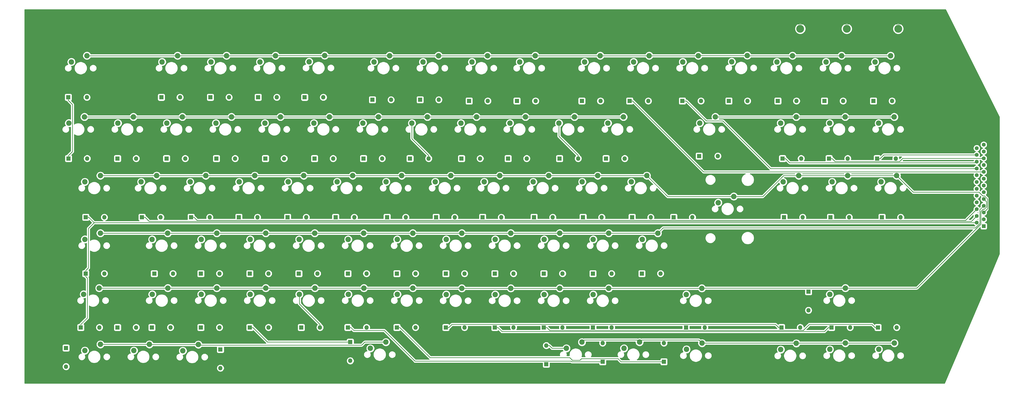
<source format=gbr>
%TF.GenerationSoftware,KiCad,Pcbnew,5.1.6-c6e7f7d~87~ubuntu20.04.1*%
%TF.CreationDate,2020-07-24T00:41:04+02:00*%
%TF.ProjectId,Keyboard-ISO,4b657962-6f61-4726-942d-49534f2e6b69,rev?*%
%TF.SameCoordinates,Original*%
%TF.FileFunction,Copper,L1,Top*%
%TF.FilePolarity,Positive*%
%FSLAX46Y46*%
G04 Gerber Fmt 4.6, Leading zero omitted, Abs format (unit mm)*
G04 Created by KiCad (PCBNEW 5.1.6-c6e7f7d~87~ubuntu20.04.1) date 2020-07-24 00:41:04*
%MOMM*%
%LPD*%
G01*
G04 APERTURE LIST*
%TA.AperFunction,ComponentPad*%
%ADD10R,1.800000X1.800000*%
%TD*%
%TA.AperFunction,ComponentPad*%
%ADD11O,1.800000X1.800000*%
%TD*%
%TA.AperFunction,ComponentPad*%
%ADD12C,2.200000*%
%TD*%
%TA.AperFunction,ComponentPad*%
%ADD13O,3.200000X3.200000*%
%TD*%
%TA.AperFunction,ComponentPad*%
%ADD14R,3.200000X3.200000*%
%TD*%
%TA.AperFunction,ComponentPad*%
%ADD15R,1.600000X1.600000*%
%TD*%
%TA.AperFunction,ComponentPad*%
%ADD16C,1.600000*%
%TD*%
%TA.AperFunction,ComponentPad*%
%ADD17C,4.000000*%
%TD*%
%TA.AperFunction,ComponentPad*%
%ADD18C,9.000000*%
%TD*%
%TA.AperFunction,Conductor*%
%ADD19C,0.250000*%
%TD*%
%TA.AperFunction,Conductor*%
%ADD20C,0.254000*%
%TD*%
%TA.AperFunction,NonConductor*%
%ADD21C,0.254000*%
%TD*%
G04 APERTURE END LIST*
D10*
%TO.P,D4,1*%
%TO.N,COL1*%
X43880000Y-97500000D03*
D11*
%TO.P,D4,2*%
%TO.N,Net-(D4-Pad2)*%
X51500000Y-97500000D03*
%TD*%
D10*
%TO.P,D5,1*%
%TO.N,COL2*%
X81880000Y-97500000D03*
D11*
%TO.P,D5,2*%
%TO.N,Net-(D5-Pad2)*%
X89500000Y-97500000D03*
%TD*%
%TO.P,D6,2*%
%TO.N,Net-(D6-Pad2)*%
X109500000Y-97500000D03*
D10*
%TO.P,D6,1*%
%TO.N,COL3*%
X101880000Y-97500000D03*
%TD*%
%TO.P,D7,1*%
%TO.N,COL4*%
X121380000Y-97500000D03*
D11*
%TO.P,D7,2*%
%TO.N,Net-(D7-Pad2)*%
X129000000Y-97500000D03*
%TD*%
%TO.P,D8,2*%
%TO.N,Net-(D8-Pad2)*%
X148000000Y-97500000D03*
D10*
%TO.P,D8,1*%
%TO.N,COL5*%
X140380000Y-97500000D03*
%TD*%
%TO.P,D9,1*%
%TO.N,COL6*%
X168000000Y-98500000D03*
D11*
%TO.P,D9,2*%
%TO.N,Net-(D9-Pad2)*%
X175620000Y-98500000D03*
%TD*%
D10*
%TO.P,D10,1*%
%TO.N,COL7*%
X187500000Y-98500000D03*
D11*
%TO.P,D10,2*%
%TO.N,Net-(D10-Pad2)*%
X195120000Y-98500000D03*
%TD*%
%TO.P,D11,2*%
%TO.N,Net-(D11-Pad2)*%
X215120000Y-99000000D03*
D10*
%TO.P,D11,1*%
%TO.N,COL8*%
X207500000Y-99000000D03*
%TD*%
%TO.P,D12,1*%
%TO.N,COL9*%
X227000000Y-99000000D03*
D11*
%TO.P,D12,2*%
%TO.N,Net-(D12-Pad2)*%
X234620000Y-99000000D03*
%TD*%
%TO.P,D13,2*%
%TO.N,Net-(D13-Pad2)*%
X261120000Y-99000000D03*
D10*
%TO.P,D13,1*%
%TO.N,COL10*%
X253500000Y-99000000D03*
%TD*%
D11*
%TO.P,D14,2*%
%TO.N,Net-(D14-Pad2)*%
X280620000Y-99000000D03*
D10*
%TO.P,D14,1*%
%TO.N,COL11*%
X273000000Y-99000000D03*
%TD*%
D11*
%TO.P,D15,2*%
%TO.N,Net-(D15-Pad2)*%
X302120000Y-99000000D03*
D10*
%TO.P,D15,1*%
%TO.N,COL12*%
X294500000Y-99000000D03*
%TD*%
D11*
%TO.P,D16,2*%
%TO.N,Net-(D16-Pad2)*%
X321120000Y-99000000D03*
D10*
%TO.P,D16,1*%
%TO.N,COL13*%
X313500000Y-99000000D03*
%TD*%
%TO.P,D17,1*%
%TO.N,COL14*%
X333500000Y-99000000D03*
D11*
%TO.P,D17,2*%
%TO.N,Net-(D17-Pad2)*%
X341120000Y-99000000D03*
%TD*%
%TO.P,D18,2*%
%TO.N,Net-(D18-Pad2)*%
X360120000Y-99000000D03*
D10*
%TO.P,D18,1*%
%TO.N,COL15*%
X352500000Y-99000000D03*
%TD*%
%TO.P,D19,1*%
%TO.N,COL16*%
X372500000Y-99000000D03*
D11*
%TO.P,D19,2*%
%TO.N,Net-(D19-Pad2)*%
X380120000Y-99000000D03*
%TD*%
%TO.P,D20,2*%
%TO.N,Net-(D20-Pad2)*%
X51620000Y-122500000D03*
D10*
%TO.P,D20,1*%
%TO.N,COL1*%
X44000000Y-122500000D03*
%TD*%
D11*
%TO.P,D21,2*%
%TO.N,Net-(D21-Pad2)*%
X71620000Y-122500000D03*
D10*
%TO.P,D21,1*%
%TO.N,COL2*%
X64000000Y-122500000D03*
%TD*%
D11*
%TO.P,D22,2*%
%TO.N,Net-(D22-Pad2)*%
X91620000Y-122500000D03*
D10*
%TO.P,D22,1*%
%TO.N,COL3*%
X84000000Y-122500000D03*
%TD*%
%TO.P,D23,1*%
%TO.N,COL4*%
X104380000Y-122500000D03*
D11*
%TO.P,D23,2*%
%TO.N,Net-(D23-Pad2)*%
X112000000Y-122500000D03*
%TD*%
%TO.P,D24,2*%
%TO.N,Net-(D24-Pad2)*%
X132000000Y-122500000D03*
D10*
%TO.P,D24,1*%
%TO.N,COL5*%
X124380000Y-122500000D03*
%TD*%
%TO.P,D25,1*%
%TO.N,COL6*%
X144380000Y-122500000D03*
D11*
%TO.P,D25,2*%
%TO.N,Net-(D25-Pad2)*%
X152000000Y-122500000D03*
%TD*%
D10*
%TO.P,D26,1*%
%TO.N,COL7*%
X164380000Y-122500000D03*
D11*
%TO.P,D26,2*%
%TO.N,Net-(D26-Pad2)*%
X172000000Y-122500000D03*
%TD*%
D10*
%TO.P,D27,1*%
%TO.N,COL8*%
X183380000Y-122500000D03*
D11*
%TO.P,D27,2*%
%TO.N,Net-(D27-Pad2)*%
X191000000Y-122500000D03*
%TD*%
D10*
%TO.P,D28,1*%
%TO.N,COL9*%
X204380000Y-122500000D03*
D11*
%TO.P,D28,2*%
%TO.N,Net-(D28-Pad2)*%
X212000000Y-122500000D03*
%TD*%
%TO.P,D29,2*%
%TO.N,Net-(D29-Pad2)*%
X231000000Y-122500000D03*
D10*
%TO.P,D29,1*%
%TO.N,COL10*%
X223380000Y-122500000D03*
%TD*%
%TO.P,D30,1*%
%TO.N,COL11*%
X244380000Y-122500000D03*
D11*
%TO.P,D30,2*%
%TO.N,Net-(D30-Pad2)*%
X252000000Y-122500000D03*
%TD*%
D10*
%TO.P,D31,1*%
%TO.N,COL12*%
X263380000Y-122500000D03*
D11*
%TO.P,D31,2*%
%TO.N,Net-(D31-Pad2)*%
X271000000Y-122500000D03*
%TD*%
%TO.P,D32,2*%
%TO.N,Net-(D32-Pad2)*%
X309000000Y-121500000D03*
D10*
%TO.P,D32,1*%
%TO.N,COL13*%
X301380000Y-121500000D03*
%TD*%
D11*
%TO.P,D33,2*%
%TO.N,Net-(D33-Pad2)*%
X343000000Y-122500000D03*
D10*
%TO.P,D33,1*%
%TO.N,COL14*%
X335380000Y-122500000D03*
%TD*%
D11*
%TO.P,D34,2*%
%TO.N,Net-(D34-Pad2)*%
X362000000Y-122500000D03*
D10*
%TO.P,D34,1*%
%TO.N,COL15*%
X354380000Y-122500000D03*
%TD*%
%TO.P,D35,1*%
%TO.N,COL16*%
X374000000Y-122500000D03*
D11*
%TO.P,D35,2*%
%TO.N,Net-(D35-Pad2)*%
X381620000Y-122500000D03*
%TD*%
D10*
%TO.P,D36,1*%
%TO.N,COL1*%
X51000000Y-146500000D03*
D11*
%TO.P,D36,2*%
%TO.N,Net-(D36-Pad2)*%
X58620000Y-146500000D03*
%TD*%
%TO.P,D37,2*%
%TO.N,Net-(D37-Pad2)*%
X81620000Y-146500000D03*
D10*
%TO.P,D37,1*%
%TO.N,COL2*%
X74000000Y-146500000D03*
%TD*%
D11*
%TO.P,D38,2*%
%TO.N,Net-(D38-Pad2)*%
X101620000Y-146500000D03*
D10*
%TO.P,D38,1*%
%TO.N,COL3*%
X94000000Y-146500000D03*
%TD*%
D11*
%TO.P,D39,2*%
%TO.N,Net-(D39-Pad2)*%
X121120000Y-146500000D03*
D10*
%TO.P,D39,1*%
%TO.N,COL4*%
X113500000Y-146500000D03*
%TD*%
D11*
%TO.P,D40,2*%
%TO.N,Net-(D40-Pad2)*%
X141000000Y-146500000D03*
D10*
%TO.P,D40,1*%
%TO.N,COL5*%
X133380000Y-146500000D03*
%TD*%
D11*
%TO.P,D41,2*%
%TO.N,Net-(D41-Pad2)*%
X160620000Y-146500000D03*
D10*
%TO.P,D41,1*%
%TO.N,COL6*%
X153000000Y-146500000D03*
%TD*%
%TO.P,D42,1*%
%TO.N,COL7*%
X174000000Y-146500000D03*
D11*
%TO.P,D42,2*%
%TO.N,Net-(D42-Pad2)*%
X181620000Y-146500000D03*
%TD*%
D10*
%TO.P,D43,1*%
%TO.N,COL8*%
X194000000Y-146500000D03*
D11*
%TO.P,D43,2*%
%TO.N,Net-(D43-Pad2)*%
X201620000Y-146500000D03*
%TD*%
D10*
%TO.P,D44,1*%
%TO.N,COL9*%
X213000000Y-146500000D03*
D11*
%TO.P,D44,2*%
%TO.N,Net-(D44-Pad2)*%
X220620000Y-146500000D03*
%TD*%
D10*
%TO.P,D45,1*%
%TO.N,COL10*%
X234000000Y-146500000D03*
D11*
%TO.P,D45,2*%
%TO.N,Net-(D45-Pad2)*%
X241620000Y-146500000D03*
%TD*%
D10*
%TO.P,D46,1*%
%TO.N,COL11*%
X254000000Y-146500000D03*
D11*
%TO.P,D46,2*%
%TO.N,Net-(D46-Pad2)*%
X261620000Y-146500000D03*
%TD*%
D10*
%TO.P,D47,1*%
%TO.N,COL12*%
X274000000Y-146500000D03*
D11*
%TO.P,D47,2*%
%TO.N,Net-(D47-Pad2)*%
X281620000Y-146500000D03*
%TD*%
%TO.P,D48,2*%
%TO.N,Net-(D48-Pad2)*%
X298620000Y-146500000D03*
D10*
%TO.P,D48,1*%
%TO.N,COL13*%
X291000000Y-146500000D03*
%TD*%
%TO.P,D49,1*%
%TO.N,COL14*%
X336000000Y-146500000D03*
D11*
%TO.P,D49,2*%
%TO.N,Net-(D49-Pad2)*%
X343620000Y-146500000D03*
%TD*%
%TO.P,D50,2*%
%TO.N,Net-(D50-Pad2)*%
X362620000Y-146500000D03*
D10*
%TO.P,D50,1*%
%TO.N,COL15*%
X355000000Y-146500000D03*
%TD*%
D11*
%TO.P,D51,2*%
%TO.N,Net-(D51-Pad2)*%
X383620000Y-146500000D03*
D10*
%TO.P,D51,1*%
%TO.N,COL16*%
X376000000Y-146500000D03*
%TD*%
D11*
%TO.P,D52,2*%
%TO.N,Net-(D52-Pad2)*%
X58620000Y-169500000D03*
D10*
%TO.P,D52,1*%
%TO.N,COL1*%
X51000000Y-169500000D03*
%TD*%
D11*
%TO.P,D53,2*%
%TO.N,Net-(D53-Pad2)*%
X86620000Y-169500000D03*
D10*
%TO.P,D53,1*%
%TO.N,COL2*%
X79000000Y-169500000D03*
%TD*%
%TO.P,D54,1*%
%TO.N,COL3*%
X98000000Y-169500000D03*
D11*
%TO.P,D54,2*%
%TO.N,Net-(D54-Pad2)*%
X105620000Y-169500000D03*
%TD*%
D10*
%TO.P,D55,1*%
%TO.N,COL4*%
X118000000Y-169500000D03*
D11*
%TO.P,D55,2*%
%TO.N,Net-(D55-Pad2)*%
X125620000Y-169500000D03*
%TD*%
%TO.P,D56,2*%
%TO.N,Net-(D56-Pad2)*%
X145620000Y-169500000D03*
D10*
%TO.P,D56,1*%
%TO.N,COL5*%
X138000000Y-169500000D03*
%TD*%
D11*
%TO.P,D57,2*%
%TO.N,Net-(D57-Pad2)*%
X165620000Y-169500000D03*
D10*
%TO.P,D57,1*%
%TO.N,COL6*%
X158000000Y-169500000D03*
%TD*%
D11*
%TO.P,D58,2*%
%TO.N,Net-(D58-Pad2)*%
X185620000Y-169500000D03*
D10*
%TO.P,D58,1*%
%TO.N,COL7*%
X178000000Y-169500000D03*
%TD*%
D11*
%TO.P,D59,2*%
%TO.N,Net-(D59-Pad2)*%
X205620000Y-169500000D03*
D10*
%TO.P,D59,1*%
%TO.N,COL8*%
X198000000Y-169500000D03*
%TD*%
%TO.P,D60,1*%
%TO.N,COL9*%
X218000000Y-169500000D03*
D11*
%TO.P,D60,2*%
%TO.N,Net-(D60-Pad2)*%
X225620000Y-169500000D03*
%TD*%
D10*
%TO.P,D65,1*%
%TO.N,COL2*%
X78000000Y-191500000D03*
D11*
%TO.P,D65,2*%
%TO.N,Net-(D65-Pad2)*%
X85620000Y-191500000D03*
%TD*%
%TO.P,D66,2*%
%TO.N,Net-(D66-Pad2)*%
X105620000Y-191500000D03*
D10*
%TO.P,D66,1*%
%TO.N,COL3*%
X98000000Y-191500000D03*
%TD*%
%TO.P,D67,1*%
%TO.N,COL4*%
X118000000Y-191500000D03*
D11*
%TO.P,D67,2*%
%TO.N,Net-(D67-Pad2)*%
X125620000Y-191500000D03*
%TD*%
D10*
%TO.P,D68,1*%
%TO.N,COL5*%
X139000000Y-191500000D03*
D11*
%TO.P,D68,2*%
%TO.N,Net-(D68-Pad2)*%
X146620000Y-191500000D03*
%TD*%
%TO.P,D69,2*%
%TO.N,Net-(D69-Pad2)*%
X165620000Y-191500000D03*
D10*
%TO.P,D69,1*%
%TO.N,COL6*%
X158000000Y-191500000D03*
%TD*%
D11*
%TO.P,D70,2*%
%TO.N,Net-(D70-Pad2)*%
X185620000Y-191500000D03*
D10*
%TO.P,D70,1*%
%TO.N,COL7*%
X178000000Y-191500000D03*
%TD*%
D11*
%TO.P,D71,2*%
%TO.N,Net-(D71-Pad2)*%
X205620000Y-191500000D03*
D10*
%TO.P,D71,1*%
%TO.N,COL8*%
X198000000Y-191500000D03*
%TD*%
%TO.P,D72,1*%
%TO.N,COL9*%
X218000000Y-191500000D03*
D11*
%TO.P,D72,2*%
%TO.N,Net-(D72-Pad2)*%
X225620000Y-191500000D03*
%TD*%
D10*
%TO.P,D73,1*%
%TO.N,COL10*%
X238000000Y-191500000D03*
D11*
%TO.P,D73,2*%
%TO.N,Net-(D73-Pad2)*%
X245620000Y-191500000D03*
%TD*%
D10*
%TO.P,D74,1*%
%TO.N,COL11*%
X258000000Y-191500000D03*
D11*
%TO.P,D74,2*%
%TO.N,Net-(D74-Pad2)*%
X265620000Y-191500000D03*
%TD*%
D10*
%TO.P,D75,1*%
%TO.N,COL12*%
X296000000Y-191500000D03*
D11*
%TO.P,D75,2*%
%TO.N,Net-(D75-Pad2)*%
X303620000Y-191500000D03*
%TD*%
%TO.P,D76,2*%
%TO.N,Net-(D76-Pad2)*%
X346000000Y-184500000D03*
D10*
%TO.P,D76,1*%
%TO.N,COL13*%
X346000000Y-176880000D03*
%TD*%
D11*
%TO.P,D77,2*%
%TO.N,Net-(D77-Pad2)*%
X43000000Y-207500000D03*
D10*
%TO.P,D77,1*%
%TO.N,COL1*%
X43000000Y-199880000D03*
%TD*%
%TO.P,D81,1*%
%TO.N,COL5*%
X239000000Y-206500000D03*
D11*
%TO.P,D81,2*%
%TO.N,Net-(D81-Pad2)*%
X239000000Y-198880000D03*
%TD*%
D10*
%TO.P,D82,1*%
%TO.N,COL6*%
X262000000Y-205500000D03*
D11*
%TO.P,D82,2*%
%TO.N,Net-(D82-Pad2)*%
X262000000Y-197880000D03*
%TD*%
%TO.P,D83,2*%
%TO.N,Net-(D83-Pad2)*%
X287000000Y-197880000D03*
D10*
%TO.P,D83,1*%
%TO.N,COL7*%
X287000000Y-205500000D03*
%TD*%
D11*
%TO.P,D84,2*%
%TO.N,Net-(D84-Pad2)*%
X342620000Y-191500000D03*
D10*
%TO.P,D84,1*%
%TO.N,COL8*%
X335000000Y-191500000D03*
%TD*%
D11*
%TO.P,D85,2*%
%TO.N,Net-(D85-Pad2)*%
X363000000Y-191500000D03*
D10*
%TO.P,D85,1*%
%TO.N,COL9*%
X355380000Y-191500000D03*
%TD*%
%TO.P,D86,1*%
%TO.N,COL10*%
X374380000Y-191500000D03*
D11*
%TO.P,D86,2*%
%TO.N,Net-(D86-Pad2)*%
X382000000Y-191500000D03*
%TD*%
D12*
%TO.P,SW2,1*%
%TO.N,ROW1*%
X51500000Y-80500000D03*
%TO.P,SW2,2*%
%TO.N,Net-(D4-Pad2)*%
X45150000Y-83040000D03*
%TD*%
%TO.P,SW3,2*%
%TO.N,Net-(D5-Pad2)*%
X82190000Y-83040000D03*
%TO.P,SW3,1*%
%TO.N,ROW1*%
X88540000Y-80500000D03*
%TD*%
%TO.P,SW4,1*%
%TO.N,ROW1*%
X108500000Y-80500000D03*
%TO.P,SW4,2*%
%TO.N,Net-(D6-Pad2)*%
X102150000Y-83040000D03*
%TD*%
%TO.P,SW5,1*%
%TO.N,ROW1*%
X128500000Y-80500000D03*
%TO.P,SW5,2*%
%TO.N,Net-(D7-Pad2)*%
X122150000Y-83040000D03*
%TD*%
%TO.P,SW6,2*%
%TO.N,Net-(D8-Pad2)*%
X142190000Y-82960000D03*
%TO.P,SW6,1*%
%TO.N,ROW1*%
X148540000Y-80420000D03*
%TD*%
%TO.P,SW7,1*%
%TO.N,ROW1*%
X175040000Y-80500000D03*
%TO.P,SW7,2*%
%TO.N,Net-(D9-Pad2)*%
X168690000Y-83040000D03*
%TD*%
%TO.P,SW8,2*%
%TO.N,Net-(D10-Pad2)*%
X188650000Y-83040000D03*
%TO.P,SW8,1*%
%TO.N,ROW1*%
X195000000Y-80500000D03*
%TD*%
%TO.P,SW9,1*%
%TO.N,ROW1*%
X215000000Y-80500000D03*
%TO.P,SW9,2*%
%TO.N,Net-(D11-Pad2)*%
X208650000Y-83040000D03*
%TD*%
%TO.P,SW10,2*%
%TO.N,Net-(D12-Pad2)*%
X228150000Y-83040000D03*
%TO.P,SW10,1*%
%TO.N,ROW1*%
X234500000Y-80500000D03*
%TD*%
%TO.P,SW11,2*%
%TO.N,Net-(D13-Pad2)*%
X254650000Y-83040000D03*
%TO.P,SW11,1*%
%TO.N,ROW1*%
X261000000Y-80500000D03*
%TD*%
%TO.P,SW12,1*%
%TO.N,ROW1*%
X281000000Y-80500000D03*
%TO.P,SW12,2*%
%TO.N,Net-(D14-Pad2)*%
X274650000Y-83040000D03*
%TD*%
%TO.P,SW13,2*%
%TO.N,Net-(D15-Pad2)*%
X294690000Y-83040000D03*
%TO.P,SW13,1*%
%TO.N,ROW1*%
X301040000Y-80500000D03*
%TD*%
%TO.P,SW14,1*%
%TO.N,ROW1*%
X321040000Y-80420000D03*
%TO.P,SW14,2*%
%TO.N,Net-(D16-Pad2)*%
X314690000Y-82960000D03*
%TD*%
%TO.P,SW15,1*%
%TO.N,ROW1*%
X339500000Y-80500000D03*
%TO.P,SW15,2*%
%TO.N,Net-(D17-Pad2)*%
X333150000Y-83040000D03*
%TD*%
%TO.P,SW16,2*%
%TO.N,Net-(D18-Pad2)*%
X353150000Y-83040000D03*
%TO.P,SW16,1*%
%TO.N,ROW1*%
X359500000Y-80500000D03*
%TD*%
%TO.P,SW17,1*%
%TO.N,ROW1*%
X379500000Y-80500000D03*
%TO.P,SW17,2*%
%TO.N,Net-(D19-Pad2)*%
X373150000Y-83040000D03*
%TD*%
%TO.P,SW18,2*%
%TO.N,Net-(D20-Pad2)*%
X44150000Y-108040000D03*
%TO.P,SW18,1*%
%TO.N,ROW2*%
X50500000Y-105500000D03*
%TD*%
%TO.P,SW19,1*%
%TO.N,ROW2*%
X70500000Y-105500000D03*
%TO.P,SW19,2*%
%TO.N,Net-(D21-Pad2)*%
X64150000Y-108040000D03*
%TD*%
%TO.P,SW20,2*%
%TO.N,Net-(D22-Pad2)*%
X84150000Y-108040000D03*
%TO.P,SW20,1*%
%TO.N,ROW2*%
X90500000Y-105500000D03*
%TD*%
%TO.P,SW21,2*%
%TO.N,Net-(D23-Pad2)*%
X104150000Y-108040000D03*
%TO.P,SW21,1*%
%TO.N,ROW2*%
X110500000Y-105500000D03*
%TD*%
%TO.P,SW22,2*%
%TO.N,Net-(D24-Pad2)*%
X124150000Y-108040000D03*
%TO.P,SW22,1*%
%TO.N,ROW2*%
X130500000Y-105500000D03*
%TD*%
%TO.P,SW23,1*%
%TO.N,ROW2*%
X150500000Y-105500000D03*
%TO.P,SW23,2*%
%TO.N,Net-(D25-Pad2)*%
X144150000Y-108040000D03*
%TD*%
%TO.P,SW24,2*%
%TO.N,Net-(D26-Pad2)*%
X164150000Y-108040000D03*
%TO.P,SW24,1*%
%TO.N,ROW2*%
X170500000Y-105500000D03*
%TD*%
%TO.P,SW25,1*%
%TO.N,ROW2*%
X190500000Y-105500000D03*
%TO.P,SW25,2*%
%TO.N,Net-(D27-Pad2)*%
X184150000Y-108040000D03*
%TD*%
%TO.P,SW26,2*%
%TO.N,Net-(D28-Pad2)*%
X204150000Y-108040000D03*
%TO.P,SW26,1*%
%TO.N,ROW2*%
X210500000Y-105500000D03*
%TD*%
%TO.P,SW27,1*%
%TO.N,ROW2*%
X230500000Y-105500000D03*
%TO.P,SW27,2*%
%TO.N,Net-(D29-Pad2)*%
X224150000Y-108040000D03*
%TD*%
%TO.P,SW28,2*%
%TO.N,Net-(D30-Pad2)*%
X244150000Y-108040000D03*
%TO.P,SW28,1*%
%TO.N,ROW2*%
X250500000Y-105500000D03*
%TD*%
%TO.P,SW29,1*%
%TO.N,ROW2*%
X270500000Y-105500000D03*
%TO.P,SW29,2*%
%TO.N,Net-(D31-Pad2)*%
X264150000Y-108040000D03*
%TD*%
%TO.P,SW30,2*%
%TO.N,Net-(D32-Pad2)*%
X301650000Y-108040000D03*
%TO.P,SW30,1*%
%TO.N,ROW2*%
X308000000Y-105500000D03*
%TD*%
%TO.P,SW31,1*%
%TO.N,ROW2*%
X341000000Y-105500000D03*
%TO.P,SW31,2*%
%TO.N,Net-(D33-Pad2)*%
X334650000Y-108040000D03*
%TD*%
%TO.P,SW32,1*%
%TO.N,ROW2*%
X361000000Y-105500000D03*
%TO.P,SW32,2*%
%TO.N,Net-(D34-Pad2)*%
X354650000Y-108040000D03*
%TD*%
%TO.P,SW33,2*%
%TO.N,Net-(D35-Pad2)*%
X374650000Y-108040000D03*
%TO.P,SW33,1*%
%TO.N,ROW2*%
X381000000Y-105500000D03*
%TD*%
%TO.P,SW34,1*%
%TO.N,ROW3*%
X57000000Y-129500000D03*
%TO.P,SW34,2*%
%TO.N,Net-(D36-Pad2)*%
X50650000Y-132040000D03*
%TD*%
%TO.P,SW35,2*%
%TO.N,Net-(D37-Pad2)*%
X73650000Y-132040000D03*
%TO.P,SW35,1*%
%TO.N,ROW3*%
X80000000Y-129500000D03*
%TD*%
%TO.P,SW36,1*%
%TO.N,ROW3*%
X100000000Y-129500000D03*
%TO.P,SW36,2*%
%TO.N,Net-(D38-Pad2)*%
X93650000Y-132040000D03*
%TD*%
%TO.P,SW37,1*%
%TO.N,ROW3*%
X120000000Y-129500000D03*
%TO.P,SW37,2*%
%TO.N,Net-(D39-Pad2)*%
X113650000Y-132040000D03*
%TD*%
%TO.P,SW38,2*%
%TO.N,Net-(D40-Pad2)*%
X133650000Y-132040000D03*
%TO.P,SW38,1*%
%TO.N,ROW3*%
X140000000Y-129500000D03*
%TD*%
%TO.P,SW39,1*%
%TO.N,ROW3*%
X160000000Y-129500000D03*
%TO.P,SW39,2*%
%TO.N,Net-(D41-Pad2)*%
X153650000Y-132040000D03*
%TD*%
%TO.P,SW40,2*%
%TO.N,Net-(D42-Pad2)*%
X173650000Y-132040000D03*
%TO.P,SW40,1*%
%TO.N,ROW3*%
X180000000Y-129500000D03*
%TD*%
%TO.P,SW41,1*%
%TO.N,ROW3*%
X200000000Y-129500000D03*
%TO.P,SW41,2*%
%TO.N,Net-(D43-Pad2)*%
X193650000Y-132040000D03*
%TD*%
%TO.P,SW42,2*%
%TO.N,Net-(D44-Pad2)*%
X213650000Y-132040000D03*
%TO.P,SW42,1*%
%TO.N,ROW3*%
X220000000Y-129500000D03*
%TD*%
%TO.P,SW43,2*%
%TO.N,Net-(D45-Pad2)*%
X233650000Y-132040000D03*
%TO.P,SW43,1*%
%TO.N,ROW3*%
X240000000Y-129500000D03*
%TD*%
%TO.P,SW44,1*%
%TO.N,ROW3*%
X260000000Y-129500000D03*
%TO.P,SW44,2*%
%TO.N,Net-(D46-Pad2)*%
X253650000Y-132040000D03*
%TD*%
%TO.P,SW45,2*%
%TO.N,Net-(D47-Pad2)*%
X273650000Y-132040000D03*
%TO.P,SW45,1*%
%TO.N,ROW3*%
X280000000Y-129500000D03*
%TD*%
%TO.P,SW47,1*%
%TO.N,ROW3*%
X342000000Y-129500000D03*
%TO.P,SW47,2*%
%TO.N,Net-(D49-Pad2)*%
X335650000Y-132040000D03*
%TD*%
%TO.P,SW48,2*%
%TO.N,Net-(D50-Pad2)*%
X355650000Y-132040000D03*
%TO.P,SW48,1*%
%TO.N,ROW3*%
X362000000Y-129500000D03*
%TD*%
%TO.P,SW49,1*%
%TO.N,ROW3*%
X382000000Y-129500000D03*
%TO.P,SW49,2*%
%TO.N,Net-(D51-Pad2)*%
X375650000Y-132040000D03*
%TD*%
%TO.P,SW50,2*%
%TO.N,Net-(D52-Pad2)*%
X50650000Y-155540000D03*
%TO.P,SW50,1*%
%TO.N,ROW4*%
X57000000Y-153000000D03*
%TD*%
%TO.P,SW51,2*%
%TO.N,Net-(D53-Pad2)*%
X78150000Y-155540000D03*
%TO.P,SW51,1*%
%TO.N,ROW4*%
X84500000Y-153000000D03*
%TD*%
%TO.P,SW52,2*%
%TO.N,Net-(D54-Pad2)*%
X98150000Y-155540000D03*
%TO.P,SW52,1*%
%TO.N,ROW4*%
X104500000Y-153000000D03*
%TD*%
%TO.P,SW53,2*%
%TO.N,Net-(D55-Pad2)*%
X118150000Y-155540000D03*
%TO.P,SW53,1*%
%TO.N,ROW4*%
X124500000Y-153000000D03*
%TD*%
%TO.P,SW54,1*%
%TO.N,ROW4*%
X144500000Y-153000000D03*
%TO.P,SW54,2*%
%TO.N,Net-(D56-Pad2)*%
X138150000Y-155540000D03*
%TD*%
%TO.P,SW55,2*%
%TO.N,Net-(D57-Pad2)*%
X158150000Y-155540000D03*
%TO.P,SW55,1*%
%TO.N,ROW4*%
X164500000Y-153000000D03*
%TD*%
%TO.P,SW56,1*%
%TO.N,ROW4*%
X184500000Y-153000000D03*
%TO.P,SW56,2*%
%TO.N,Net-(D58-Pad2)*%
X178150000Y-155540000D03*
%TD*%
%TO.P,SW57,2*%
%TO.N,Net-(D59-Pad2)*%
X198150000Y-155540000D03*
%TO.P,SW57,1*%
%TO.N,ROW4*%
X204500000Y-153000000D03*
%TD*%
%TO.P,SW58,1*%
%TO.N,ROW4*%
X224500000Y-153000000D03*
%TO.P,SW58,2*%
%TO.N,Net-(D60-Pad2)*%
X218150000Y-155540000D03*
%TD*%
%TO.P,SW59,1*%
%TO.N,ROW4*%
X244500000Y-153000000D03*
%TO.P,SW59,2*%
%TO.N,Net-(D61-Pad2)*%
X238150000Y-155540000D03*
%TD*%
%TO.P,SW60,2*%
%TO.N,Net-(D62-Pad2)*%
X258150000Y-155540000D03*
%TO.P,SW60,1*%
%TO.N,ROW4*%
X264500000Y-153000000D03*
%TD*%
%TO.P,SW61,1*%
%TO.N,ROW4*%
X284500000Y-153000000D03*
%TO.P,SW61,2*%
%TO.N,Net-(D63-Pad2)*%
X278150000Y-155540000D03*
%TD*%
%TO.P,SW66,1*%
%TO.N,ROW5*%
X144540000Y-175420000D03*
%TO.P,SW66,2*%
%TO.N,Net-(D68-Pad2)*%
X138190000Y-177960000D03*
%TD*%
%TO.P,SW67,2*%
%TO.N,Net-(D69-Pad2)*%
X158190000Y-177960000D03*
%TO.P,SW67,1*%
%TO.N,ROW5*%
X164540000Y-175420000D03*
%TD*%
%TO.P,SW68,2*%
%TO.N,Net-(D70-Pad2)*%
X178190000Y-177960000D03*
%TO.P,SW68,1*%
%TO.N,ROW5*%
X184540000Y-175420000D03*
%TD*%
%TO.P,SW69,1*%
%TO.N,ROW5*%
X204500000Y-175500000D03*
%TO.P,SW69,2*%
%TO.N,Net-(D71-Pad2)*%
X198150000Y-178040000D03*
%TD*%
%TO.P,SW70,2*%
%TO.N,Net-(D72-Pad2)*%
X218150000Y-178040000D03*
%TO.P,SW70,1*%
%TO.N,ROW5*%
X224500000Y-175500000D03*
%TD*%
%TO.P,SW71,2*%
%TO.N,Net-(D73-Pad2)*%
X238150000Y-178040000D03*
%TO.P,SW71,1*%
%TO.N,ROW5*%
X244500000Y-175500000D03*
%TD*%
%TO.P,SW72,2*%
%TO.N,Net-(D74-Pad2)*%
X258150000Y-178040000D03*
%TO.P,SW72,1*%
%TO.N,ROW5*%
X264500000Y-175500000D03*
%TD*%
%TO.P,SW73,1*%
%TO.N,ROW5*%
X302500000Y-175500000D03*
%TO.P,SW73,2*%
%TO.N,Net-(D75-Pad2)*%
X296150000Y-178040000D03*
%TD*%
%TO.P,SW74,2*%
%TO.N,Net-(D76-Pad2)*%
X354690000Y-177960000D03*
%TO.P,SW74,1*%
%TO.N,ROW5*%
X361040000Y-175420000D03*
%TD*%
%TO.P,SW75,1*%
%TO.N,ROW6*%
X57040000Y-198420000D03*
%TO.P,SW75,2*%
%TO.N,Net-(D77-Pad2)*%
X50690000Y-200960000D03*
%TD*%
%TO.P,SW76,2*%
%TO.N,Net-(D78-Pad2)*%
X70690000Y-200960000D03*
%TO.P,SW76,1*%
%TO.N,ROW6*%
X77040000Y-198420000D03*
%TD*%
%TO.P,SW77,1*%
%TO.N,ROW6*%
X97000000Y-198500000D03*
%TO.P,SW77,2*%
%TO.N,Net-(D79-Pad2)*%
X90650000Y-201040000D03*
%TD*%
%TO.P,SW78,1*%
%TO.N,ROW6*%
X173540000Y-197500000D03*
%TO.P,SW78,2*%
%TO.N,Net-(D80-Pad2)*%
X167190000Y-200040000D03*
%TD*%
%TO.P,SW82,1*%
%TO.N,ROW6*%
X341040000Y-198000000D03*
%TO.P,SW82,2*%
%TO.N,Net-(D84-Pad2)*%
X334690000Y-200540000D03*
%TD*%
%TO.P,SW83,2*%
%TO.N,Net-(D85-Pad2)*%
X354690000Y-200460000D03*
%TO.P,SW83,1*%
%TO.N,ROW6*%
X361040000Y-197920000D03*
%TD*%
%TO.P,SW84,2*%
%TO.N,Net-(D86-Pad2)*%
X374690000Y-200460000D03*
%TO.P,SW84,1*%
%TO.N,ROW6*%
X381040000Y-197920000D03*
%TD*%
D11*
%TO.P,D61,2*%
%TO.N,Net-(D61-Pad2)*%
X245620000Y-169500000D03*
D10*
%TO.P,D61,1*%
%TO.N,COL10*%
X238000000Y-169500000D03*
%TD*%
%TO.P,D62,1*%
%TO.N,COL11*%
X258000000Y-169500000D03*
D11*
%TO.P,D62,2*%
%TO.N,Net-(D62-Pad2)*%
X265620000Y-169500000D03*
%TD*%
D10*
%TO.P,D63,1*%
%TO.N,COL12*%
X278000000Y-169500000D03*
D11*
%TO.P,D63,2*%
%TO.N,Net-(D63-Pad2)*%
X285620000Y-169500000D03*
%TD*%
D10*
%TO.P,D64,1*%
%TO.N,COL1*%
X49000000Y-191500000D03*
D11*
%TO.P,D64,2*%
%TO.N,Net-(D64-Pad2)*%
X56620000Y-191500000D03*
%TD*%
D10*
%TO.P,D78,1*%
%TO.N,COL2*%
X64000000Y-191500000D03*
D11*
%TO.P,D78,2*%
%TO.N,Net-(D78-Pad2)*%
X71620000Y-191500000D03*
%TD*%
%TO.P,D79,2*%
%TO.N,Net-(D79-Pad2)*%
X106000000Y-208120000D03*
D10*
%TO.P,D79,1*%
%TO.N,COL3*%
X106000000Y-200500000D03*
%TD*%
D11*
%TO.P,D80,2*%
%TO.N,Net-(D80-Pad2)*%
X159000000Y-205120000D03*
D10*
%TO.P,D80,1*%
%TO.N,COL4*%
X159000000Y-197500000D03*
%TD*%
D12*
%TO.P,SW62,2*%
%TO.N,Net-(D64-Pad2)*%
X50190000Y-177960000D03*
%TO.P,SW62,1*%
%TO.N,ROW5*%
X56540000Y-175420000D03*
%TD*%
%TO.P,SW63,1*%
%TO.N,ROW5*%
X84540000Y-175420000D03*
%TO.P,SW63,2*%
%TO.N,Net-(D65-Pad2)*%
X78190000Y-177960000D03*
%TD*%
%TO.P,SW64,2*%
%TO.N,Net-(D66-Pad2)*%
X98190000Y-177960000D03*
%TO.P,SW64,1*%
%TO.N,ROW5*%
X104540000Y-175420000D03*
%TD*%
%TO.P,SW65,1*%
%TO.N,ROW5*%
X124540000Y-175420000D03*
%TO.P,SW65,2*%
%TO.N,Net-(D67-Pad2)*%
X118190000Y-177960000D03*
%TD*%
%TO.P,SW79,2*%
%TO.N,Net-(D81-Pad2)*%
X247190000Y-200040000D03*
%TO.P,SW79,1*%
%TO.N,ROW6*%
X253540000Y-197500000D03*
%TD*%
%TO.P,SW80,1*%
%TO.N,ROW6*%
X277040000Y-197500000D03*
%TO.P,SW80,2*%
%TO.N,Net-(D82-Pad2)*%
X270690000Y-200040000D03*
%TD*%
%TO.P,SW81,1*%
%TO.N,ROW6*%
X302540000Y-197920000D03*
%TO.P,SW81,2*%
%TO.N,Net-(D83-Pad2)*%
X296190000Y-200460000D03*
%TD*%
D13*
%TO.P,D1,2*%
%TO.N,Net-(D1-Pad2)*%
X342620000Y-69500000D03*
D14*
%TO.P,D1,1*%
%TO.N,/GND*%
X335000000Y-69500000D03*
%TD*%
%TO.P,D2,1*%
%TO.N,/GND*%
X354000000Y-69500000D03*
D13*
%TO.P,D2,2*%
%TO.N,Net-(D2-Pad2)*%
X361620000Y-69500000D03*
%TD*%
D14*
%TO.P,D3,1*%
%TO.N,/GND*%
X375000000Y-69500000D03*
D13*
%TO.P,D3,2*%
%TO.N,Net-(D3-Pad2)*%
X382620000Y-69500000D03*
%TD*%
D12*
%TO.P,SW46,1*%
%TO.N,ROW3*%
X315500000Y-138000000D03*
%TO.P,SW46,2*%
%TO.N,Net-(D48-Pad2)*%
X309150000Y-140540000D03*
%TD*%
D15*
%TO.P,J1,1*%
%TO.N,ROW1*%
X417500000Y-150120000D03*
D16*
%TO.P,J1,2*%
%TO.N,ROW2*%
X417500000Y-147350000D03*
%TO.P,J1,3*%
%TO.N,ROW3*%
X417500000Y-144580000D03*
%TO.P,J1,4*%
%TO.N,ROW4*%
X417500000Y-141810000D03*
%TO.P,J1,5*%
%TO.N,ROW5*%
X417500000Y-139040000D03*
%TO.P,J1,6*%
%TO.N,ROW6*%
X417500000Y-136270000D03*
%TO.P,J1,7*%
%TO.N,COL7*%
X417500000Y-133500000D03*
%TO.P,J1,8*%
%TO.N,COL9*%
X417500000Y-130730000D03*
%TO.P,J1,9*%
%TO.N,COL11*%
X417500000Y-127960000D03*
%TO.P,J1,10*%
%TO.N,COL13*%
X417500000Y-125190000D03*
%TO.P,J1,11*%
%TO.N,COL15*%
X417500000Y-122420000D03*
%TO.P,J1,12*%
%TO.N,Net-(D1-Pad2)*%
X417500000Y-119650000D03*
%TO.P,J1,13*%
%TO.N,Net-(D3-Pad2)*%
X417500000Y-116880000D03*
%TO.P,J1,14*%
%TO.N,COL1*%
X414660000Y-148735000D03*
%TO.P,J1,15*%
%TO.N,COL2*%
X414660000Y-145965000D03*
%TO.P,J1,16*%
%TO.N,COL3*%
X414660000Y-143195000D03*
%TO.P,J1,17*%
%TO.N,COL4*%
X414660000Y-140425000D03*
%TO.P,J1,18*%
%TO.N,COL5*%
X414660000Y-137655000D03*
%TO.P,J1,19*%
%TO.N,COL6*%
X414660000Y-134885000D03*
%TO.P,J1,20*%
%TO.N,COL8*%
X414660000Y-132115000D03*
%TO.P,J1,21*%
%TO.N,COL10*%
X414660000Y-129345000D03*
%TO.P,J1,22*%
%TO.N,COL12*%
X414660000Y-126575000D03*
%TO.P,J1,23*%
%TO.N,COL14*%
X414660000Y-123805000D03*
%TO.P,J1,24*%
%TO.N,COL16*%
X414660000Y-121035000D03*
%TO.P,J1,25*%
%TO.N,Net-(D2-Pad2)*%
X414660000Y-118265000D03*
D17*
%TO.P,J1,0*%
%TO.N,/GND*%
X416080000Y-109950000D03*
X416080000Y-157050000D03*
%TD*%
D18*
%TO.P,J2,1*%
%TO.N,/GND*%
X32500000Y-68500000D03*
%TD*%
%TO.P,J3,1*%
%TO.N,/GND*%
X32500000Y-206000000D03*
%TD*%
%TO.P,J4,1*%
%TO.N,/GND*%
X395000000Y-68500000D03*
%TD*%
%TO.P,J5,1*%
%TO.N,/GND*%
X395000000Y-206000000D03*
%TD*%
D19*
%TO.N,COL1*%
X54460300Y-148735000D02*
X52225300Y-146500000D01*
X414660000Y-148735000D02*
X54460300Y-148735000D01*
X54460300Y-148735000D02*
X52134600Y-151060700D01*
X52134600Y-151060700D02*
X52134600Y-167140100D01*
X52134600Y-167140100D02*
X51000000Y-168274700D01*
X51000000Y-169500000D02*
X51000000Y-168274700D01*
X49000000Y-191500000D02*
X49000000Y-190274700D01*
X51000000Y-169500000D02*
X51000000Y-170725300D01*
X51000000Y-170725300D02*
X51674600Y-171399900D01*
X51674600Y-171399900D02*
X51674600Y-187600100D01*
X51674600Y-187600100D02*
X49000000Y-190274700D01*
X43880000Y-97500000D02*
X43880000Y-98725300D01*
X44000000Y-122500000D02*
X44000000Y-121274700D01*
X44000000Y-121274700D02*
X45593200Y-119681500D01*
X45593200Y-119681500D02*
X45593200Y-100438500D01*
X45593200Y-100438500D02*
X43880000Y-98725300D01*
X51000000Y-146500000D02*
X52225300Y-146500000D01*
%TO.N,COL2*%
X75225300Y-146500000D02*
X76900900Y-148175600D01*
X76900900Y-148175600D02*
X412449400Y-148175600D01*
X412449400Y-148175600D02*
X414660000Y-145965000D01*
X74000000Y-146500000D02*
X75225300Y-146500000D01*
%TO.N,COL3*%
X94000000Y-146500000D02*
X95225300Y-146500000D01*
X414660000Y-143195000D02*
X410129700Y-147725300D01*
X410129700Y-147725300D02*
X96450600Y-147725300D01*
X96450600Y-147725300D02*
X95225300Y-146500000D01*
%TO.N,COL4*%
X118000000Y-191500000D02*
X119225300Y-191500000D01*
X119225300Y-191500000D02*
X125225300Y-197500000D01*
X125225300Y-197500000D02*
X159000000Y-197500000D01*
%TO.N,Net-(D27-Pad2)*%
X191000000Y-122500000D02*
X191000000Y-121274700D01*
X184150000Y-108040000D02*
X184150000Y-114424700D01*
X184150000Y-114424700D02*
X191000000Y-121274700D01*
%TO.N,Net-(D30-Pad2)*%
X252000000Y-122500000D02*
X252000000Y-121274700D01*
X244150000Y-108040000D02*
X244150000Y-113424700D01*
X244150000Y-113424700D02*
X252000000Y-121274700D01*
%TO.N,COL6*%
X159225300Y-191500000D02*
X160450600Y-192725300D01*
X160450600Y-192725300D02*
X172849400Y-192725300D01*
X172849400Y-192725300D02*
X185398700Y-205274600D01*
X185398700Y-205274600D02*
X249111700Y-205274600D01*
X249111700Y-205274600D02*
X249337100Y-205500000D01*
X249337100Y-205500000D02*
X260774700Y-205500000D01*
X158000000Y-191500000D02*
X159225300Y-191500000D01*
X262000000Y-205500000D02*
X260774700Y-205500000D01*
%TO.N,COL7*%
X178000000Y-191500000D02*
X179225300Y-191500000D01*
X287000000Y-205500000D02*
X269470000Y-205500000D01*
X269470000Y-205500000D02*
X268235800Y-204265800D01*
X268235800Y-204265800D02*
X253340000Y-204265800D01*
X253340000Y-204265800D02*
X252668900Y-204936900D01*
X252668900Y-204936900D02*
X249636200Y-204936900D01*
X249636200Y-204936900D02*
X248536100Y-203836800D01*
X248536100Y-203836800D02*
X191562100Y-203836800D01*
X191562100Y-203836800D02*
X179225300Y-191500000D01*
%TO.N,COL8*%
X335000000Y-191500000D02*
X333774700Y-191500000D01*
X198000000Y-191500000D02*
X199225300Y-191500000D01*
X199225300Y-191500000D02*
X200450600Y-190274700D01*
X200450600Y-190274700D02*
X332549400Y-190274700D01*
X332549400Y-190274700D02*
X333774700Y-191500000D01*
%TO.N,COL9*%
X219225300Y-191500000D02*
X220900900Y-193175600D01*
X220900900Y-193175600D02*
X352479100Y-193175600D01*
X352479100Y-193175600D02*
X354154700Y-191500000D01*
X355380000Y-191500000D02*
X354154700Y-191500000D01*
X218000000Y-191500000D02*
X219225300Y-191500000D01*
%TO.N,COL10*%
X238000000Y-191500000D02*
X239225300Y-191500000D01*
X374380000Y-191500000D02*
X373154700Y-191500000D01*
X373154700Y-191500000D02*
X371889900Y-190235200D01*
X371889900Y-190235200D02*
X346375900Y-190235200D01*
X346375900Y-190235200D02*
X343885800Y-192725300D01*
X343885800Y-192725300D02*
X240450600Y-192725300D01*
X240450600Y-192725300D02*
X239225300Y-191500000D01*
%TO.N,COL11*%
X273000000Y-99000000D02*
X274225300Y-99000000D01*
X417500000Y-127960000D02*
X303185300Y-127960000D01*
X303185300Y-127960000D02*
X274225300Y-99000000D01*
%TO.N,COL12*%
X414660000Y-126575000D02*
X330489500Y-126575000D01*
X330489500Y-126575000D02*
X311062000Y-107147500D01*
X311062000Y-107147500D02*
X304306800Y-107147500D01*
X304306800Y-107147500D02*
X296159300Y-99000000D01*
X296159300Y-99000000D02*
X294500000Y-99000000D01*
%TO.N,Net-(D68-Pad2)*%
X146620000Y-191500000D02*
X146620000Y-190274700D01*
X138190000Y-177960000D02*
X138190000Y-181844700D01*
X138190000Y-181844700D02*
X146620000Y-190274700D01*
%TO.N,COL14*%
X335380000Y-122500000D02*
X336605300Y-122500000D01*
X414660000Y-123805000D02*
X414274900Y-124190100D01*
X414274900Y-124190100D02*
X338295400Y-124190100D01*
X338295400Y-124190100D02*
X336605300Y-122500000D01*
%TO.N,Net-(D81-Pad2)*%
X239000000Y-198880000D02*
X240225300Y-198880000D01*
X247190000Y-200040000D02*
X241385300Y-200040000D01*
X241385300Y-200040000D02*
X240225300Y-198880000D01*
%TO.N,COL15*%
X354380000Y-122500000D02*
X355605300Y-122500000D01*
X417500000Y-122420000D02*
X384462100Y-122420000D01*
X384462100Y-122420000D02*
X383156800Y-123725300D01*
X383156800Y-123725300D02*
X356830600Y-123725300D01*
X356830600Y-123725300D02*
X355605300Y-122500000D01*
%TO.N,COL16*%
X374000000Y-122500000D02*
X375225300Y-122500000D01*
X414660000Y-121035000D02*
X376690300Y-121035000D01*
X376690300Y-121035000D02*
X375225300Y-122500000D01*
%TO.N,ROW5*%
X417500000Y-139040000D02*
X418639100Y-140179100D01*
X418639100Y-140179100D02*
X418639100Y-142304200D01*
X418639100Y-142304200D02*
X417748300Y-143195000D01*
X417748300Y-143195000D02*
X417272900Y-143195000D01*
X417272900Y-143195000D02*
X416374600Y-144093300D01*
X416374600Y-144093300D02*
X416374600Y-149261300D01*
X416374600Y-149261300D02*
X390215900Y-175420000D01*
X390215900Y-175420000D02*
X361040000Y-175420000D01*
X184540000Y-175420000D02*
X164540000Y-175420000D01*
X204500000Y-175500000D02*
X204420000Y-175420000D01*
X204420000Y-175420000D02*
X184540000Y-175420000D01*
X302500000Y-175500000D02*
X264500000Y-175500000D01*
X361040000Y-175420000D02*
X302580000Y-175420000D01*
X302580000Y-175420000D02*
X302500000Y-175500000D01*
X124540000Y-175420000D02*
X144540000Y-175420000D01*
X104540000Y-175420000D02*
X124540000Y-175420000D01*
X104540000Y-175420000D02*
X84540000Y-175420000D01*
X164540000Y-175420000D02*
X144540000Y-175420000D01*
X224500000Y-175500000D02*
X204500000Y-175500000D01*
X244500000Y-175500000D02*
X224500000Y-175500000D01*
X264500000Y-175500000D02*
X244500000Y-175500000D01*
X56540000Y-175420000D02*
X84540000Y-175420000D01*
%TO.N,ROW6*%
X277040000Y-197500000D02*
X276186700Y-196646700D01*
X276186700Y-196646700D02*
X254393300Y-196646700D01*
X254393300Y-196646700D02*
X253540000Y-197500000D01*
X77040000Y-198420000D02*
X57040000Y-198420000D01*
X97000000Y-198500000D02*
X77120000Y-198500000D01*
X77120000Y-198500000D02*
X77040000Y-198420000D01*
X173540000Y-197500000D02*
X164887000Y-197500000D01*
X164887000Y-197500000D02*
X163659000Y-198728000D01*
X163659000Y-198728000D02*
X97228000Y-198728000D01*
X97228000Y-198728000D02*
X97000000Y-198500000D01*
X302540000Y-197920000D02*
X340960000Y-197920000D01*
X340960000Y-197920000D02*
X341040000Y-198000000D01*
X277040000Y-197500000D02*
X277885400Y-196654600D01*
X277885400Y-196654600D02*
X301274600Y-196654600D01*
X301274600Y-196654600D02*
X302540000Y-197920000D01*
X361040000Y-197920000D02*
X341120000Y-197920000D01*
X341120000Y-197920000D02*
X341040000Y-198000000D01*
X381040000Y-197920000D02*
X361040000Y-197920000D01*
%TO.N,ROW1*%
X301040000Y-80500000D02*
X301120000Y-80420000D01*
X301120000Y-80420000D02*
X321040000Y-80420000D01*
X281000000Y-80500000D02*
X301040000Y-80500000D01*
X339500000Y-80500000D02*
X321120000Y-80500000D01*
X321120000Y-80500000D02*
X321040000Y-80420000D01*
X359500000Y-80500000D02*
X339500000Y-80500000D01*
X88540000Y-80500000D02*
X51500000Y-80500000D01*
X108500000Y-80500000D02*
X88540000Y-80500000D01*
X128500000Y-80500000D02*
X108500000Y-80500000D01*
X148540000Y-80420000D02*
X128580000Y-80420000D01*
X128580000Y-80420000D02*
X128500000Y-80500000D01*
X175040000Y-80500000D02*
X148620000Y-80500000D01*
X148620000Y-80500000D02*
X148540000Y-80420000D01*
X195000000Y-80500000D02*
X175040000Y-80500000D01*
X215000000Y-80500000D02*
X195000000Y-80500000D01*
X234500000Y-80500000D02*
X215000000Y-80500000D01*
X261000000Y-80500000D02*
X234500000Y-80500000D01*
X281000000Y-80500000D02*
X261000000Y-80500000D01*
X379500000Y-80500000D02*
X359500000Y-80500000D01*
%TO.N,ROW2*%
X341000000Y-105500000D02*
X308000000Y-105500000D01*
X230500000Y-105500000D02*
X210500000Y-105500000D01*
X250500000Y-105500000D02*
X230500000Y-105500000D01*
X250500000Y-105500000D02*
X270500000Y-105500000D01*
X90500000Y-105500000D02*
X70500000Y-105500000D01*
X110500000Y-105500000D02*
X90500000Y-105500000D01*
X170500000Y-105500000D02*
X150500000Y-105500000D01*
X190500000Y-105500000D02*
X170500000Y-105500000D01*
X210500000Y-105500000D02*
X190500000Y-105500000D01*
X341000000Y-105500000D02*
X361000000Y-105500000D01*
X361000000Y-105500000D02*
X381000000Y-105500000D01*
X50500000Y-105500000D02*
X70500000Y-105500000D01*
X130500000Y-105500000D02*
X150500000Y-105500000D01*
X110500000Y-105500000D02*
X130500000Y-105500000D01*
%TO.N,ROW3*%
X240000000Y-129500000D02*
X220000000Y-129500000D01*
X260000000Y-129500000D02*
X240000000Y-129500000D01*
X417500000Y-144580000D02*
X419089500Y-142990500D01*
X419089500Y-142990500D02*
X419089500Y-139038000D01*
X419089500Y-139038000D02*
X417865800Y-137814300D01*
X417865800Y-137814300D02*
X417115200Y-137814300D01*
X417115200Y-137814300D02*
X415570900Y-136270000D01*
X415570900Y-136270000D02*
X388770000Y-136270000D01*
X388770000Y-136270000D02*
X382000000Y-129500000D01*
X280000000Y-129500000D02*
X260000000Y-129500000D01*
X80000000Y-129500000D02*
X57000000Y-129500000D01*
X100000000Y-129500000D02*
X80000000Y-129500000D01*
X120000000Y-129500000D02*
X100000000Y-129500000D01*
X140000000Y-129500000D02*
X120000000Y-129500000D01*
X160000000Y-129500000D02*
X140000000Y-129500000D01*
X180000000Y-129500000D02*
X160000000Y-129500000D01*
X200000000Y-129500000D02*
X180000000Y-129500000D01*
X220000000Y-129500000D02*
X200000000Y-129500000D01*
X315500000Y-138000000D02*
X288500000Y-138000000D01*
X288500000Y-138000000D02*
X280000000Y-129500000D01*
X315500000Y-138000000D02*
X327353800Y-138000000D01*
X327353800Y-138000000D02*
X335853800Y-129500000D01*
X335853800Y-129500000D02*
X342000000Y-129500000D01*
X362000000Y-129500000D02*
X342000000Y-129500000D01*
X382000000Y-129500000D02*
X362000000Y-129500000D01*
%TO.N,ROW4*%
X417500000Y-141810000D02*
X415924200Y-143385800D01*
X415924200Y-143385800D02*
X415924200Y-149074800D01*
X415924200Y-149074800D02*
X414181500Y-150817500D01*
X414181500Y-150817500D02*
X286682500Y-150817500D01*
X286682500Y-150817500D02*
X284500000Y-153000000D01*
X164500000Y-153000000D02*
X144500000Y-153000000D01*
X184500000Y-153000000D02*
X164500000Y-153000000D01*
X204500000Y-153000000D02*
X184500000Y-153000000D01*
X224500000Y-153000000D02*
X204500000Y-153000000D01*
X244500000Y-153000000D02*
X224500000Y-153000000D01*
X264500000Y-153000000D02*
X244500000Y-153000000D01*
X284500000Y-153000000D02*
X264500000Y-153000000D01*
X57000000Y-153000000D02*
X84500000Y-153000000D01*
X124500000Y-153000000D02*
X144500000Y-153000000D01*
X104500000Y-153000000D02*
X124500000Y-153000000D01*
X104500000Y-153000000D02*
X84500000Y-153000000D01*
%TO.N,/GND*%
X395000000Y-206000000D02*
X395000000Y-182700100D01*
X395000000Y-182700100D02*
X419546000Y-158154100D01*
X419546000Y-158154100D02*
X419546000Y-103366600D01*
X419546000Y-103366600D02*
X395000000Y-78820600D01*
X395000000Y-78820600D02*
X395000000Y-68500000D01*
X33500000Y-69500000D02*
X335000000Y-69500000D01*
X32500000Y-68500000D02*
X33500000Y-69500000D01*
X33500000Y-69500000D02*
X33500000Y-205000000D01*
X33500000Y-205000000D02*
X32500000Y-206000000D01*
X375000000Y-69500000D02*
X376925300Y-69500000D01*
X395000000Y-68500000D02*
X394074700Y-67574700D01*
X394074700Y-67574700D02*
X378850600Y-67574700D01*
X378850600Y-67574700D02*
X376925300Y-69500000D01*
X354000000Y-69500000D02*
X355925300Y-69500000D01*
X375000000Y-69500000D02*
X373074700Y-69500000D01*
X373074700Y-69500000D02*
X371149400Y-67574700D01*
X371149400Y-67574700D02*
X357850600Y-67574700D01*
X357850600Y-67574700D02*
X355925300Y-69500000D01*
X335000000Y-69500000D02*
X336925300Y-69500000D01*
X354000000Y-69500000D02*
X352074700Y-69500000D01*
X352074700Y-69500000D02*
X350149400Y-67574700D01*
X350149400Y-67574700D02*
X338850600Y-67574700D01*
X338850600Y-67574700D02*
X336925300Y-69500000D01*
%TD*%
D20*
%TO.N,/GND*%
G36*
X423873000Y-105529980D02*
G01*
X423873000Y-161474689D01*
X415923166Y-180626560D01*
X401563739Y-214340000D01*
X26127000Y-214340000D01*
X26127000Y-207348816D01*
X41465000Y-207348816D01*
X41465000Y-207651184D01*
X41523989Y-207947743D01*
X41639701Y-208227095D01*
X41807688Y-208478505D01*
X42021495Y-208692312D01*
X42272905Y-208860299D01*
X42552257Y-208976011D01*
X42848816Y-209035000D01*
X43151184Y-209035000D01*
X43447743Y-208976011D01*
X43727095Y-208860299D01*
X43978505Y-208692312D01*
X44192312Y-208478505D01*
X44360299Y-208227095D01*
X44467282Y-207968816D01*
X104465000Y-207968816D01*
X104465000Y-208271184D01*
X104523989Y-208567743D01*
X104639701Y-208847095D01*
X104807688Y-209098505D01*
X105021495Y-209312312D01*
X105272905Y-209480299D01*
X105552257Y-209596011D01*
X105848816Y-209655000D01*
X106151184Y-209655000D01*
X106447743Y-209596011D01*
X106727095Y-209480299D01*
X106978505Y-209312312D01*
X107192312Y-209098505D01*
X107360299Y-208847095D01*
X107476011Y-208567743D01*
X107535000Y-208271184D01*
X107535000Y-207968816D01*
X107476011Y-207672257D01*
X107360299Y-207392905D01*
X107192312Y-207141495D01*
X106978505Y-206927688D01*
X106727095Y-206759701D01*
X106447743Y-206643989D01*
X106151184Y-206585000D01*
X105848816Y-206585000D01*
X105552257Y-206643989D01*
X105272905Y-206759701D01*
X105021495Y-206927688D01*
X104807688Y-207141495D01*
X104639701Y-207392905D01*
X104523989Y-207672257D01*
X104465000Y-207968816D01*
X44467282Y-207968816D01*
X44476011Y-207947743D01*
X44535000Y-207651184D01*
X44535000Y-207348816D01*
X44476011Y-207052257D01*
X44360299Y-206772905D01*
X44192312Y-206521495D01*
X43978505Y-206307688D01*
X43727095Y-206139701D01*
X43447743Y-206023989D01*
X43151184Y-205965000D01*
X42848816Y-205965000D01*
X42552257Y-206023989D01*
X42272905Y-206139701D01*
X42021495Y-206307688D01*
X41807688Y-206521495D01*
X41639701Y-206772905D01*
X41523989Y-207052257D01*
X41465000Y-207348816D01*
X26127000Y-207348816D01*
X26127000Y-203353740D01*
X47935000Y-203353740D01*
X47935000Y-203646260D01*
X47992068Y-203933158D01*
X48104010Y-204203411D01*
X48266525Y-204446632D01*
X48473368Y-204653475D01*
X48716589Y-204815990D01*
X48986842Y-204927932D01*
X49273740Y-204985000D01*
X49566260Y-204985000D01*
X49853158Y-204927932D01*
X50123411Y-204815990D01*
X50366632Y-204653475D01*
X50573475Y-204446632D01*
X50735990Y-204203411D01*
X50847932Y-203933158D01*
X50905000Y-203646260D01*
X50905000Y-203353740D01*
X50882471Y-203240475D01*
X51865000Y-203240475D01*
X51865000Y-203759525D01*
X51966261Y-204268601D01*
X52164893Y-204748141D01*
X52453262Y-205179715D01*
X52820285Y-205546738D01*
X53251859Y-205835107D01*
X53731399Y-206033739D01*
X54240475Y-206135000D01*
X54759525Y-206135000D01*
X55268601Y-206033739D01*
X55748141Y-205835107D01*
X56179715Y-205546738D01*
X56546738Y-205179715D01*
X56835107Y-204748141D01*
X57033739Y-204268601D01*
X57135000Y-203759525D01*
X57135000Y-203353740D01*
X58095000Y-203353740D01*
X58095000Y-203646260D01*
X58152068Y-203933158D01*
X58264010Y-204203411D01*
X58426525Y-204446632D01*
X58633368Y-204653475D01*
X58876589Y-204815990D01*
X59146842Y-204927932D01*
X59433740Y-204985000D01*
X59726260Y-204985000D01*
X60013158Y-204927932D01*
X60283411Y-204815990D01*
X60526632Y-204653475D01*
X60733475Y-204446632D01*
X60895990Y-204203411D01*
X61007932Y-203933158D01*
X61065000Y-203646260D01*
X61065000Y-203353740D01*
X67935000Y-203353740D01*
X67935000Y-203646260D01*
X67992068Y-203933158D01*
X68104010Y-204203411D01*
X68266525Y-204446632D01*
X68473368Y-204653475D01*
X68716589Y-204815990D01*
X68986842Y-204927932D01*
X69273740Y-204985000D01*
X69566260Y-204985000D01*
X69853158Y-204927932D01*
X70123411Y-204815990D01*
X70366632Y-204653475D01*
X70573475Y-204446632D01*
X70735990Y-204203411D01*
X70847932Y-203933158D01*
X70905000Y-203646260D01*
X70905000Y-203353740D01*
X70882471Y-203240475D01*
X71865000Y-203240475D01*
X71865000Y-203759525D01*
X71966261Y-204268601D01*
X72164893Y-204748141D01*
X72453262Y-205179715D01*
X72820285Y-205546738D01*
X73251859Y-205835107D01*
X73731399Y-206033739D01*
X74240475Y-206135000D01*
X74759525Y-206135000D01*
X75268601Y-206033739D01*
X75748141Y-205835107D01*
X76179715Y-205546738D01*
X76546738Y-205179715D01*
X76835107Y-204748141D01*
X77033739Y-204268601D01*
X77135000Y-203759525D01*
X77135000Y-203353740D01*
X78095000Y-203353740D01*
X78095000Y-203646260D01*
X78152068Y-203933158D01*
X78264010Y-204203411D01*
X78426525Y-204446632D01*
X78633368Y-204653475D01*
X78876589Y-204815990D01*
X79146842Y-204927932D01*
X79433740Y-204985000D01*
X79726260Y-204985000D01*
X80013158Y-204927932D01*
X80283411Y-204815990D01*
X80526632Y-204653475D01*
X80733475Y-204446632D01*
X80895990Y-204203411D01*
X81007932Y-203933158D01*
X81065000Y-203646260D01*
X81065000Y-203433740D01*
X87895000Y-203433740D01*
X87895000Y-203726260D01*
X87952068Y-204013158D01*
X88064010Y-204283411D01*
X88226525Y-204526632D01*
X88433368Y-204733475D01*
X88676589Y-204895990D01*
X88946842Y-205007932D01*
X89233740Y-205065000D01*
X89526260Y-205065000D01*
X89813158Y-205007932D01*
X90083411Y-204895990D01*
X90326632Y-204733475D01*
X90533475Y-204526632D01*
X90695990Y-204283411D01*
X90807932Y-204013158D01*
X90865000Y-203726260D01*
X90865000Y-203433740D01*
X90842471Y-203320475D01*
X91825000Y-203320475D01*
X91825000Y-203839525D01*
X91926261Y-204348601D01*
X92124893Y-204828141D01*
X92413262Y-205259715D01*
X92780285Y-205626738D01*
X93211859Y-205915107D01*
X93691399Y-206113739D01*
X94200475Y-206215000D01*
X94719525Y-206215000D01*
X95228601Y-206113739D01*
X95708141Y-205915107D01*
X96139715Y-205626738D01*
X96506738Y-205259715D01*
X96795107Y-204828141D01*
X96993739Y-204348601D01*
X97095000Y-203839525D01*
X97095000Y-203433740D01*
X98055000Y-203433740D01*
X98055000Y-203726260D01*
X98112068Y-204013158D01*
X98224010Y-204283411D01*
X98386525Y-204526632D01*
X98593368Y-204733475D01*
X98836589Y-204895990D01*
X99106842Y-205007932D01*
X99393740Y-205065000D01*
X99686260Y-205065000D01*
X99973158Y-205007932D01*
X100067592Y-204968816D01*
X157465000Y-204968816D01*
X157465000Y-205271184D01*
X157523989Y-205567743D01*
X157639701Y-205847095D01*
X157807688Y-206098505D01*
X158021495Y-206312312D01*
X158272905Y-206480299D01*
X158552257Y-206596011D01*
X158848816Y-206655000D01*
X159151184Y-206655000D01*
X159447743Y-206596011D01*
X159727095Y-206480299D01*
X159978505Y-206312312D01*
X160192312Y-206098505D01*
X160360299Y-205847095D01*
X160476011Y-205567743D01*
X160535000Y-205271184D01*
X160535000Y-204968816D01*
X160476011Y-204672257D01*
X160360299Y-204392905D01*
X160192312Y-204141495D01*
X159978505Y-203927688D01*
X159727095Y-203759701D01*
X159447743Y-203643989D01*
X159151184Y-203585000D01*
X158848816Y-203585000D01*
X158552257Y-203643989D01*
X158272905Y-203759701D01*
X158021495Y-203927688D01*
X157807688Y-204141495D01*
X157639701Y-204392905D01*
X157523989Y-204672257D01*
X157465000Y-204968816D01*
X100067592Y-204968816D01*
X100243411Y-204895990D01*
X100486632Y-204733475D01*
X100693475Y-204526632D01*
X100855990Y-204283411D01*
X100967932Y-204013158D01*
X101025000Y-203726260D01*
X101025000Y-203433740D01*
X100967932Y-203146842D01*
X100855990Y-202876589D01*
X100693475Y-202633368D01*
X100493847Y-202433740D01*
X164435000Y-202433740D01*
X164435000Y-202726260D01*
X164492068Y-203013158D01*
X164604010Y-203283411D01*
X164766525Y-203526632D01*
X164973368Y-203733475D01*
X165216589Y-203895990D01*
X165486842Y-204007932D01*
X165773740Y-204065000D01*
X166066260Y-204065000D01*
X166353158Y-204007932D01*
X166623411Y-203895990D01*
X166866632Y-203733475D01*
X167073475Y-203526632D01*
X167235990Y-203283411D01*
X167347932Y-203013158D01*
X167405000Y-202726260D01*
X167405000Y-202433740D01*
X167382471Y-202320475D01*
X168365000Y-202320475D01*
X168365000Y-202839525D01*
X168466261Y-203348601D01*
X168664893Y-203828141D01*
X168953262Y-204259715D01*
X169320285Y-204626738D01*
X169751859Y-204915107D01*
X170231399Y-205113739D01*
X170740475Y-205215000D01*
X171259525Y-205215000D01*
X171768601Y-205113739D01*
X172248141Y-204915107D01*
X172679715Y-204626738D01*
X173046738Y-204259715D01*
X173335107Y-203828141D01*
X173533739Y-203348601D01*
X173635000Y-202839525D01*
X173635000Y-202433740D01*
X174595000Y-202433740D01*
X174595000Y-202726260D01*
X174652068Y-203013158D01*
X174764010Y-203283411D01*
X174926525Y-203526632D01*
X175133368Y-203733475D01*
X175376589Y-203895990D01*
X175646842Y-204007932D01*
X175933740Y-204065000D01*
X176226260Y-204065000D01*
X176513158Y-204007932D01*
X176783411Y-203895990D01*
X177026632Y-203733475D01*
X177233475Y-203526632D01*
X177395990Y-203283411D01*
X177507932Y-203013158D01*
X177565000Y-202726260D01*
X177565000Y-202433740D01*
X177507932Y-202146842D01*
X177395990Y-201876589D01*
X177233475Y-201633368D01*
X177026632Y-201426525D01*
X176783411Y-201264010D01*
X176513158Y-201152068D01*
X176226260Y-201095000D01*
X175933740Y-201095000D01*
X175646842Y-201152068D01*
X175376589Y-201264010D01*
X175133368Y-201426525D01*
X174926525Y-201633368D01*
X174764010Y-201876589D01*
X174652068Y-202146842D01*
X174595000Y-202433740D01*
X173635000Y-202433740D01*
X173635000Y-202320475D01*
X173533739Y-201811399D01*
X173335107Y-201331859D01*
X173046738Y-200900285D01*
X172679715Y-200533262D01*
X172248141Y-200244893D01*
X171768601Y-200046261D01*
X171259525Y-199945000D01*
X170740475Y-199945000D01*
X170231399Y-200046261D01*
X169751859Y-200244893D01*
X169320285Y-200533262D01*
X168953262Y-200900285D01*
X168664893Y-201331859D01*
X168466261Y-201811399D01*
X168365000Y-202320475D01*
X167382471Y-202320475D01*
X167347932Y-202146842D01*
X167235990Y-201876589D01*
X167168110Y-201775000D01*
X167360883Y-201775000D01*
X167696081Y-201708325D01*
X168011831Y-201577537D01*
X168295998Y-201387663D01*
X168537663Y-201145998D01*
X168727537Y-200861831D01*
X168858325Y-200546081D01*
X168925000Y-200210883D01*
X168925000Y-199869117D01*
X168858325Y-199533919D01*
X168727537Y-199218169D01*
X168537663Y-198934002D01*
X168295998Y-198692337D01*
X168011831Y-198502463D01*
X167696081Y-198371675D01*
X167360883Y-198305000D01*
X167019117Y-198305000D01*
X166683919Y-198371675D01*
X166368169Y-198502463D01*
X166084002Y-198692337D01*
X165842337Y-198934002D01*
X165652463Y-199218169D01*
X165521675Y-199533919D01*
X165455000Y-199869117D01*
X165455000Y-200210883D01*
X165521675Y-200546081D01*
X165652463Y-200861831D01*
X165808261Y-201095000D01*
X165773740Y-201095000D01*
X165486842Y-201152068D01*
X165216589Y-201264010D01*
X164973368Y-201426525D01*
X164766525Y-201633368D01*
X164604010Y-201876589D01*
X164492068Y-202146842D01*
X164435000Y-202433740D01*
X100493847Y-202433740D01*
X100486632Y-202426525D01*
X100243411Y-202264010D01*
X99973158Y-202152068D01*
X99686260Y-202095000D01*
X99393740Y-202095000D01*
X99106842Y-202152068D01*
X98836589Y-202264010D01*
X98593368Y-202426525D01*
X98386525Y-202633368D01*
X98224010Y-202876589D01*
X98112068Y-203146842D01*
X98055000Y-203433740D01*
X97095000Y-203433740D01*
X97095000Y-203320475D01*
X96993739Y-202811399D01*
X96795107Y-202331859D01*
X96506738Y-201900285D01*
X96139715Y-201533262D01*
X95708141Y-201244893D01*
X95228601Y-201046261D01*
X94719525Y-200945000D01*
X94200475Y-200945000D01*
X93691399Y-201046261D01*
X93211859Y-201244893D01*
X92780285Y-201533262D01*
X92413262Y-201900285D01*
X92124893Y-202331859D01*
X91926261Y-202811399D01*
X91825000Y-203320475D01*
X90842471Y-203320475D01*
X90807932Y-203146842D01*
X90695990Y-202876589D01*
X90628110Y-202775000D01*
X90820883Y-202775000D01*
X91156081Y-202708325D01*
X91471831Y-202577537D01*
X91755998Y-202387663D01*
X91997663Y-202145998D01*
X92187537Y-201861831D01*
X92318325Y-201546081D01*
X92385000Y-201210883D01*
X92385000Y-200869117D01*
X92318325Y-200533919D01*
X92187537Y-200218169D01*
X91997663Y-199934002D01*
X91755998Y-199692337D01*
X91471831Y-199502463D01*
X91156081Y-199371675D01*
X90820883Y-199305000D01*
X90479117Y-199305000D01*
X90143919Y-199371675D01*
X89828169Y-199502463D01*
X89544002Y-199692337D01*
X89302337Y-199934002D01*
X89112463Y-200218169D01*
X88981675Y-200533919D01*
X88915000Y-200869117D01*
X88915000Y-201210883D01*
X88981675Y-201546081D01*
X89112463Y-201861831D01*
X89268261Y-202095000D01*
X89233740Y-202095000D01*
X88946842Y-202152068D01*
X88676589Y-202264010D01*
X88433368Y-202426525D01*
X88226525Y-202633368D01*
X88064010Y-202876589D01*
X87952068Y-203146842D01*
X87895000Y-203433740D01*
X81065000Y-203433740D01*
X81065000Y-203353740D01*
X81007932Y-203066842D01*
X80895990Y-202796589D01*
X80733475Y-202553368D01*
X80526632Y-202346525D01*
X80283411Y-202184010D01*
X80013158Y-202072068D01*
X79726260Y-202015000D01*
X79433740Y-202015000D01*
X79146842Y-202072068D01*
X78876589Y-202184010D01*
X78633368Y-202346525D01*
X78426525Y-202553368D01*
X78264010Y-202796589D01*
X78152068Y-203066842D01*
X78095000Y-203353740D01*
X77135000Y-203353740D01*
X77135000Y-203240475D01*
X77033739Y-202731399D01*
X76835107Y-202251859D01*
X76546738Y-201820285D01*
X76179715Y-201453262D01*
X75748141Y-201164893D01*
X75268601Y-200966261D01*
X74759525Y-200865000D01*
X74240475Y-200865000D01*
X73731399Y-200966261D01*
X73251859Y-201164893D01*
X72820285Y-201453262D01*
X72453262Y-201820285D01*
X72164893Y-202251859D01*
X71966261Y-202731399D01*
X71865000Y-203240475D01*
X70882471Y-203240475D01*
X70847932Y-203066842D01*
X70735990Y-202796589D01*
X70668110Y-202695000D01*
X70860883Y-202695000D01*
X71196081Y-202628325D01*
X71511831Y-202497537D01*
X71795998Y-202307663D01*
X72037663Y-202065998D01*
X72227537Y-201781831D01*
X72358325Y-201466081D01*
X72425000Y-201130883D01*
X72425000Y-200789117D01*
X72358325Y-200453919D01*
X72227537Y-200138169D01*
X72037663Y-199854002D01*
X71795998Y-199612337D01*
X71511831Y-199422463D01*
X71196081Y-199291675D01*
X70860883Y-199225000D01*
X70519117Y-199225000D01*
X70183919Y-199291675D01*
X69868169Y-199422463D01*
X69584002Y-199612337D01*
X69342337Y-199854002D01*
X69152463Y-200138169D01*
X69021675Y-200453919D01*
X68955000Y-200789117D01*
X68955000Y-201130883D01*
X69021675Y-201466081D01*
X69152463Y-201781831D01*
X69308261Y-202015000D01*
X69273740Y-202015000D01*
X68986842Y-202072068D01*
X68716589Y-202184010D01*
X68473368Y-202346525D01*
X68266525Y-202553368D01*
X68104010Y-202796589D01*
X67992068Y-203066842D01*
X67935000Y-203353740D01*
X61065000Y-203353740D01*
X61007932Y-203066842D01*
X60895990Y-202796589D01*
X60733475Y-202553368D01*
X60526632Y-202346525D01*
X60283411Y-202184010D01*
X60013158Y-202072068D01*
X59726260Y-202015000D01*
X59433740Y-202015000D01*
X59146842Y-202072068D01*
X58876589Y-202184010D01*
X58633368Y-202346525D01*
X58426525Y-202553368D01*
X58264010Y-202796589D01*
X58152068Y-203066842D01*
X58095000Y-203353740D01*
X57135000Y-203353740D01*
X57135000Y-203240475D01*
X57033739Y-202731399D01*
X56835107Y-202251859D01*
X56546738Y-201820285D01*
X56179715Y-201453262D01*
X55748141Y-201164893D01*
X55268601Y-200966261D01*
X54759525Y-200865000D01*
X54240475Y-200865000D01*
X53731399Y-200966261D01*
X53251859Y-201164893D01*
X52820285Y-201453262D01*
X52453262Y-201820285D01*
X52164893Y-202251859D01*
X51966261Y-202731399D01*
X51865000Y-203240475D01*
X50882471Y-203240475D01*
X50847932Y-203066842D01*
X50735990Y-202796589D01*
X50668110Y-202695000D01*
X50860883Y-202695000D01*
X51196081Y-202628325D01*
X51511831Y-202497537D01*
X51795998Y-202307663D01*
X52037663Y-202065998D01*
X52227537Y-201781831D01*
X52358325Y-201466081D01*
X52425000Y-201130883D01*
X52425000Y-200789117D01*
X52358325Y-200453919D01*
X52227537Y-200138169D01*
X52037663Y-199854002D01*
X51795998Y-199612337D01*
X51511831Y-199422463D01*
X51196081Y-199291675D01*
X50860883Y-199225000D01*
X50519117Y-199225000D01*
X50183919Y-199291675D01*
X49868169Y-199422463D01*
X49584002Y-199612337D01*
X49342337Y-199854002D01*
X49152463Y-200138169D01*
X49021675Y-200453919D01*
X48955000Y-200789117D01*
X48955000Y-201130883D01*
X49021675Y-201466081D01*
X49152463Y-201781831D01*
X49308261Y-202015000D01*
X49273740Y-202015000D01*
X48986842Y-202072068D01*
X48716589Y-202184010D01*
X48473368Y-202346525D01*
X48266525Y-202553368D01*
X48104010Y-202796589D01*
X47992068Y-203066842D01*
X47935000Y-203353740D01*
X26127000Y-203353740D01*
X26127000Y-198980000D01*
X41461928Y-198980000D01*
X41461928Y-200780000D01*
X41474188Y-200904482D01*
X41510498Y-201024180D01*
X41569463Y-201134494D01*
X41648815Y-201231185D01*
X41745506Y-201310537D01*
X41855820Y-201369502D01*
X41975518Y-201405812D01*
X42100000Y-201418072D01*
X43900000Y-201418072D01*
X44024482Y-201405812D01*
X44144180Y-201369502D01*
X44254494Y-201310537D01*
X44351185Y-201231185D01*
X44430537Y-201134494D01*
X44489502Y-201024180D01*
X44525812Y-200904482D01*
X44538072Y-200780000D01*
X44538072Y-198980000D01*
X44525812Y-198855518D01*
X44489502Y-198735820D01*
X44430537Y-198625506D01*
X44351185Y-198528815D01*
X44254494Y-198449463D01*
X44144180Y-198390498D01*
X44024482Y-198354188D01*
X43900000Y-198341928D01*
X42100000Y-198341928D01*
X41975518Y-198354188D01*
X41855820Y-198390498D01*
X41745506Y-198449463D01*
X41648815Y-198528815D01*
X41569463Y-198625506D01*
X41510498Y-198735820D01*
X41474188Y-198855518D01*
X41461928Y-198980000D01*
X26127000Y-198980000D01*
X26127000Y-198249117D01*
X55305000Y-198249117D01*
X55305000Y-198590883D01*
X55371675Y-198926081D01*
X55502463Y-199241831D01*
X55692337Y-199525998D01*
X55934002Y-199767663D01*
X56218169Y-199957537D01*
X56533919Y-200088325D01*
X56869117Y-200155000D01*
X57210883Y-200155000D01*
X57546081Y-200088325D01*
X57861831Y-199957537D01*
X58145998Y-199767663D01*
X58387663Y-199525998D01*
X58577537Y-199241831D01*
X58603148Y-199180000D01*
X75476852Y-199180000D01*
X75502463Y-199241831D01*
X75692337Y-199525998D01*
X75934002Y-199767663D01*
X76218169Y-199957537D01*
X76533919Y-200088325D01*
X76869117Y-200155000D01*
X77210883Y-200155000D01*
X77546081Y-200088325D01*
X77861831Y-199957537D01*
X78145998Y-199767663D01*
X78387663Y-199525998D01*
X78565397Y-199260000D01*
X95436852Y-199260000D01*
X95462463Y-199321831D01*
X95652337Y-199605998D01*
X95894002Y-199847663D01*
X96178169Y-200037537D01*
X96493919Y-200168325D01*
X96829117Y-200235000D01*
X97170883Y-200235000D01*
X97506081Y-200168325D01*
X97821831Y-200037537D01*
X98105998Y-199847663D01*
X98347663Y-199605998D01*
X98426507Y-199488000D01*
X104472959Y-199488000D01*
X104461928Y-199600000D01*
X104461928Y-201400000D01*
X104474188Y-201524482D01*
X104510498Y-201644180D01*
X104569463Y-201754494D01*
X104648815Y-201851185D01*
X104745506Y-201930537D01*
X104855820Y-201989502D01*
X104975518Y-202025812D01*
X105100000Y-202038072D01*
X106900000Y-202038072D01*
X107024482Y-202025812D01*
X107144180Y-201989502D01*
X107254494Y-201930537D01*
X107351185Y-201851185D01*
X107430537Y-201754494D01*
X107489502Y-201644180D01*
X107525812Y-201524482D01*
X107538072Y-201400000D01*
X107538072Y-199600000D01*
X107527041Y-199488000D01*
X163621678Y-199488000D01*
X163659000Y-199491676D01*
X163696322Y-199488000D01*
X163696333Y-199488000D01*
X163807986Y-199477003D01*
X163951247Y-199433546D01*
X164083276Y-199362974D01*
X164199001Y-199268001D01*
X164222804Y-199238997D01*
X165201802Y-198260000D01*
X171976852Y-198260000D01*
X172002463Y-198321831D01*
X172192337Y-198605998D01*
X172434002Y-198847663D01*
X172718169Y-199037537D01*
X173033919Y-199168325D01*
X173369117Y-199235000D01*
X173710883Y-199235000D01*
X174046081Y-199168325D01*
X174361831Y-199037537D01*
X174645998Y-198847663D01*
X174887663Y-198605998D01*
X175077537Y-198321831D01*
X175208325Y-198006081D01*
X175275000Y-197670883D01*
X175275000Y-197329117D01*
X175208325Y-196993919D01*
X175077537Y-196678169D01*
X174887663Y-196394002D01*
X174645998Y-196152337D01*
X174361831Y-195962463D01*
X174046081Y-195831675D01*
X173710883Y-195765000D01*
X173369117Y-195765000D01*
X173033919Y-195831675D01*
X172718169Y-195962463D01*
X172434002Y-196152337D01*
X172192337Y-196394002D01*
X172002463Y-196678169D01*
X171976852Y-196740000D01*
X164924322Y-196740000D01*
X164886999Y-196736324D01*
X164849676Y-196740000D01*
X164849667Y-196740000D01*
X164738014Y-196750997D01*
X164594753Y-196794454D01*
X164462724Y-196865026D01*
X164346999Y-196959999D01*
X164323202Y-196988996D01*
X163344199Y-197968000D01*
X160538072Y-197968000D01*
X160538072Y-196600000D01*
X160525812Y-196475518D01*
X160489502Y-196355820D01*
X160430537Y-196245506D01*
X160351185Y-196148815D01*
X160254494Y-196069463D01*
X160144180Y-196010498D01*
X160024482Y-195974188D01*
X159900000Y-195961928D01*
X158100000Y-195961928D01*
X157975518Y-195974188D01*
X157855820Y-196010498D01*
X157745506Y-196069463D01*
X157648815Y-196148815D01*
X157569463Y-196245506D01*
X157510498Y-196355820D01*
X157474188Y-196475518D01*
X157461928Y-196600000D01*
X157461928Y-196740000D01*
X125540103Y-196740000D01*
X120148918Y-191348816D01*
X124085000Y-191348816D01*
X124085000Y-191651184D01*
X124143989Y-191947743D01*
X124259701Y-192227095D01*
X124427688Y-192478505D01*
X124641495Y-192692312D01*
X124892905Y-192860299D01*
X125172257Y-192976011D01*
X125468816Y-193035000D01*
X125771184Y-193035000D01*
X126067743Y-192976011D01*
X126347095Y-192860299D01*
X126598505Y-192692312D01*
X126812312Y-192478505D01*
X126980299Y-192227095D01*
X127096011Y-191947743D01*
X127155000Y-191651184D01*
X127155000Y-191348816D01*
X127096011Y-191052257D01*
X126980299Y-190772905D01*
X126864768Y-190600000D01*
X137461928Y-190600000D01*
X137461928Y-192400000D01*
X137474188Y-192524482D01*
X137510498Y-192644180D01*
X137569463Y-192754494D01*
X137648815Y-192851185D01*
X137745506Y-192930537D01*
X137855820Y-192989502D01*
X137975518Y-193025812D01*
X138100000Y-193038072D01*
X139900000Y-193038072D01*
X140024482Y-193025812D01*
X140144180Y-192989502D01*
X140254494Y-192930537D01*
X140351185Y-192851185D01*
X140430537Y-192754494D01*
X140489502Y-192644180D01*
X140525812Y-192524482D01*
X140538072Y-192400000D01*
X140538072Y-190600000D01*
X140525812Y-190475518D01*
X140489502Y-190355820D01*
X140430537Y-190245506D01*
X140351185Y-190148815D01*
X140254494Y-190069463D01*
X140144180Y-190010498D01*
X140024482Y-189974188D01*
X139900000Y-189961928D01*
X138100000Y-189961928D01*
X137975518Y-189974188D01*
X137855820Y-190010498D01*
X137745506Y-190069463D01*
X137648815Y-190148815D01*
X137569463Y-190245506D01*
X137510498Y-190355820D01*
X137474188Y-190475518D01*
X137461928Y-190600000D01*
X126864768Y-190600000D01*
X126812312Y-190521495D01*
X126598505Y-190307688D01*
X126347095Y-190139701D01*
X126067743Y-190023989D01*
X125771184Y-189965000D01*
X125468816Y-189965000D01*
X125172257Y-190023989D01*
X124892905Y-190139701D01*
X124641495Y-190307688D01*
X124427688Y-190521495D01*
X124259701Y-190772905D01*
X124143989Y-191052257D01*
X124085000Y-191348816D01*
X120148918Y-191348816D01*
X119789104Y-190989003D01*
X119765301Y-190959999D01*
X119649576Y-190865026D01*
X119538072Y-190805425D01*
X119538072Y-190600000D01*
X119525812Y-190475518D01*
X119489502Y-190355820D01*
X119430537Y-190245506D01*
X119351185Y-190148815D01*
X119254494Y-190069463D01*
X119144180Y-190010498D01*
X119024482Y-189974188D01*
X118900000Y-189961928D01*
X117100000Y-189961928D01*
X116975518Y-189974188D01*
X116855820Y-190010498D01*
X116745506Y-190069463D01*
X116648815Y-190148815D01*
X116569463Y-190245506D01*
X116510498Y-190355820D01*
X116474188Y-190475518D01*
X116461928Y-190600000D01*
X116461928Y-192400000D01*
X116474188Y-192524482D01*
X116510498Y-192644180D01*
X116569463Y-192754494D01*
X116648815Y-192851185D01*
X116745506Y-192930537D01*
X116855820Y-192989502D01*
X116975518Y-193025812D01*
X117100000Y-193038072D01*
X118900000Y-193038072D01*
X119024482Y-193025812D01*
X119144180Y-192989502D01*
X119254494Y-192930537D01*
X119351185Y-192851185D01*
X119419023Y-192768524D01*
X124618497Y-197968000D01*
X98657589Y-197968000D01*
X98537537Y-197678169D01*
X98347663Y-197394002D01*
X98105998Y-197152337D01*
X97821831Y-196962463D01*
X97506081Y-196831675D01*
X97170883Y-196765000D01*
X96829117Y-196765000D01*
X96493919Y-196831675D01*
X96178169Y-196962463D01*
X95894002Y-197152337D01*
X95652337Y-197394002D01*
X95462463Y-197678169D01*
X95436852Y-197740000D01*
X78636285Y-197740000D01*
X78577537Y-197598169D01*
X78387663Y-197314002D01*
X78145998Y-197072337D01*
X77861831Y-196882463D01*
X77546081Y-196751675D01*
X77210883Y-196685000D01*
X76869117Y-196685000D01*
X76533919Y-196751675D01*
X76218169Y-196882463D01*
X75934002Y-197072337D01*
X75692337Y-197314002D01*
X75502463Y-197598169D01*
X75476852Y-197660000D01*
X58603148Y-197660000D01*
X58577537Y-197598169D01*
X58387663Y-197314002D01*
X58145998Y-197072337D01*
X57861831Y-196882463D01*
X57546081Y-196751675D01*
X57210883Y-196685000D01*
X56869117Y-196685000D01*
X56533919Y-196751675D01*
X56218169Y-196882463D01*
X55934002Y-197072337D01*
X55692337Y-197314002D01*
X55502463Y-197598169D01*
X55371675Y-197913919D01*
X55305000Y-198249117D01*
X26127000Y-198249117D01*
X26127000Y-180353740D01*
X47435000Y-180353740D01*
X47435000Y-180646260D01*
X47492068Y-180933158D01*
X47604010Y-181203411D01*
X47766525Y-181446632D01*
X47973368Y-181653475D01*
X48216589Y-181815990D01*
X48486842Y-181927932D01*
X48773740Y-181985000D01*
X49066260Y-181985000D01*
X49353158Y-181927932D01*
X49623411Y-181815990D01*
X49866632Y-181653475D01*
X50073475Y-181446632D01*
X50235990Y-181203411D01*
X50347932Y-180933158D01*
X50405000Y-180646260D01*
X50405000Y-180353740D01*
X50347932Y-180066842D01*
X50235990Y-179796589D01*
X50168110Y-179695000D01*
X50360883Y-179695000D01*
X50696081Y-179628325D01*
X50914601Y-179537811D01*
X50914601Y-187285297D01*
X48488998Y-189710901D01*
X48460000Y-189734699D01*
X48436202Y-189763697D01*
X48436201Y-189763698D01*
X48365026Y-189850424D01*
X48305425Y-189961928D01*
X48100000Y-189961928D01*
X47975518Y-189974188D01*
X47855820Y-190010498D01*
X47745506Y-190069463D01*
X47648815Y-190148815D01*
X47569463Y-190245506D01*
X47510498Y-190355820D01*
X47474188Y-190475518D01*
X47461928Y-190600000D01*
X47461928Y-192400000D01*
X47474188Y-192524482D01*
X47510498Y-192644180D01*
X47569463Y-192754494D01*
X47648815Y-192851185D01*
X47745506Y-192930537D01*
X47855820Y-192989502D01*
X47975518Y-193025812D01*
X48100000Y-193038072D01*
X49900000Y-193038072D01*
X50024482Y-193025812D01*
X50144180Y-192989502D01*
X50254494Y-192930537D01*
X50351185Y-192851185D01*
X50430537Y-192754494D01*
X50489502Y-192644180D01*
X50525812Y-192524482D01*
X50538072Y-192400000D01*
X50538072Y-191348816D01*
X55085000Y-191348816D01*
X55085000Y-191651184D01*
X55143989Y-191947743D01*
X55259701Y-192227095D01*
X55427688Y-192478505D01*
X55641495Y-192692312D01*
X55892905Y-192860299D01*
X56172257Y-192976011D01*
X56468816Y-193035000D01*
X56771184Y-193035000D01*
X57067743Y-192976011D01*
X57347095Y-192860299D01*
X57598505Y-192692312D01*
X57812312Y-192478505D01*
X57980299Y-192227095D01*
X58096011Y-191947743D01*
X58155000Y-191651184D01*
X58155000Y-191348816D01*
X58096011Y-191052257D01*
X57980299Y-190772905D01*
X57864768Y-190600000D01*
X62461928Y-190600000D01*
X62461928Y-192400000D01*
X62474188Y-192524482D01*
X62510498Y-192644180D01*
X62569463Y-192754494D01*
X62648815Y-192851185D01*
X62745506Y-192930537D01*
X62855820Y-192989502D01*
X62975518Y-193025812D01*
X63100000Y-193038072D01*
X64900000Y-193038072D01*
X65024482Y-193025812D01*
X65144180Y-192989502D01*
X65254494Y-192930537D01*
X65351185Y-192851185D01*
X65430537Y-192754494D01*
X65489502Y-192644180D01*
X65525812Y-192524482D01*
X65538072Y-192400000D01*
X65538072Y-191348816D01*
X70085000Y-191348816D01*
X70085000Y-191651184D01*
X70143989Y-191947743D01*
X70259701Y-192227095D01*
X70427688Y-192478505D01*
X70641495Y-192692312D01*
X70892905Y-192860299D01*
X71172257Y-192976011D01*
X71468816Y-193035000D01*
X71771184Y-193035000D01*
X72067743Y-192976011D01*
X72347095Y-192860299D01*
X72598505Y-192692312D01*
X72812312Y-192478505D01*
X72980299Y-192227095D01*
X73096011Y-191947743D01*
X73155000Y-191651184D01*
X73155000Y-191348816D01*
X73096011Y-191052257D01*
X72980299Y-190772905D01*
X72864768Y-190600000D01*
X76461928Y-190600000D01*
X76461928Y-192400000D01*
X76474188Y-192524482D01*
X76510498Y-192644180D01*
X76569463Y-192754494D01*
X76648815Y-192851185D01*
X76745506Y-192930537D01*
X76855820Y-192989502D01*
X76975518Y-193025812D01*
X77100000Y-193038072D01*
X78900000Y-193038072D01*
X79024482Y-193025812D01*
X79144180Y-192989502D01*
X79254494Y-192930537D01*
X79351185Y-192851185D01*
X79430537Y-192754494D01*
X79489502Y-192644180D01*
X79525812Y-192524482D01*
X79538072Y-192400000D01*
X79538072Y-191348816D01*
X84085000Y-191348816D01*
X84085000Y-191651184D01*
X84143989Y-191947743D01*
X84259701Y-192227095D01*
X84427688Y-192478505D01*
X84641495Y-192692312D01*
X84892905Y-192860299D01*
X85172257Y-192976011D01*
X85468816Y-193035000D01*
X85771184Y-193035000D01*
X86067743Y-192976011D01*
X86347095Y-192860299D01*
X86598505Y-192692312D01*
X86812312Y-192478505D01*
X86980299Y-192227095D01*
X87096011Y-191947743D01*
X87155000Y-191651184D01*
X87155000Y-191348816D01*
X87096011Y-191052257D01*
X86980299Y-190772905D01*
X86864768Y-190600000D01*
X96461928Y-190600000D01*
X96461928Y-192400000D01*
X96474188Y-192524482D01*
X96510498Y-192644180D01*
X96569463Y-192754494D01*
X96648815Y-192851185D01*
X96745506Y-192930537D01*
X96855820Y-192989502D01*
X96975518Y-193025812D01*
X97100000Y-193038072D01*
X98900000Y-193038072D01*
X99024482Y-193025812D01*
X99144180Y-192989502D01*
X99254494Y-192930537D01*
X99351185Y-192851185D01*
X99430537Y-192754494D01*
X99489502Y-192644180D01*
X99525812Y-192524482D01*
X99538072Y-192400000D01*
X99538072Y-191348816D01*
X104085000Y-191348816D01*
X104085000Y-191651184D01*
X104143989Y-191947743D01*
X104259701Y-192227095D01*
X104427688Y-192478505D01*
X104641495Y-192692312D01*
X104892905Y-192860299D01*
X105172257Y-192976011D01*
X105468816Y-193035000D01*
X105771184Y-193035000D01*
X106067743Y-192976011D01*
X106347095Y-192860299D01*
X106598505Y-192692312D01*
X106812312Y-192478505D01*
X106980299Y-192227095D01*
X107096011Y-191947743D01*
X107155000Y-191651184D01*
X107155000Y-191348816D01*
X107096011Y-191052257D01*
X106980299Y-190772905D01*
X106812312Y-190521495D01*
X106598505Y-190307688D01*
X106347095Y-190139701D01*
X106067743Y-190023989D01*
X105771184Y-189965000D01*
X105468816Y-189965000D01*
X105172257Y-190023989D01*
X104892905Y-190139701D01*
X104641495Y-190307688D01*
X104427688Y-190521495D01*
X104259701Y-190772905D01*
X104143989Y-191052257D01*
X104085000Y-191348816D01*
X99538072Y-191348816D01*
X99538072Y-190600000D01*
X99525812Y-190475518D01*
X99489502Y-190355820D01*
X99430537Y-190245506D01*
X99351185Y-190148815D01*
X99254494Y-190069463D01*
X99144180Y-190010498D01*
X99024482Y-189974188D01*
X98900000Y-189961928D01*
X97100000Y-189961928D01*
X96975518Y-189974188D01*
X96855820Y-190010498D01*
X96745506Y-190069463D01*
X96648815Y-190148815D01*
X96569463Y-190245506D01*
X96510498Y-190355820D01*
X96474188Y-190475518D01*
X96461928Y-190600000D01*
X86864768Y-190600000D01*
X86812312Y-190521495D01*
X86598505Y-190307688D01*
X86347095Y-190139701D01*
X86067743Y-190023989D01*
X85771184Y-189965000D01*
X85468816Y-189965000D01*
X85172257Y-190023989D01*
X84892905Y-190139701D01*
X84641495Y-190307688D01*
X84427688Y-190521495D01*
X84259701Y-190772905D01*
X84143989Y-191052257D01*
X84085000Y-191348816D01*
X79538072Y-191348816D01*
X79538072Y-190600000D01*
X79525812Y-190475518D01*
X79489502Y-190355820D01*
X79430537Y-190245506D01*
X79351185Y-190148815D01*
X79254494Y-190069463D01*
X79144180Y-190010498D01*
X79024482Y-189974188D01*
X78900000Y-189961928D01*
X77100000Y-189961928D01*
X76975518Y-189974188D01*
X76855820Y-190010498D01*
X76745506Y-190069463D01*
X76648815Y-190148815D01*
X76569463Y-190245506D01*
X76510498Y-190355820D01*
X76474188Y-190475518D01*
X76461928Y-190600000D01*
X72864768Y-190600000D01*
X72812312Y-190521495D01*
X72598505Y-190307688D01*
X72347095Y-190139701D01*
X72067743Y-190023989D01*
X71771184Y-189965000D01*
X71468816Y-189965000D01*
X71172257Y-190023989D01*
X70892905Y-190139701D01*
X70641495Y-190307688D01*
X70427688Y-190521495D01*
X70259701Y-190772905D01*
X70143989Y-191052257D01*
X70085000Y-191348816D01*
X65538072Y-191348816D01*
X65538072Y-190600000D01*
X65525812Y-190475518D01*
X65489502Y-190355820D01*
X65430537Y-190245506D01*
X65351185Y-190148815D01*
X65254494Y-190069463D01*
X65144180Y-190010498D01*
X65024482Y-189974188D01*
X64900000Y-189961928D01*
X63100000Y-189961928D01*
X62975518Y-189974188D01*
X62855820Y-190010498D01*
X62745506Y-190069463D01*
X62648815Y-190148815D01*
X62569463Y-190245506D01*
X62510498Y-190355820D01*
X62474188Y-190475518D01*
X62461928Y-190600000D01*
X57864768Y-190600000D01*
X57812312Y-190521495D01*
X57598505Y-190307688D01*
X57347095Y-190139701D01*
X57067743Y-190023989D01*
X56771184Y-189965000D01*
X56468816Y-189965000D01*
X56172257Y-190023989D01*
X55892905Y-190139701D01*
X55641495Y-190307688D01*
X55427688Y-190521495D01*
X55259701Y-190772905D01*
X55143989Y-191052257D01*
X55085000Y-191348816D01*
X50538072Y-191348816D01*
X50538072Y-190600000D01*
X50525812Y-190475518D01*
X50489502Y-190355820D01*
X50430537Y-190245506D01*
X50351185Y-190148815D01*
X50268524Y-190080977D01*
X52185603Y-188163899D01*
X52214601Y-188140101D01*
X52309574Y-188024376D01*
X52380146Y-187892347D01*
X52423603Y-187749086D01*
X52434600Y-187637433D01*
X52438277Y-187600100D01*
X52434600Y-187562767D01*
X52434600Y-182623121D01*
X52751859Y-182835107D01*
X53231399Y-183033739D01*
X53740475Y-183135000D01*
X54259525Y-183135000D01*
X54768601Y-183033739D01*
X55248141Y-182835107D01*
X55679715Y-182546738D01*
X56046738Y-182179715D01*
X56335107Y-181748141D01*
X56533739Y-181268601D01*
X56635000Y-180759525D01*
X56635000Y-180353740D01*
X57595000Y-180353740D01*
X57595000Y-180646260D01*
X57652068Y-180933158D01*
X57764010Y-181203411D01*
X57926525Y-181446632D01*
X58133368Y-181653475D01*
X58376589Y-181815990D01*
X58646842Y-181927932D01*
X58933740Y-181985000D01*
X59226260Y-181985000D01*
X59513158Y-181927932D01*
X59783411Y-181815990D01*
X60026632Y-181653475D01*
X60233475Y-181446632D01*
X60395990Y-181203411D01*
X60507932Y-180933158D01*
X60565000Y-180646260D01*
X60565000Y-180353740D01*
X75435000Y-180353740D01*
X75435000Y-180646260D01*
X75492068Y-180933158D01*
X75604010Y-181203411D01*
X75766525Y-181446632D01*
X75973368Y-181653475D01*
X76216589Y-181815990D01*
X76486842Y-181927932D01*
X76773740Y-181985000D01*
X77066260Y-181985000D01*
X77353158Y-181927932D01*
X77623411Y-181815990D01*
X77866632Y-181653475D01*
X78073475Y-181446632D01*
X78235990Y-181203411D01*
X78347932Y-180933158D01*
X78405000Y-180646260D01*
X78405000Y-180353740D01*
X78382471Y-180240475D01*
X79365000Y-180240475D01*
X79365000Y-180759525D01*
X79466261Y-181268601D01*
X79664893Y-181748141D01*
X79953262Y-182179715D01*
X80320285Y-182546738D01*
X80751859Y-182835107D01*
X81231399Y-183033739D01*
X81740475Y-183135000D01*
X82259525Y-183135000D01*
X82768601Y-183033739D01*
X83248141Y-182835107D01*
X83679715Y-182546738D01*
X84046738Y-182179715D01*
X84335107Y-181748141D01*
X84533739Y-181268601D01*
X84635000Y-180759525D01*
X84635000Y-180353740D01*
X85595000Y-180353740D01*
X85595000Y-180646260D01*
X85652068Y-180933158D01*
X85764010Y-181203411D01*
X85926525Y-181446632D01*
X86133368Y-181653475D01*
X86376589Y-181815990D01*
X86646842Y-181927932D01*
X86933740Y-181985000D01*
X87226260Y-181985000D01*
X87513158Y-181927932D01*
X87783411Y-181815990D01*
X88026632Y-181653475D01*
X88233475Y-181446632D01*
X88395990Y-181203411D01*
X88507932Y-180933158D01*
X88565000Y-180646260D01*
X88565000Y-180353740D01*
X95435000Y-180353740D01*
X95435000Y-180646260D01*
X95492068Y-180933158D01*
X95604010Y-181203411D01*
X95766525Y-181446632D01*
X95973368Y-181653475D01*
X96216589Y-181815990D01*
X96486842Y-181927932D01*
X96773740Y-181985000D01*
X97066260Y-181985000D01*
X97353158Y-181927932D01*
X97623411Y-181815990D01*
X97866632Y-181653475D01*
X98073475Y-181446632D01*
X98235990Y-181203411D01*
X98347932Y-180933158D01*
X98405000Y-180646260D01*
X98405000Y-180353740D01*
X98382471Y-180240475D01*
X99365000Y-180240475D01*
X99365000Y-180759525D01*
X99466261Y-181268601D01*
X99664893Y-181748141D01*
X99953262Y-182179715D01*
X100320285Y-182546738D01*
X100751859Y-182835107D01*
X101231399Y-183033739D01*
X101740475Y-183135000D01*
X102259525Y-183135000D01*
X102768601Y-183033739D01*
X103248141Y-182835107D01*
X103679715Y-182546738D01*
X104046738Y-182179715D01*
X104335107Y-181748141D01*
X104533739Y-181268601D01*
X104635000Y-180759525D01*
X104635000Y-180353740D01*
X105595000Y-180353740D01*
X105595000Y-180646260D01*
X105652068Y-180933158D01*
X105764010Y-181203411D01*
X105926525Y-181446632D01*
X106133368Y-181653475D01*
X106376589Y-181815990D01*
X106646842Y-181927932D01*
X106933740Y-181985000D01*
X107226260Y-181985000D01*
X107513158Y-181927932D01*
X107783411Y-181815990D01*
X108026632Y-181653475D01*
X108233475Y-181446632D01*
X108395990Y-181203411D01*
X108507932Y-180933158D01*
X108565000Y-180646260D01*
X108565000Y-180353740D01*
X115435000Y-180353740D01*
X115435000Y-180646260D01*
X115492068Y-180933158D01*
X115604010Y-181203411D01*
X115766525Y-181446632D01*
X115973368Y-181653475D01*
X116216589Y-181815990D01*
X116486842Y-181927932D01*
X116773740Y-181985000D01*
X117066260Y-181985000D01*
X117353158Y-181927932D01*
X117623411Y-181815990D01*
X117866632Y-181653475D01*
X118073475Y-181446632D01*
X118235990Y-181203411D01*
X118347932Y-180933158D01*
X118405000Y-180646260D01*
X118405000Y-180353740D01*
X118382471Y-180240475D01*
X119365000Y-180240475D01*
X119365000Y-180759525D01*
X119466261Y-181268601D01*
X119664893Y-181748141D01*
X119953262Y-182179715D01*
X120320285Y-182546738D01*
X120751859Y-182835107D01*
X121231399Y-183033739D01*
X121740475Y-183135000D01*
X122259525Y-183135000D01*
X122768601Y-183033739D01*
X123248141Y-182835107D01*
X123679715Y-182546738D01*
X124046738Y-182179715D01*
X124335107Y-181748141D01*
X124533739Y-181268601D01*
X124635000Y-180759525D01*
X124635000Y-180353740D01*
X125595000Y-180353740D01*
X125595000Y-180646260D01*
X125652068Y-180933158D01*
X125764010Y-181203411D01*
X125926525Y-181446632D01*
X126133368Y-181653475D01*
X126376589Y-181815990D01*
X126646842Y-181927932D01*
X126933740Y-181985000D01*
X127226260Y-181985000D01*
X127513158Y-181927932D01*
X127783411Y-181815990D01*
X128026632Y-181653475D01*
X128233475Y-181446632D01*
X128395990Y-181203411D01*
X128507932Y-180933158D01*
X128565000Y-180646260D01*
X128565000Y-180353740D01*
X135435000Y-180353740D01*
X135435000Y-180646260D01*
X135492068Y-180933158D01*
X135604010Y-181203411D01*
X135766525Y-181446632D01*
X135973368Y-181653475D01*
X136216589Y-181815990D01*
X136486842Y-181927932D01*
X136773740Y-181985000D01*
X137066260Y-181985000D01*
X137353158Y-181927932D01*
X137431332Y-181895551D01*
X137440998Y-181993686D01*
X137454180Y-182037142D01*
X137484454Y-182136946D01*
X137555026Y-182268976D01*
X137626201Y-182355702D01*
X137650000Y-182384701D01*
X137678998Y-182408499D01*
X145609841Y-190339342D01*
X145427688Y-190521495D01*
X145259701Y-190772905D01*
X145143989Y-191052257D01*
X145085000Y-191348816D01*
X145085000Y-191651184D01*
X145143989Y-191947743D01*
X145259701Y-192227095D01*
X145427688Y-192478505D01*
X145641495Y-192692312D01*
X145892905Y-192860299D01*
X146172257Y-192976011D01*
X146468816Y-193035000D01*
X146771184Y-193035000D01*
X147067743Y-192976011D01*
X147347095Y-192860299D01*
X147598505Y-192692312D01*
X147812312Y-192478505D01*
X147980299Y-192227095D01*
X148096011Y-191947743D01*
X148155000Y-191651184D01*
X148155000Y-191348816D01*
X148096011Y-191052257D01*
X147980299Y-190772905D01*
X147864768Y-190600000D01*
X156461928Y-190600000D01*
X156461928Y-192400000D01*
X156474188Y-192524482D01*
X156510498Y-192644180D01*
X156569463Y-192754494D01*
X156648815Y-192851185D01*
X156745506Y-192930537D01*
X156855820Y-192989502D01*
X156975518Y-193025812D01*
X157100000Y-193038072D01*
X158900000Y-193038072D01*
X159024482Y-193025812D01*
X159144180Y-192989502D01*
X159254494Y-192930537D01*
X159351185Y-192851185D01*
X159419023Y-192768524D01*
X159886800Y-193236302D01*
X159910599Y-193265301D01*
X159939597Y-193289099D01*
X160026323Y-193360274D01*
X160158353Y-193430846D01*
X160301614Y-193474303D01*
X160413267Y-193485300D01*
X160413277Y-193485300D01*
X160450600Y-193488976D01*
X160487923Y-193485300D01*
X172534599Y-193485300D01*
X184834900Y-205785602D01*
X184858699Y-205814601D01*
X184974424Y-205909574D01*
X185106453Y-205980146D01*
X185249714Y-206023603D01*
X185361367Y-206034600D01*
X185361376Y-206034600D01*
X185398699Y-206038276D01*
X185436022Y-206034600D01*
X237461928Y-206034600D01*
X237461928Y-207400000D01*
X237474188Y-207524482D01*
X237510498Y-207644180D01*
X237569463Y-207754494D01*
X237648815Y-207851185D01*
X237745506Y-207930537D01*
X237855820Y-207989502D01*
X237975518Y-208025812D01*
X238100000Y-208038072D01*
X239900000Y-208038072D01*
X240024482Y-208025812D01*
X240144180Y-207989502D01*
X240254494Y-207930537D01*
X240351185Y-207851185D01*
X240430537Y-207754494D01*
X240489502Y-207644180D01*
X240525812Y-207524482D01*
X240538072Y-207400000D01*
X240538072Y-206034600D01*
X248792667Y-206034600D01*
X248797099Y-206040001D01*
X248912824Y-206134974D01*
X249044853Y-206205546D01*
X249188114Y-206249003D01*
X249299767Y-206260000D01*
X249299775Y-206260000D01*
X249337100Y-206263676D01*
X249374425Y-206260000D01*
X260461928Y-206260000D01*
X260461928Y-206400000D01*
X260474188Y-206524482D01*
X260510498Y-206644180D01*
X260569463Y-206754494D01*
X260648815Y-206851185D01*
X260745506Y-206930537D01*
X260855820Y-206989502D01*
X260975518Y-207025812D01*
X261100000Y-207038072D01*
X262900000Y-207038072D01*
X263024482Y-207025812D01*
X263144180Y-206989502D01*
X263254494Y-206930537D01*
X263351185Y-206851185D01*
X263430537Y-206754494D01*
X263489502Y-206644180D01*
X263525812Y-206524482D01*
X263538072Y-206400000D01*
X263538072Y-205025800D01*
X267920999Y-205025800D01*
X268906205Y-206011008D01*
X268929999Y-206040001D01*
X268958992Y-206063795D01*
X268958996Y-206063799D01*
X269001286Y-206098505D01*
X269045724Y-206134974D01*
X269177753Y-206205546D01*
X269321014Y-206249003D01*
X269432667Y-206260000D01*
X269432676Y-206260000D01*
X269469999Y-206263676D01*
X269507322Y-206260000D01*
X285461928Y-206260000D01*
X285461928Y-206400000D01*
X285474188Y-206524482D01*
X285510498Y-206644180D01*
X285569463Y-206754494D01*
X285648815Y-206851185D01*
X285745506Y-206930537D01*
X285855820Y-206989502D01*
X285975518Y-207025812D01*
X286100000Y-207038072D01*
X287900000Y-207038072D01*
X288024482Y-207025812D01*
X288144180Y-206989502D01*
X288254494Y-206930537D01*
X288351185Y-206851185D01*
X288430537Y-206754494D01*
X288489502Y-206644180D01*
X288525812Y-206524482D01*
X288538072Y-206400000D01*
X288538072Y-204600000D01*
X288525812Y-204475518D01*
X288489502Y-204355820D01*
X288430537Y-204245506D01*
X288351185Y-204148815D01*
X288254494Y-204069463D01*
X288144180Y-204010498D01*
X288024482Y-203974188D01*
X287900000Y-203961928D01*
X286100000Y-203961928D01*
X285975518Y-203974188D01*
X285855820Y-204010498D01*
X285745506Y-204069463D01*
X285648815Y-204148815D01*
X285569463Y-204245506D01*
X285510498Y-204355820D01*
X285474188Y-204475518D01*
X285461928Y-204600000D01*
X285461928Y-204740000D01*
X276010207Y-204740000D01*
X276179715Y-204626738D01*
X276546738Y-204259715D01*
X276835107Y-203828141D01*
X277033739Y-203348601D01*
X277135000Y-202839525D01*
X277135000Y-202433740D01*
X278095000Y-202433740D01*
X278095000Y-202726260D01*
X278152068Y-203013158D01*
X278264010Y-203283411D01*
X278426525Y-203526632D01*
X278633368Y-203733475D01*
X278876589Y-203895990D01*
X279146842Y-204007932D01*
X279433740Y-204065000D01*
X279726260Y-204065000D01*
X280013158Y-204007932D01*
X280283411Y-203895990D01*
X280526632Y-203733475D01*
X280733475Y-203526632D01*
X280895990Y-203283411D01*
X281007932Y-203013158D01*
X281039642Y-202853740D01*
X293435000Y-202853740D01*
X293435000Y-203146260D01*
X293492068Y-203433158D01*
X293604010Y-203703411D01*
X293766525Y-203946632D01*
X293973368Y-204153475D01*
X294216589Y-204315990D01*
X294486842Y-204427932D01*
X294773740Y-204485000D01*
X295066260Y-204485000D01*
X295353158Y-204427932D01*
X295623411Y-204315990D01*
X295866632Y-204153475D01*
X296073475Y-203946632D01*
X296235990Y-203703411D01*
X296347932Y-203433158D01*
X296405000Y-203146260D01*
X296405000Y-202853740D01*
X296382471Y-202740475D01*
X297365000Y-202740475D01*
X297365000Y-203259525D01*
X297466261Y-203768601D01*
X297664893Y-204248141D01*
X297953262Y-204679715D01*
X298320285Y-205046738D01*
X298751859Y-205335107D01*
X299231399Y-205533739D01*
X299740475Y-205635000D01*
X300259525Y-205635000D01*
X300768601Y-205533739D01*
X301248141Y-205335107D01*
X301679715Y-205046738D01*
X302046738Y-204679715D01*
X302335107Y-204248141D01*
X302533739Y-203768601D01*
X302635000Y-203259525D01*
X302635000Y-202853740D01*
X303595000Y-202853740D01*
X303595000Y-203146260D01*
X303652068Y-203433158D01*
X303764010Y-203703411D01*
X303926525Y-203946632D01*
X304133368Y-204153475D01*
X304376589Y-204315990D01*
X304646842Y-204427932D01*
X304933740Y-204485000D01*
X305226260Y-204485000D01*
X305513158Y-204427932D01*
X305783411Y-204315990D01*
X306026632Y-204153475D01*
X306233475Y-203946632D01*
X306395990Y-203703411D01*
X306507932Y-203433158D01*
X306565000Y-203146260D01*
X306565000Y-202933740D01*
X331935000Y-202933740D01*
X331935000Y-203226260D01*
X331992068Y-203513158D01*
X332104010Y-203783411D01*
X332266525Y-204026632D01*
X332473368Y-204233475D01*
X332716589Y-204395990D01*
X332986842Y-204507932D01*
X333273740Y-204565000D01*
X333566260Y-204565000D01*
X333853158Y-204507932D01*
X334123411Y-204395990D01*
X334366632Y-204233475D01*
X334573475Y-204026632D01*
X334735990Y-203783411D01*
X334847932Y-203513158D01*
X334905000Y-203226260D01*
X334905000Y-202933740D01*
X334882471Y-202820475D01*
X335865000Y-202820475D01*
X335865000Y-203339525D01*
X335966261Y-203848601D01*
X336164893Y-204328141D01*
X336453262Y-204759715D01*
X336820285Y-205126738D01*
X337251859Y-205415107D01*
X337731399Y-205613739D01*
X338240475Y-205715000D01*
X338759525Y-205715000D01*
X339268601Y-205613739D01*
X339748141Y-205415107D01*
X340179715Y-205126738D01*
X340546738Y-204759715D01*
X340835107Y-204328141D01*
X341033739Y-203848601D01*
X341135000Y-203339525D01*
X341135000Y-202933740D01*
X342095000Y-202933740D01*
X342095000Y-203226260D01*
X342152068Y-203513158D01*
X342264010Y-203783411D01*
X342426525Y-204026632D01*
X342633368Y-204233475D01*
X342876589Y-204395990D01*
X343146842Y-204507932D01*
X343433740Y-204565000D01*
X343726260Y-204565000D01*
X344013158Y-204507932D01*
X344283411Y-204395990D01*
X344526632Y-204233475D01*
X344733475Y-204026632D01*
X344895990Y-203783411D01*
X345007932Y-203513158D01*
X345065000Y-203226260D01*
X345065000Y-202933740D01*
X345049087Y-202853740D01*
X351935000Y-202853740D01*
X351935000Y-203146260D01*
X351992068Y-203433158D01*
X352104010Y-203703411D01*
X352266525Y-203946632D01*
X352473368Y-204153475D01*
X352716589Y-204315990D01*
X352986842Y-204427932D01*
X353273740Y-204485000D01*
X353566260Y-204485000D01*
X353853158Y-204427932D01*
X354123411Y-204315990D01*
X354366632Y-204153475D01*
X354573475Y-203946632D01*
X354735990Y-203703411D01*
X354847932Y-203433158D01*
X354905000Y-203146260D01*
X354905000Y-202853740D01*
X354882471Y-202740475D01*
X355865000Y-202740475D01*
X355865000Y-203259525D01*
X355966261Y-203768601D01*
X356164893Y-204248141D01*
X356453262Y-204679715D01*
X356820285Y-205046738D01*
X357251859Y-205335107D01*
X357731399Y-205533739D01*
X358240475Y-205635000D01*
X358759525Y-205635000D01*
X359268601Y-205533739D01*
X359748141Y-205335107D01*
X360179715Y-205046738D01*
X360546738Y-204679715D01*
X360835107Y-204248141D01*
X361033739Y-203768601D01*
X361135000Y-203259525D01*
X361135000Y-202853740D01*
X362095000Y-202853740D01*
X362095000Y-203146260D01*
X362152068Y-203433158D01*
X362264010Y-203703411D01*
X362426525Y-203946632D01*
X362633368Y-204153475D01*
X362876589Y-204315990D01*
X363146842Y-204427932D01*
X363433740Y-204485000D01*
X363726260Y-204485000D01*
X364013158Y-204427932D01*
X364283411Y-204315990D01*
X364526632Y-204153475D01*
X364733475Y-203946632D01*
X364895990Y-203703411D01*
X365007932Y-203433158D01*
X365065000Y-203146260D01*
X365065000Y-202853740D01*
X371935000Y-202853740D01*
X371935000Y-203146260D01*
X371992068Y-203433158D01*
X372104010Y-203703411D01*
X372266525Y-203946632D01*
X372473368Y-204153475D01*
X372716589Y-204315990D01*
X372986842Y-204427932D01*
X373273740Y-204485000D01*
X373566260Y-204485000D01*
X373853158Y-204427932D01*
X374123411Y-204315990D01*
X374366632Y-204153475D01*
X374573475Y-203946632D01*
X374735990Y-203703411D01*
X374847932Y-203433158D01*
X374905000Y-203146260D01*
X374905000Y-202853740D01*
X374882471Y-202740475D01*
X375865000Y-202740475D01*
X375865000Y-203259525D01*
X375966261Y-203768601D01*
X376164893Y-204248141D01*
X376453262Y-204679715D01*
X376820285Y-205046738D01*
X377251859Y-205335107D01*
X377731399Y-205533739D01*
X378240475Y-205635000D01*
X378759525Y-205635000D01*
X379268601Y-205533739D01*
X379748141Y-205335107D01*
X380179715Y-205046738D01*
X380546738Y-204679715D01*
X380835107Y-204248141D01*
X381033739Y-203768601D01*
X381135000Y-203259525D01*
X381135000Y-202853740D01*
X382095000Y-202853740D01*
X382095000Y-203146260D01*
X382152068Y-203433158D01*
X382264010Y-203703411D01*
X382426525Y-203946632D01*
X382633368Y-204153475D01*
X382876589Y-204315990D01*
X383146842Y-204427932D01*
X383433740Y-204485000D01*
X383726260Y-204485000D01*
X384013158Y-204427932D01*
X384283411Y-204315990D01*
X384526632Y-204153475D01*
X384733475Y-203946632D01*
X384895990Y-203703411D01*
X385007932Y-203433158D01*
X385065000Y-203146260D01*
X385065000Y-202853740D01*
X385007932Y-202566842D01*
X384895990Y-202296589D01*
X384733475Y-202053368D01*
X384526632Y-201846525D01*
X384283411Y-201684010D01*
X384013158Y-201572068D01*
X383726260Y-201515000D01*
X383433740Y-201515000D01*
X383146842Y-201572068D01*
X382876589Y-201684010D01*
X382633368Y-201846525D01*
X382426525Y-202053368D01*
X382264010Y-202296589D01*
X382152068Y-202566842D01*
X382095000Y-202853740D01*
X381135000Y-202853740D01*
X381135000Y-202740475D01*
X381033739Y-202231399D01*
X380835107Y-201751859D01*
X380546738Y-201320285D01*
X380179715Y-200953262D01*
X379748141Y-200664893D01*
X379268601Y-200466261D01*
X378759525Y-200365000D01*
X378240475Y-200365000D01*
X377731399Y-200466261D01*
X377251859Y-200664893D01*
X376820285Y-200953262D01*
X376453262Y-201320285D01*
X376164893Y-201751859D01*
X375966261Y-202231399D01*
X375865000Y-202740475D01*
X374882471Y-202740475D01*
X374847932Y-202566842D01*
X374735990Y-202296589D01*
X374668110Y-202195000D01*
X374860883Y-202195000D01*
X375196081Y-202128325D01*
X375511831Y-201997537D01*
X375795998Y-201807663D01*
X376037663Y-201565998D01*
X376227537Y-201281831D01*
X376358325Y-200966081D01*
X376425000Y-200630883D01*
X376425000Y-200289117D01*
X376358325Y-199953919D01*
X376227537Y-199638169D01*
X376037663Y-199354002D01*
X375795998Y-199112337D01*
X375511831Y-198922463D01*
X375196081Y-198791675D01*
X374860883Y-198725000D01*
X374519117Y-198725000D01*
X374183919Y-198791675D01*
X373868169Y-198922463D01*
X373584002Y-199112337D01*
X373342337Y-199354002D01*
X373152463Y-199638169D01*
X373021675Y-199953919D01*
X372955000Y-200289117D01*
X372955000Y-200630883D01*
X373021675Y-200966081D01*
X373152463Y-201281831D01*
X373308261Y-201515000D01*
X373273740Y-201515000D01*
X372986842Y-201572068D01*
X372716589Y-201684010D01*
X372473368Y-201846525D01*
X372266525Y-202053368D01*
X372104010Y-202296589D01*
X371992068Y-202566842D01*
X371935000Y-202853740D01*
X365065000Y-202853740D01*
X365007932Y-202566842D01*
X364895990Y-202296589D01*
X364733475Y-202053368D01*
X364526632Y-201846525D01*
X364283411Y-201684010D01*
X364013158Y-201572068D01*
X363726260Y-201515000D01*
X363433740Y-201515000D01*
X363146842Y-201572068D01*
X362876589Y-201684010D01*
X362633368Y-201846525D01*
X362426525Y-202053368D01*
X362264010Y-202296589D01*
X362152068Y-202566842D01*
X362095000Y-202853740D01*
X361135000Y-202853740D01*
X361135000Y-202740475D01*
X361033739Y-202231399D01*
X360835107Y-201751859D01*
X360546738Y-201320285D01*
X360179715Y-200953262D01*
X359748141Y-200664893D01*
X359268601Y-200466261D01*
X358759525Y-200365000D01*
X358240475Y-200365000D01*
X357731399Y-200466261D01*
X357251859Y-200664893D01*
X356820285Y-200953262D01*
X356453262Y-201320285D01*
X356164893Y-201751859D01*
X355966261Y-202231399D01*
X355865000Y-202740475D01*
X354882471Y-202740475D01*
X354847932Y-202566842D01*
X354735990Y-202296589D01*
X354668110Y-202195000D01*
X354860883Y-202195000D01*
X355196081Y-202128325D01*
X355511831Y-201997537D01*
X355795998Y-201807663D01*
X356037663Y-201565998D01*
X356227537Y-201281831D01*
X356358325Y-200966081D01*
X356425000Y-200630883D01*
X356425000Y-200289117D01*
X356358325Y-199953919D01*
X356227537Y-199638169D01*
X356037663Y-199354002D01*
X355795998Y-199112337D01*
X355511831Y-198922463D01*
X355196081Y-198791675D01*
X354860883Y-198725000D01*
X354519117Y-198725000D01*
X354183919Y-198791675D01*
X353868169Y-198922463D01*
X353584002Y-199112337D01*
X353342337Y-199354002D01*
X353152463Y-199638169D01*
X353021675Y-199953919D01*
X352955000Y-200289117D01*
X352955000Y-200630883D01*
X353021675Y-200966081D01*
X353152463Y-201281831D01*
X353308261Y-201515000D01*
X353273740Y-201515000D01*
X352986842Y-201572068D01*
X352716589Y-201684010D01*
X352473368Y-201846525D01*
X352266525Y-202053368D01*
X352104010Y-202296589D01*
X351992068Y-202566842D01*
X351935000Y-202853740D01*
X345049087Y-202853740D01*
X345007932Y-202646842D01*
X344895990Y-202376589D01*
X344733475Y-202133368D01*
X344526632Y-201926525D01*
X344283411Y-201764010D01*
X344013158Y-201652068D01*
X343726260Y-201595000D01*
X343433740Y-201595000D01*
X343146842Y-201652068D01*
X342876589Y-201764010D01*
X342633368Y-201926525D01*
X342426525Y-202133368D01*
X342264010Y-202376589D01*
X342152068Y-202646842D01*
X342095000Y-202933740D01*
X341135000Y-202933740D01*
X341135000Y-202820475D01*
X341033739Y-202311399D01*
X340835107Y-201831859D01*
X340546738Y-201400285D01*
X340179715Y-201033262D01*
X339748141Y-200744893D01*
X339268601Y-200546261D01*
X338759525Y-200445000D01*
X338240475Y-200445000D01*
X337731399Y-200546261D01*
X337251859Y-200744893D01*
X336820285Y-201033262D01*
X336453262Y-201400285D01*
X336164893Y-201831859D01*
X335966261Y-202311399D01*
X335865000Y-202820475D01*
X334882471Y-202820475D01*
X334847932Y-202646842D01*
X334735990Y-202376589D01*
X334668110Y-202275000D01*
X334860883Y-202275000D01*
X335196081Y-202208325D01*
X335511831Y-202077537D01*
X335795998Y-201887663D01*
X336037663Y-201645998D01*
X336227537Y-201361831D01*
X336358325Y-201046081D01*
X336425000Y-200710883D01*
X336425000Y-200369117D01*
X336358325Y-200033919D01*
X336227537Y-199718169D01*
X336037663Y-199434002D01*
X335795998Y-199192337D01*
X335511831Y-199002463D01*
X335196081Y-198871675D01*
X334860883Y-198805000D01*
X334519117Y-198805000D01*
X334183919Y-198871675D01*
X333868169Y-199002463D01*
X333584002Y-199192337D01*
X333342337Y-199434002D01*
X333152463Y-199718169D01*
X333021675Y-200033919D01*
X332955000Y-200369117D01*
X332955000Y-200710883D01*
X333021675Y-201046081D01*
X333152463Y-201361831D01*
X333308261Y-201595000D01*
X333273740Y-201595000D01*
X332986842Y-201652068D01*
X332716589Y-201764010D01*
X332473368Y-201926525D01*
X332266525Y-202133368D01*
X332104010Y-202376589D01*
X331992068Y-202646842D01*
X331935000Y-202933740D01*
X306565000Y-202933740D01*
X306565000Y-202853740D01*
X306507932Y-202566842D01*
X306395990Y-202296589D01*
X306233475Y-202053368D01*
X306026632Y-201846525D01*
X305783411Y-201684010D01*
X305513158Y-201572068D01*
X305226260Y-201515000D01*
X304933740Y-201515000D01*
X304646842Y-201572068D01*
X304376589Y-201684010D01*
X304133368Y-201846525D01*
X303926525Y-202053368D01*
X303764010Y-202296589D01*
X303652068Y-202566842D01*
X303595000Y-202853740D01*
X302635000Y-202853740D01*
X302635000Y-202740475D01*
X302533739Y-202231399D01*
X302335107Y-201751859D01*
X302046738Y-201320285D01*
X301679715Y-200953262D01*
X301248141Y-200664893D01*
X300768601Y-200466261D01*
X300259525Y-200365000D01*
X299740475Y-200365000D01*
X299231399Y-200466261D01*
X298751859Y-200664893D01*
X298320285Y-200953262D01*
X297953262Y-201320285D01*
X297664893Y-201751859D01*
X297466261Y-202231399D01*
X297365000Y-202740475D01*
X296382471Y-202740475D01*
X296347932Y-202566842D01*
X296235990Y-202296589D01*
X296168110Y-202195000D01*
X296360883Y-202195000D01*
X296696081Y-202128325D01*
X297011831Y-201997537D01*
X297295998Y-201807663D01*
X297537663Y-201565998D01*
X297727537Y-201281831D01*
X297858325Y-200966081D01*
X297925000Y-200630883D01*
X297925000Y-200289117D01*
X297858325Y-199953919D01*
X297727537Y-199638169D01*
X297537663Y-199354002D01*
X297295998Y-199112337D01*
X297011831Y-198922463D01*
X296696081Y-198791675D01*
X296360883Y-198725000D01*
X296019117Y-198725000D01*
X295683919Y-198791675D01*
X295368169Y-198922463D01*
X295084002Y-199112337D01*
X294842337Y-199354002D01*
X294652463Y-199638169D01*
X294521675Y-199953919D01*
X294455000Y-200289117D01*
X294455000Y-200630883D01*
X294521675Y-200966081D01*
X294652463Y-201281831D01*
X294808261Y-201515000D01*
X294773740Y-201515000D01*
X294486842Y-201572068D01*
X294216589Y-201684010D01*
X293973368Y-201846525D01*
X293766525Y-202053368D01*
X293604010Y-202296589D01*
X293492068Y-202566842D01*
X293435000Y-202853740D01*
X281039642Y-202853740D01*
X281065000Y-202726260D01*
X281065000Y-202433740D01*
X281007932Y-202146842D01*
X280895990Y-201876589D01*
X280733475Y-201633368D01*
X280526632Y-201426525D01*
X280283411Y-201264010D01*
X280013158Y-201152068D01*
X279726260Y-201095000D01*
X279433740Y-201095000D01*
X279146842Y-201152068D01*
X278876589Y-201264010D01*
X278633368Y-201426525D01*
X278426525Y-201633368D01*
X278264010Y-201876589D01*
X278152068Y-202146842D01*
X278095000Y-202433740D01*
X277135000Y-202433740D01*
X277135000Y-202320475D01*
X277033739Y-201811399D01*
X276835107Y-201331859D01*
X276546738Y-200900285D01*
X276179715Y-200533262D01*
X275748141Y-200244893D01*
X275268601Y-200046261D01*
X274759525Y-199945000D01*
X274240475Y-199945000D01*
X273731399Y-200046261D01*
X273251859Y-200244893D01*
X272820285Y-200533262D01*
X272453262Y-200900285D01*
X272164893Y-201331859D01*
X271966261Y-201811399D01*
X271865000Y-202320475D01*
X271865000Y-202839525D01*
X271966261Y-203348601D01*
X272164893Y-203828141D01*
X272453262Y-204259715D01*
X272820285Y-204626738D01*
X272989793Y-204740000D01*
X269784803Y-204740000D01*
X269069095Y-204024293D01*
X269273740Y-204065000D01*
X269566260Y-204065000D01*
X269853158Y-204007932D01*
X270123411Y-203895990D01*
X270366632Y-203733475D01*
X270573475Y-203526632D01*
X270735990Y-203283411D01*
X270847932Y-203013158D01*
X270905000Y-202726260D01*
X270905000Y-202433740D01*
X270847932Y-202146842D01*
X270735990Y-201876589D01*
X270668110Y-201775000D01*
X270860883Y-201775000D01*
X271196081Y-201708325D01*
X271511831Y-201577537D01*
X271795998Y-201387663D01*
X272037663Y-201145998D01*
X272227537Y-200861831D01*
X272358325Y-200546081D01*
X272425000Y-200210883D01*
X272425000Y-199869117D01*
X272358325Y-199533919D01*
X272227537Y-199218169D01*
X272037663Y-198934002D01*
X271795998Y-198692337D01*
X271511831Y-198502463D01*
X271196081Y-198371675D01*
X270860883Y-198305000D01*
X270519117Y-198305000D01*
X270183919Y-198371675D01*
X269868169Y-198502463D01*
X269584002Y-198692337D01*
X269342337Y-198934002D01*
X269152463Y-199218169D01*
X269021675Y-199533919D01*
X268955000Y-199869117D01*
X268955000Y-200210883D01*
X269021675Y-200546081D01*
X269152463Y-200861831D01*
X269308261Y-201095000D01*
X269273740Y-201095000D01*
X268986842Y-201152068D01*
X268716589Y-201264010D01*
X268473368Y-201426525D01*
X268266525Y-201633368D01*
X268104010Y-201876589D01*
X267992068Y-202146842D01*
X267935000Y-202433740D01*
X267935000Y-202726260D01*
X267992068Y-203013158D01*
X268104010Y-203283411D01*
X268251160Y-203503637D01*
X268235800Y-203502124D01*
X268198478Y-203505800D01*
X257247394Y-203505800D01*
X257395990Y-203283411D01*
X257507932Y-203013158D01*
X257565000Y-202726260D01*
X257565000Y-202433740D01*
X257507932Y-202146842D01*
X257395990Y-201876589D01*
X257233475Y-201633368D01*
X257026632Y-201426525D01*
X256783411Y-201264010D01*
X256513158Y-201152068D01*
X256226260Y-201095000D01*
X255933740Y-201095000D01*
X255646842Y-201152068D01*
X255376589Y-201264010D01*
X255133368Y-201426525D01*
X254926525Y-201633368D01*
X254764010Y-201876589D01*
X254652068Y-202146842D01*
X254595000Y-202433740D01*
X254595000Y-202726260D01*
X254652068Y-203013158D01*
X254764010Y-203283411D01*
X254912606Y-203505800D01*
X253468625Y-203505800D01*
X253533739Y-203348601D01*
X253635000Y-202839525D01*
X253635000Y-202320475D01*
X253533739Y-201811399D01*
X253335107Y-201331859D01*
X253046738Y-200900285D01*
X252679715Y-200533262D01*
X252248141Y-200244893D01*
X251768601Y-200046261D01*
X251259525Y-199945000D01*
X250740475Y-199945000D01*
X250231399Y-200046261D01*
X249751859Y-200244893D01*
X249320285Y-200533262D01*
X248953262Y-200900285D01*
X248664893Y-201331859D01*
X248466261Y-201811399D01*
X248365000Y-202320475D01*
X248365000Y-202839525D01*
X248412197Y-203076800D01*
X247321571Y-203076800D01*
X247347932Y-203013158D01*
X247405000Y-202726260D01*
X247405000Y-202433740D01*
X247347932Y-202146842D01*
X247235990Y-201876589D01*
X247168110Y-201775000D01*
X247360883Y-201775000D01*
X247696081Y-201708325D01*
X248011831Y-201577537D01*
X248295998Y-201387663D01*
X248537663Y-201145998D01*
X248727537Y-200861831D01*
X248858325Y-200546081D01*
X248925000Y-200210883D01*
X248925000Y-199869117D01*
X248858325Y-199533919D01*
X248727537Y-199218169D01*
X248537663Y-198934002D01*
X248295998Y-198692337D01*
X248011831Y-198502463D01*
X247696081Y-198371675D01*
X247360883Y-198305000D01*
X247019117Y-198305000D01*
X246683919Y-198371675D01*
X246368169Y-198502463D01*
X246084002Y-198692337D01*
X245842337Y-198934002D01*
X245652463Y-199218169D01*
X245626852Y-199280000D01*
X241700102Y-199280000D01*
X240789104Y-198369003D01*
X240765301Y-198339999D01*
X240649576Y-198245026D01*
X240517547Y-198174454D01*
X240374286Y-198130997D01*
X240343644Y-198127979D01*
X240192312Y-197901495D01*
X239978505Y-197687688D01*
X239727095Y-197519701D01*
X239447743Y-197403989D01*
X239151184Y-197345000D01*
X238848816Y-197345000D01*
X238552257Y-197403989D01*
X238272905Y-197519701D01*
X238021495Y-197687688D01*
X237807688Y-197901495D01*
X237639701Y-198152905D01*
X237523989Y-198432257D01*
X237465000Y-198728816D01*
X237465000Y-199031184D01*
X237523989Y-199327743D01*
X237639701Y-199607095D01*
X237807688Y-199858505D01*
X238021495Y-200072312D01*
X238272905Y-200240299D01*
X238552257Y-200356011D01*
X238848816Y-200415000D01*
X239151184Y-200415000D01*
X239447743Y-200356011D01*
X239727095Y-200240299D01*
X239978505Y-200072312D01*
X240160658Y-199890159D01*
X240821501Y-200551003D01*
X240845299Y-200580001D01*
X240961024Y-200674974D01*
X241093053Y-200745546D01*
X241236314Y-200789003D01*
X241347967Y-200800000D01*
X241347975Y-200800000D01*
X241385300Y-200803676D01*
X241422625Y-200800000D01*
X245626852Y-200800000D01*
X245652463Y-200861831D01*
X245808261Y-201095000D01*
X245773740Y-201095000D01*
X245486842Y-201152068D01*
X245216589Y-201264010D01*
X244973368Y-201426525D01*
X244766525Y-201633368D01*
X244604010Y-201876589D01*
X244492068Y-202146842D01*
X244435000Y-202433740D01*
X244435000Y-202726260D01*
X244492068Y-203013158D01*
X244518429Y-203076800D01*
X191876902Y-203076800D01*
X186129219Y-197329117D01*
X251805000Y-197329117D01*
X251805000Y-197670883D01*
X251871675Y-198006081D01*
X252002463Y-198321831D01*
X252192337Y-198605998D01*
X252434002Y-198847663D01*
X252718169Y-199037537D01*
X253033919Y-199168325D01*
X253369117Y-199235000D01*
X253710883Y-199235000D01*
X254046081Y-199168325D01*
X254361831Y-199037537D01*
X254645998Y-198847663D01*
X254887663Y-198605998D01*
X255077537Y-198321831D01*
X255208325Y-198006081D01*
X255275000Y-197670883D01*
X255275000Y-197406700D01*
X260534575Y-197406700D01*
X260523989Y-197432257D01*
X260465000Y-197728816D01*
X260465000Y-198031184D01*
X260523989Y-198327743D01*
X260639701Y-198607095D01*
X260807688Y-198858505D01*
X261021495Y-199072312D01*
X261272905Y-199240299D01*
X261552257Y-199356011D01*
X261848816Y-199415000D01*
X262151184Y-199415000D01*
X262447743Y-199356011D01*
X262727095Y-199240299D01*
X262978505Y-199072312D01*
X263192312Y-198858505D01*
X263360299Y-198607095D01*
X263476011Y-198327743D01*
X263535000Y-198031184D01*
X263535000Y-197728816D01*
X263476011Y-197432257D01*
X263465425Y-197406700D01*
X275305000Y-197406700D01*
X275305000Y-197670883D01*
X275371675Y-198006081D01*
X275502463Y-198321831D01*
X275692337Y-198605998D01*
X275934002Y-198847663D01*
X276218169Y-199037537D01*
X276533919Y-199168325D01*
X276869117Y-199235000D01*
X277210883Y-199235000D01*
X277546081Y-199168325D01*
X277861831Y-199037537D01*
X278145998Y-198847663D01*
X278387663Y-198605998D01*
X278577537Y-198321831D01*
X278708325Y-198006081D01*
X278775000Y-197670883D01*
X278775000Y-197414600D01*
X285531303Y-197414600D01*
X285523989Y-197432257D01*
X285465000Y-197728816D01*
X285465000Y-198031184D01*
X285523989Y-198327743D01*
X285639701Y-198607095D01*
X285807688Y-198858505D01*
X286021495Y-199072312D01*
X286272905Y-199240299D01*
X286552257Y-199356011D01*
X286848816Y-199415000D01*
X287151184Y-199415000D01*
X287447743Y-199356011D01*
X287727095Y-199240299D01*
X287978505Y-199072312D01*
X288192312Y-198858505D01*
X288360299Y-198607095D01*
X288476011Y-198327743D01*
X288535000Y-198031184D01*
X288535000Y-197728816D01*
X288476011Y-197432257D01*
X288468697Y-197414600D01*
X300871540Y-197414600D01*
X300805000Y-197749117D01*
X300805000Y-198090883D01*
X300871675Y-198426081D01*
X301002463Y-198741831D01*
X301192337Y-199025998D01*
X301434002Y-199267663D01*
X301718169Y-199457537D01*
X302033919Y-199588325D01*
X302369117Y-199655000D01*
X302710883Y-199655000D01*
X303046081Y-199588325D01*
X303361831Y-199457537D01*
X303645998Y-199267663D01*
X303887663Y-199025998D01*
X304077537Y-198741831D01*
X304103148Y-198680000D01*
X339443715Y-198680000D01*
X339502463Y-198821831D01*
X339692337Y-199105998D01*
X339934002Y-199347663D01*
X340218169Y-199537537D01*
X340533919Y-199668325D01*
X340869117Y-199735000D01*
X341210883Y-199735000D01*
X341546081Y-199668325D01*
X341861831Y-199537537D01*
X342145998Y-199347663D01*
X342387663Y-199105998D01*
X342577537Y-198821831D01*
X342636285Y-198680000D01*
X359476852Y-198680000D01*
X359502463Y-198741831D01*
X359692337Y-199025998D01*
X359934002Y-199267663D01*
X360218169Y-199457537D01*
X360533919Y-199588325D01*
X360869117Y-199655000D01*
X361210883Y-199655000D01*
X361546081Y-199588325D01*
X361861831Y-199457537D01*
X362145998Y-199267663D01*
X362387663Y-199025998D01*
X362577537Y-198741831D01*
X362603148Y-198680000D01*
X379476852Y-198680000D01*
X379502463Y-198741831D01*
X379692337Y-199025998D01*
X379934002Y-199267663D01*
X380218169Y-199457537D01*
X380533919Y-199588325D01*
X380869117Y-199655000D01*
X381210883Y-199655000D01*
X381546081Y-199588325D01*
X381861831Y-199457537D01*
X382145998Y-199267663D01*
X382387663Y-199025998D01*
X382577537Y-198741831D01*
X382708325Y-198426081D01*
X382775000Y-198090883D01*
X382775000Y-197749117D01*
X382708325Y-197413919D01*
X382577537Y-197098169D01*
X382387663Y-196814002D01*
X382145998Y-196572337D01*
X381861831Y-196382463D01*
X381546081Y-196251675D01*
X381210883Y-196185000D01*
X380869117Y-196185000D01*
X380533919Y-196251675D01*
X380218169Y-196382463D01*
X379934002Y-196572337D01*
X379692337Y-196814002D01*
X379502463Y-197098169D01*
X379476852Y-197160000D01*
X362603148Y-197160000D01*
X362577537Y-197098169D01*
X362387663Y-196814002D01*
X362145998Y-196572337D01*
X361861831Y-196382463D01*
X361546081Y-196251675D01*
X361210883Y-196185000D01*
X360869117Y-196185000D01*
X360533919Y-196251675D01*
X360218169Y-196382463D01*
X359934002Y-196572337D01*
X359692337Y-196814002D01*
X359502463Y-197098169D01*
X359476852Y-197160000D01*
X342565397Y-197160000D01*
X342387663Y-196894002D01*
X342145998Y-196652337D01*
X341861831Y-196462463D01*
X341546081Y-196331675D01*
X341210883Y-196265000D01*
X340869117Y-196265000D01*
X340533919Y-196331675D01*
X340218169Y-196462463D01*
X339934002Y-196652337D01*
X339692337Y-196894002D01*
X339514603Y-197160000D01*
X304103148Y-197160000D01*
X304077537Y-197098169D01*
X303887663Y-196814002D01*
X303645998Y-196572337D01*
X303361831Y-196382463D01*
X303046081Y-196251675D01*
X302710883Y-196185000D01*
X302369117Y-196185000D01*
X302033919Y-196251675D01*
X301972088Y-196277286D01*
X301838404Y-196143603D01*
X301814601Y-196114599D01*
X301698876Y-196019626D01*
X301566847Y-195949054D01*
X301423586Y-195905597D01*
X301311933Y-195894600D01*
X301311922Y-195894600D01*
X301274600Y-195890924D01*
X301237278Y-195894600D01*
X277922722Y-195894600D01*
X277885399Y-195890924D01*
X277848076Y-195894600D01*
X277848067Y-195894600D01*
X277736414Y-195905597D01*
X277729562Y-195907675D01*
X277546081Y-195831675D01*
X277210883Y-195765000D01*
X276869117Y-195765000D01*
X276533919Y-195831675D01*
X276358108Y-195904498D01*
X276335686Y-195897697D01*
X276224033Y-195886700D01*
X276224022Y-195886700D01*
X276186700Y-195883024D01*
X276149378Y-195886700D01*
X254430622Y-195886700D01*
X254393299Y-195883024D01*
X254355976Y-195886700D01*
X254355967Y-195886700D01*
X254244314Y-195897697D01*
X254221892Y-195904498D01*
X254046081Y-195831675D01*
X253710883Y-195765000D01*
X253369117Y-195765000D01*
X253033919Y-195831675D01*
X252718169Y-195962463D01*
X252434002Y-196152337D01*
X252192337Y-196394002D01*
X252002463Y-196678169D01*
X251871675Y-196993919D01*
X251805000Y-197329117D01*
X186129219Y-197329117D01*
X180148918Y-191348816D01*
X184085000Y-191348816D01*
X184085000Y-191651184D01*
X184143989Y-191947743D01*
X184259701Y-192227095D01*
X184427688Y-192478505D01*
X184641495Y-192692312D01*
X184892905Y-192860299D01*
X185172257Y-192976011D01*
X185468816Y-193035000D01*
X185771184Y-193035000D01*
X186067743Y-192976011D01*
X186347095Y-192860299D01*
X186598505Y-192692312D01*
X186812312Y-192478505D01*
X186980299Y-192227095D01*
X187096011Y-191947743D01*
X187155000Y-191651184D01*
X187155000Y-191348816D01*
X187096011Y-191052257D01*
X186980299Y-190772905D01*
X186864768Y-190600000D01*
X196461928Y-190600000D01*
X196461928Y-192400000D01*
X196474188Y-192524482D01*
X196510498Y-192644180D01*
X196569463Y-192754494D01*
X196648815Y-192851185D01*
X196745506Y-192930537D01*
X196855820Y-192989502D01*
X196975518Y-193025812D01*
X197100000Y-193038072D01*
X198900000Y-193038072D01*
X199024482Y-193025812D01*
X199144180Y-192989502D01*
X199254494Y-192930537D01*
X199351185Y-192851185D01*
X199430537Y-192754494D01*
X199489502Y-192644180D01*
X199525812Y-192524482D01*
X199538072Y-192400000D01*
X199538072Y-192194575D01*
X199649576Y-192134974D01*
X199765301Y-192040001D01*
X199789104Y-192010997D01*
X200765402Y-191034700D01*
X204151261Y-191034700D01*
X204143989Y-191052257D01*
X204085000Y-191348816D01*
X204085000Y-191651184D01*
X204143989Y-191947743D01*
X204259701Y-192227095D01*
X204427688Y-192478505D01*
X204641495Y-192692312D01*
X204892905Y-192860299D01*
X205172257Y-192976011D01*
X205468816Y-193035000D01*
X205771184Y-193035000D01*
X206067743Y-192976011D01*
X206347095Y-192860299D01*
X206598505Y-192692312D01*
X206812312Y-192478505D01*
X206980299Y-192227095D01*
X207096011Y-191947743D01*
X207155000Y-191651184D01*
X207155000Y-191348816D01*
X207096011Y-191052257D01*
X207088739Y-191034700D01*
X216461928Y-191034700D01*
X216461928Y-192400000D01*
X216474188Y-192524482D01*
X216510498Y-192644180D01*
X216569463Y-192754494D01*
X216648815Y-192851185D01*
X216745506Y-192930537D01*
X216855820Y-192989502D01*
X216975518Y-193025812D01*
X217100000Y-193038072D01*
X218900000Y-193038072D01*
X219024482Y-193025812D01*
X219144180Y-192989502D01*
X219254494Y-192930537D01*
X219351185Y-192851185D01*
X219419023Y-192768524D01*
X220337101Y-193686603D01*
X220360899Y-193715601D01*
X220476624Y-193810574D01*
X220608653Y-193881146D01*
X220751914Y-193924603D01*
X220863567Y-193935600D01*
X220863576Y-193935600D01*
X220900899Y-193939276D01*
X220938222Y-193935600D01*
X352441778Y-193935600D01*
X352479100Y-193939276D01*
X352516422Y-193935600D01*
X352516433Y-193935600D01*
X352628086Y-193924603D01*
X352771347Y-193881146D01*
X352903376Y-193810574D01*
X353019101Y-193715601D01*
X353042904Y-193686597D01*
X353960977Y-192768524D01*
X354028815Y-192851185D01*
X354125506Y-192930537D01*
X354235820Y-192989502D01*
X354355518Y-193025812D01*
X354480000Y-193038072D01*
X356280000Y-193038072D01*
X356404482Y-193025812D01*
X356524180Y-192989502D01*
X356634494Y-192930537D01*
X356731185Y-192851185D01*
X356810537Y-192754494D01*
X356869502Y-192644180D01*
X356905812Y-192524482D01*
X356918072Y-192400000D01*
X356918072Y-190995200D01*
X361547623Y-190995200D01*
X361523989Y-191052257D01*
X361465000Y-191348816D01*
X361465000Y-191651184D01*
X361523989Y-191947743D01*
X361639701Y-192227095D01*
X361807688Y-192478505D01*
X362021495Y-192692312D01*
X362272905Y-192860299D01*
X362552257Y-192976011D01*
X362848816Y-193035000D01*
X363151184Y-193035000D01*
X363447743Y-192976011D01*
X363727095Y-192860299D01*
X363978505Y-192692312D01*
X364192312Y-192478505D01*
X364360299Y-192227095D01*
X364476011Y-191947743D01*
X364535000Y-191651184D01*
X364535000Y-191348816D01*
X364476011Y-191052257D01*
X364452377Y-190995200D01*
X371575099Y-190995200D01*
X372590900Y-192011002D01*
X372614699Y-192040001D01*
X372730424Y-192134974D01*
X372841928Y-192194575D01*
X372841928Y-192400000D01*
X372854188Y-192524482D01*
X372890498Y-192644180D01*
X372949463Y-192754494D01*
X373028815Y-192851185D01*
X373125506Y-192930537D01*
X373235820Y-192989502D01*
X373355518Y-193025812D01*
X373480000Y-193038072D01*
X375280000Y-193038072D01*
X375404482Y-193025812D01*
X375524180Y-192989502D01*
X375634494Y-192930537D01*
X375731185Y-192851185D01*
X375810537Y-192754494D01*
X375869502Y-192644180D01*
X375905812Y-192524482D01*
X375918072Y-192400000D01*
X375918072Y-191348816D01*
X380465000Y-191348816D01*
X380465000Y-191651184D01*
X380523989Y-191947743D01*
X380639701Y-192227095D01*
X380807688Y-192478505D01*
X381021495Y-192692312D01*
X381272905Y-192860299D01*
X381552257Y-192976011D01*
X381848816Y-193035000D01*
X382151184Y-193035000D01*
X382447743Y-192976011D01*
X382727095Y-192860299D01*
X382978505Y-192692312D01*
X383192312Y-192478505D01*
X383360299Y-192227095D01*
X383476011Y-191947743D01*
X383535000Y-191651184D01*
X383535000Y-191348816D01*
X383476011Y-191052257D01*
X383360299Y-190772905D01*
X383192312Y-190521495D01*
X382978505Y-190307688D01*
X382727095Y-190139701D01*
X382447743Y-190023989D01*
X382151184Y-189965000D01*
X381848816Y-189965000D01*
X381552257Y-190023989D01*
X381272905Y-190139701D01*
X381021495Y-190307688D01*
X380807688Y-190521495D01*
X380639701Y-190772905D01*
X380523989Y-191052257D01*
X380465000Y-191348816D01*
X375918072Y-191348816D01*
X375918072Y-190600000D01*
X375905812Y-190475518D01*
X375869502Y-190355820D01*
X375810537Y-190245506D01*
X375731185Y-190148815D01*
X375634494Y-190069463D01*
X375524180Y-190010498D01*
X375404482Y-189974188D01*
X375280000Y-189961928D01*
X373480000Y-189961928D01*
X373355518Y-189974188D01*
X373235820Y-190010498D01*
X373125506Y-190069463D01*
X373028815Y-190148815D01*
X372960977Y-190231476D01*
X372453704Y-189724203D01*
X372429901Y-189695199D01*
X372314176Y-189600226D01*
X372182147Y-189529654D01*
X372038886Y-189486197D01*
X371927233Y-189475200D01*
X371927222Y-189475200D01*
X371889900Y-189471524D01*
X371852578Y-189475200D01*
X346413222Y-189475200D01*
X346375899Y-189471524D01*
X346338576Y-189475200D01*
X346338567Y-189475200D01*
X346226914Y-189486197D01*
X346083653Y-189529654D01*
X345951624Y-189600226D01*
X345835899Y-189695199D01*
X345812101Y-189724197D01*
X344155000Y-191381299D01*
X344155000Y-191348816D01*
X344096011Y-191052257D01*
X343980299Y-190772905D01*
X343812312Y-190521495D01*
X343598505Y-190307688D01*
X343347095Y-190139701D01*
X343067743Y-190023989D01*
X342771184Y-189965000D01*
X342468816Y-189965000D01*
X342172257Y-190023989D01*
X341892905Y-190139701D01*
X341641495Y-190307688D01*
X341427688Y-190521495D01*
X341259701Y-190772905D01*
X341143989Y-191052257D01*
X341085000Y-191348816D01*
X341085000Y-191651184D01*
X341143989Y-191947743D01*
X341151261Y-191965300D01*
X336538072Y-191965300D01*
X336538072Y-190600000D01*
X336525812Y-190475518D01*
X336489502Y-190355820D01*
X336430537Y-190245506D01*
X336351185Y-190148815D01*
X336254494Y-190069463D01*
X336144180Y-190010498D01*
X336024482Y-189974188D01*
X335900000Y-189961928D01*
X334100000Y-189961928D01*
X333975518Y-189974188D01*
X333855820Y-190010498D01*
X333745506Y-190069463D01*
X333648815Y-190148815D01*
X333580977Y-190231476D01*
X333113204Y-189763703D01*
X333089401Y-189734699D01*
X332973676Y-189639726D01*
X332841647Y-189569154D01*
X332698386Y-189525697D01*
X332586733Y-189514700D01*
X332586722Y-189514700D01*
X332549400Y-189511024D01*
X332512078Y-189514700D01*
X200487923Y-189514700D01*
X200450600Y-189511024D01*
X200413277Y-189514700D01*
X200413267Y-189514700D01*
X200301614Y-189525697D01*
X200158353Y-189569154D01*
X200026323Y-189639726D01*
X199958730Y-189695199D01*
X199910599Y-189734699D01*
X199886801Y-189763697D01*
X199419023Y-190231476D01*
X199351185Y-190148815D01*
X199254494Y-190069463D01*
X199144180Y-190010498D01*
X199024482Y-189974188D01*
X198900000Y-189961928D01*
X197100000Y-189961928D01*
X196975518Y-189974188D01*
X196855820Y-190010498D01*
X196745506Y-190069463D01*
X196648815Y-190148815D01*
X196569463Y-190245506D01*
X196510498Y-190355820D01*
X196474188Y-190475518D01*
X196461928Y-190600000D01*
X186864768Y-190600000D01*
X186812312Y-190521495D01*
X186598505Y-190307688D01*
X186347095Y-190139701D01*
X186067743Y-190023989D01*
X185771184Y-189965000D01*
X185468816Y-189965000D01*
X185172257Y-190023989D01*
X184892905Y-190139701D01*
X184641495Y-190307688D01*
X184427688Y-190521495D01*
X184259701Y-190772905D01*
X184143989Y-191052257D01*
X184085000Y-191348816D01*
X180148918Y-191348816D01*
X179789104Y-190989003D01*
X179765301Y-190959999D01*
X179649576Y-190865026D01*
X179538072Y-190805425D01*
X179538072Y-190600000D01*
X179525812Y-190475518D01*
X179489502Y-190355820D01*
X179430537Y-190245506D01*
X179351185Y-190148815D01*
X179254494Y-190069463D01*
X179144180Y-190010498D01*
X179024482Y-189974188D01*
X178900000Y-189961928D01*
X177100000Y-189961928D01*
X176975518Y-189974188D01*
X176855820Y-190010498D01*
X176745506Y-190069463D01*
X176648815Y-190148815D01*
X176569463Y-190245506D01*
X176510498Y-190355820D01*
X176474188Y-190475518D01*
X176461928Y-190600000D01*
X176461928Y-192400000D01*
X176474188Y-192524482D01*
X176510498Y-192644180D01*
X176569463Y-192754494D01*
X176648815Y-192851185D01*
X176745506Y-192930537D01*
X176855820Y-192989502D01*
X176975518Y-193025812D01*
X177100000Y-193038072D01*
X178900000Y-193038072D01*
X179024482Y-193025812D01*
X179144180Y-192989502D01*
X179254494Y-192930537D01*
X179351185Y-192851185D01*
X179419023Y-192768524D01*
X190998300Y-204347802D01*
X191022099Y-204376801D01*
X191051097Y-204400599D01*
X191137823Y-204471774D01*
X191217944Y-204514600D01*
X185713502Y-204514600D01*
X173413204Y-192214303D01*
X173389401Y-192185299D01*
X173273676Y-192090326D01*
X173141647Y-192019754D01*
X172998386Y-191976297D01*
X172886733Y-191965300D01*
X172886722Y-191965300D01*
X172849400Y-191961624D01*
X172812078Y-191965300D01*
X167088739Y-191965300D01*
X167096011Y-191947743D01*
X167155000Y-191651184D01*
X167155000Y-191348816D01*
X167096011Y-191052257D01*
X166980299Y-190772905D01*
X166812312Y-190521495D01*
X166598505Y-190307688D01*
X166347095Y-190139701D01*
X166067743Y-190023989D01*
X165771184Y-189965000D01*
X165468816Y-189965000D01*
X165172257Y-190023989D01*
X164892905Y-190139701D01*
X164641495Y-190307688D01*
X164427688Y-190521495D01*
X164259701Y-190772905D01*
X164143989Y-191052257D01*
X164085000Y-191348816D01*
X164085000Y-191651184D01*
X164143989Y-191947743D01*
X164151261Y-191965300D01*
X160765402Y-191965300D01*
X159789104Y-190989003D01*
X159765301Y-190959999D01*
X159649576Y-190865026D01*
X159538072Y-190805425D01*
X159538072Y-190600000D01*
X159525812Y-190475518D01*
X159489502Y-190355820D01*
X159430537Y-190245506D01*
X159351185Y-190148815D01*
X159254494Y-190069463D01*
X159144180Y-190010498D01*
X159024482Y-189974188D01*
X158900000Y-189961928D01*
X157100000Y-189961928D01*
X156975518Y-189974188D01*
X156855820Y-190010498D01*
X156745506Y-190069463D01*
X156648815Y-190148815D01*
X156569463Y-190245506D01*
X156510498Y-190355820D01*
X156474188Y-190475518D01*
X156461928Y-190600000D01*
X147864768Y-190600000D01*
X147812312Y-190521495D01*
X147598505Y-190307688D01*
X147372021Y-190156356D01*
X147369003Y-190125714D01*
X147325546Y-189982453D01*
X147254974Y-189850424D01*
X147160001Y-189734699D01*
X147131003Y-189710901D01*
X141768918Y-184348816D01*
X344465000Y-184348816D01*
X344465000Y-184651184D01*
X344523989Y-184947743D01*
X344639701Y-185227095D01*
X344807688Y-185478505D01*
X345021495Y-185692312D01*
X345272905Y-185860299D01*
X345552257Y-185976011D01*
X345848816Y-186035000D01*
X346151184Y-186035000D01*
X346447743Y-185976011D01*
X346727095Y-185860299D01*
X346978505Y-185692312D01*
X347192312Y-185478505D01*
X347360299Y-185227095D01*
X347476011Y-184947743D01*
X347535000Y-184651184D01*
X347535000Y-184348816D01*
X347476011Y-184052257D01*
X347360299Y-183772905D01*
X347192312Y-183521495D01*
X346978505Y-183307688D01*
X346727095Y-183139701D01*
X346447743Y-183023989D01*
X346151184Y-182965000D01*
X345848816Y-182965000D01*
X345552257Y-183023989D01*
X345272905Y-183139701D01*
X345021495Y-183307688D01*
X344807688Y-183521495D01*
X344639701Y-183772905D01*
X344523989Y-184052257D01*
X344465000Y-184348816D01*
X141768918Y-184348816D01*
X138950000Y-181529899D01*
X138950000Y-180240475D01*
X139365000Y-180240475D01*
X139365000Y-180759525D01*
X139466261Y-181268601D01*
X139664893Y-181748141D01*
X139953262Y-182179715D01*
X140320285Y-182546738D01*
X140751859Y-182835107D01*
X141231399Y-183033739D01*
X141740475Y-183135000D01*
X142259525Y-183135000D01*
X142768601Y-183033739D01*
X143248141Y-182835107D01*
X143679715Y-182546738D01*
X144046738Y-182179715D01*
X144335107Y-181748141D01*
X144533739Y-181268601D01*
X144635000Y-180759525D01*
X144635000Y-180353740D01*
X145595000Y-180353740D01*
X145595000Y-180646260D01*
X145652068Y-180933158D01*
X145764010Y-181203411D01*
X145926525Y-181446632D01*
X146133368Y-181653475D01*
X146376589Y-181815990D01*
X146646842Y-181927932D01*
X146933740Y-181985000D01*
X147226260Y-181985000D01*
X147513158Y-181927932D01*
X147783411Y-181815990D01*
X148026632Y-181653475D01*
X148233475Y-181446632D01*
X148395990Y-181203411D01*
X148507932Y-180933158D01*
X148565000Y-180646260D01*
X148565000Y-180353740D01*
X155435000Y-180353740D01*
X155435000Y-180646260D01*
X155492068Y-180933158D01*
X155604010Y-181203411D01*
X155766525Y-181446632D01*
X155973368Y-181653475D01*
X156216589Y-181815990D01*
X156486842Y-181927932D01*
X156773740Y-181985000D01*
X157066260Y-181985000D01*
X157353158Y-181927932D01*
X157623411Y-181815990D01*
X157866632Y-181653475D01*
X158073475Y-181446632D01*
X158235990Y-181203411D01*
X158347932Y-180933158D01*
X158405000Y-180646260D01*
X158405000Y-180353740D01*
X158382471Y-180240475D01*
X159365000Y-180240475D01*
X159365000Y-180759525D01*
X159466261Y-181268601D01*
X159664893Y-181748141D01*
X159953262Y-182179715D01*
X160320285Y-182546738D01*
X160751859Y-182835107D01*
X161231399Y-183033739D01*
X161740475Y-183135000D01*
X162259525Y-183135000D01*
X162768601Y-183033739D01*
X163248141Y-182835107D01*
X163679715Y-182546738D01*
X164046738Y-182179715D01*
X164335107Y-181748141D01*
X164533739Y-181268601D01*
X164635000Y-180759525D01*
X164635000Y-180353740D01*
X165595000Y-180353740D01*
X165595000Y-180646260D01*
X165652068Y-180933158D01*
X165764010Y-181203411D01*
X165926525Y-181446632D01*
X166133368Y-181653475D01*
X166376589Y-181815990D01*
X166646842Y-181927932D01*
X166933740Y-181985000D01*
X167226260Y-181985000D01*
X167513158Y-181927932D01*
X167783411Y-181815990D01*
X168026632Y-181653475D01*
X168233475Y-181446632D01*
X168395990Y-181203411D01*
X168507932Y-180933158D01*
X168565000Y-180646260D01*
X168565000Y-180353740D01*
X175435000Y-180353740D01*
X175435000Y-180646260D01*
X175492068Y-180933158D01*
X175604010Y-181203411D01*
X175766525Y-181446632D01*
X175973368Y-181653475D01*
X176216589Y-181815990D01*
X176486842Y-181927932D01*
X176773740Y-181985000D01*
X177066260Y-181985000D01*
X177353158Y-181927932D01*
X177623411Y-181815990D01*
X177866632Y-181653475D01*
X178073475Y-181446632D01*
X178235990Y-181203411D01*
X178347932Y-180933158D01*
X178405000Y-180646260D01*
X178405000Y-180353740D01*
X178382471Y-180240475D01*
X179365000Y-180240475D01*
X179365000Y-180759525D01*
X179466261Y-181268601D01*
X179664893Y-181748141D01*
X179953262Y-182179715D01*
X180320285Y-182546738D01*
X180751859Y-182835107D01*
X181231399Y-183033739D01*
X181740475Y-183135000D01*
X182259525Y-183135000D01*
X182768601Y-183033739D01*
X183248141Y-182835107D01*
X183679715Y-182546738D01*
X184046738Y-182179715D01*
X184335107Y-181748141D01*
X184533739Y-181268601D01*
X184635000Y-180759525D01*
X184635000Y-180353740D01*
X185595000Y-180353740D01*
X185595000Y-180646260D01*
X185652068Y-180933158D01*
X185764010Y-181203411D01*
X185926525Y-181446632D01*
X186133368Y-181653475D01*
X186376589Y-181815990D01*
X186646842Y-181927932D01*
X186933740Y-181985000D01*
X187226260Y-181985000D01*
X187513158Y-181927932D01*
X187783411Y-181815990D01*
X188026632Y-181653475D01*
X188233475Y-181446632D01*
X188395990Y-181203411D01*
X188507932Y-180933158D01*
X188565000Y-180646260D01*
X188565000Y-180433740D01*
X195395000Y-180433740D01*
X195395000Y-180726260D01*
X195452068Y-181013158D01*
X195564010Y-181283411D01*
X195726525Y-181526632D01*
X195933368Y-181733475D01*
X196176589Y-181895990D01*
X196446842Y-182007932D01*
X196733740Y-182065000D01*
X197026260Y-182065000D01*
X197313158Y-182007932D01*
X197583411Y-181895990D01*
X197826632Y-181733475D01*
X198033475Y-181526632D01*
X198195990Y-181283411D01*
X198307932Y-181013158D01*
X198365000Y-180726260D01*
X198365000Y-180433740D01*
X198342471Y-180320475D01*
X199325000Y-180320475D01*
X199325000Y-180839525D01*
X199426261Y-181348601D01*
X199624893Y-181828141D01*
X199913262Y-182259715D01*
X200280285Y-182626738D01*
X200711859Y-182915107D01*
X201191399Y-183113739D01*
X201700475Y-183215000D01*
X202219525Y-183215000D01*
X202728601Y-183113739D01*
X203208141Y-182915107D01*
X203639715Y-182626738D01*
X204006738Y-182259715D01*
X204295107Y-181828141D01*
X204493739Y-181348601D01*
X204595000Y-180839525D01*
X204595000Y-180433740D01*
X205555000Y-180433740D01*
X205555000Y-180726260D01*
X205612068Y-181013158D01*
X205724010Y-181283411D01*
X205886525Y-181526632D01*
X206093368Y-181733475D01*
X206336589Y-181895990D01*
X206606842Y-182007932D01*
X206893740Y-182065000D01*
X207186260Y-182065000D01*
X207473158Y-182007932D01*
X207743411Y-181895990D01*
X207986632Y-181733475D01*
X208193475Y-181526632D01*
X208355990Y-181283411D01*
X208467932Y-181013158D01*
X208525000Y-180726260D01*
X208525000Y-180433740D01*
X215395000Y-180433740D01*
X215395000Y-180726260D01*
X215452068Y-181013158D01*
X215564010Y-181283411D01*
X215726525Y-181526632D01*
X215933368Y-181733475D01*
X216176589Y-181895990D01*
X216446842Y-182007932D01*
X216733740Y-182065000D01*
X217026260Y-182065000D01*
X217313158Y-182007932D01*
X217583411Y-181895990D01*
X217826632Y-181733475D01*
X218033475Y-181526632D01*
X218195990Y-181283411D01*
X218307932Y-181013158D01*
X218365000Y-180726260D01*
X218365000Y-180433740D01*
X218342471Y-180320475D01*
X219325000Y-180320475D01*
X219325000Y-180839525D01*
X219426261Y-181348601D01*
X219624893Y-181828141D01*
X219913262Y-182259715D01*
X220280285Y-182626738D01*
X220711859Y-182915107D01*
X221191399Y-183113739D01*
X221700475Y-183215000D01*
X222219525Y-183215000D01*
X222728601Y-183113739D01*
X223208141Y-182915107D01*
X223639715Y-182626738D01*
X224006738Y-182259715D01*
X224295107Y-181828141D01*
X224493739Y-181348601D01*
X224595000Y-180839525D01*
X224595000Y-180433740D01*
X225555000Y-180433740D01*
X225555000Y-180726260D01*
X225612068Y-181013158D01*
X225724010Y-181283411D01*
X225886525Y-181526632D01*
X226093368Y-181733475D01*
X226336589Y-181895990D01*
X226606842Y-182007932D01*
X226893740Y-182065000D01*
X227186260Y-182065000D01*
X227473158Y-182007932D01*
X227743411Y-181895990D01*
X227986632Y-181733475D01*
X228193475Y-181526632D01*
X228355990Y-181283411D01*
X228467932Y-181013158D01*
X228525000Y-180726260D01*
X228525000Y-180433740D01*
X235395000Y-180433740D01*
X235395000Y-180726260D01*
X235452068Y-181013158D01*
X235564010Y-181283411D01*
X235726525Y-181526632D01*
X235933368Y-181733475D01*
X236176589Y-181895990D01*
X236446842Y-182007932D01*
X236733740Y-182065000D01*
X237026260Y-182065000D01*
X237313158Y-182007932D01*
X237583411Y-181895990D01*
X237826632Y-181733475D01*
X238033475Y-181526632D01*
X238195990Y-181283411D01*
X238307932Y-181013158D01*
X238365000Y-180726260D01*
X238365000Y-180433740D01*
X238342471Y-180320475D01*
X239325000Y-180320475D01*
X239325000Y-180839525D01*
X239426261Y-181348601D01*
X239624893Y-181828141D01*
X239913262Y-182259715D01*
X240280285Y-182626738D01*
X240711859Y-182915107D01*
X241191399Y-183113739D01*
X241700475Y-183215000D01*
X242219525Y-183215000D01*
X242728601Y-183113739D01*
X243208141Y-182915107D01*
X243639715Y-182626738D01*
X244006738Y-182259715D01*
X244295107Y-181828141D01*
X244493739Y-181348601D01*
X244595000Y-180839525D01*
X244595000Y-180433740D01*
X245555000Y-180433740D01*
X245555000Y-180726260D01*
X245612068Y-181013158D01*
X245724010Y-181283411D01*
X245886525Y-181526632D01*
X246093368Y-181733475D01*
X246336589Y-181895990D01*
X246606842Y-182007932D01*
X246893740Y-182065000D01*
X247186260Y-182065000D01*
X247473158Y-182007932D01*
X247743411Y-181895990D01*
X247986632Y-181733475D01*
X248193475Y-181526632D01*
X248355990Y-181283411D01*
X248467932Y-181013158D01*
X248525000Y-180726260D01*
X248525000Y-180433740D01*
X255395000Y-180433740D01*
X255395000Y-180726260D01*
X255452068Y-181013158D01*
X255564010Y-181283411D01*
X255726525Y-181526632D01*
X255933368Y-181733475D01*
X256176589Y-181895990D01*
X256446842Y-182007932D01*
X256733740Y-182065000D01*
X257026260Y-182065000D01*
X257313158Y-182007932D01*
X257583411Y-181895990D01*
X257826632Y-181733475D01*
X258033475Y-181526632D01*
X258195990Y-181283411D01*
X258307932Y-181013158D01*
X258365000Y-180726260D01*
X258365000Y-180433740D01*
X258342471Y-180320475D01*
X259325000Y-180320475D01*
X259325000Y-180839525D01*
X259426261Y-181348601D01*
X259624893Y-181828141D01*
X259913262Y-182259715D01*
X260280285Y-182626738D01*
X260711859Y-182915107D01*
X261191399Y-183113739D01*
X261700475Y-183215000D01*
X262219525Y-183215000D01*
X262728601Y-183113739D01*
X263208141Y-182915107D01*
X263639715Y-182626738D01*
X264006738Y-182259715D01*
X264295107Y-181828141D01*
X264493739Y-181348601D01*
X264595000Y-180839525D01*
X264595000Y-180433740D01*
X265555000Y-180433740D01*
X265555000Y-180726260D01*
X265612068Y-181013158D01*
X265724010Y-181283411D01*
X265886525Y-181526632D01*
X266093368Y-181733475D01*
X266336589Y-181895990D01*
X266606842Y-182007932D01*
X266893740Y-182065000D01*
X267186260Y-182065000D01*
X267473158Y-182007932D01*
X267743411Y-181895990D01*
X267986632Y-181733475D01*
X268193475Y-181526632D01*
X268355990Y-181283411D01*
X268467932Y-181013158D01*
X268525000Y-180726260D01*
X268525000Y-180433740D01*
X293395000Y-180433740D01*
X293395000Y-180726260D01*
X293452068Y-181013158D01*
X293564010Y-181283411D01*
X293726525Y-181526632D01*
X293933368Y-181733475D01*
X294176589Y-181895990D01*
X294446842Y-182007932D01*
X294733740Y-182065000D01*
X295026260Y-182065000D01*
X295313158Y-182007932D01*
X295583411Y-181895990D01*
X295826632Y-181733475D01*
X296033475Y-181526632D01*
X296195990Y-181283411D01*
X296307932Y-181013158D01*
X296365000Y-180726260D01*
X296365000Y-180433740D01*
X296342471Y-180320475D01*
X297325000Y-180320475D01*
X297325000Y-180839525D01*
X297426261Y-181348601D01*
X297624893Y-181828141D01*
X297913262Y-182259715D01*
X298280285Y-182626738D01*
X298711859Y-182915107D01*
X299191399Y-183113739D01*
X299700475Y-183215000D01*
X300219525Y-183215000D01*
X300728601Y-183113739D01*
X301208141Y-182915107D01*
X301639715Y-182626738D01*
X302006738Y-182259715D01*
X302295107Y-181828141D01*
X302493739Y-181348601D01*
X302595000Y-180839525D01*
X302595000Y-180433740D01*
X303555000Y-180433740D01*
X303555000Y-180726260D01*
X303612068Y-181013158D01*
X303724010Y-181283411D01*
X303886525Y-181526632D01*
X304093368Y-181733475D01*
X304336589Y-181895990D01*
X304606842Y-182007932D01*
X304893740Y-182065000D01*
X305186260Y-182065000D01*
X305473158Y-182007932D01*
X305743411Y-181895990D01*
X305986632Y-181733475D01*
X306193475Y-181526632D01*
X306355990Y-181283411D01*
X306467932Y-181013158D01*
X306525000Y-180726260D01*
X306525000Y-180433740D01*
X306509087Y-180353740D01*
X351935000Y-180353740D01*
X351935000Y-180646260D01*
X351992068Y-180933158D01*
X352104010Y-181203411D01*
X352266525Y-181446632D01*
X352473368Y-181653475D01*
X352716589Y-181815990D01*
X352986842Y-181927932D01*
X353273740Y-181985000D01*
X353566260Y-181985000D01*
X353853158Y-181927932D01*
X354123411Y-181815990D01*
X354366632Y-181653475D01*
X354573475Y-181446632D01*
X354735990Y-181203411D01*
X354847932Y-180933158D01*
X354905000Y-180646260D01*
X354905000Y-180353740D01*
X354882471Y-180240475D01*
X355865000Y-180240475D01*
X355865000Y-180759525D01*
X355966261Y-181268601D01*
X356164893Y-181748141D01*
X356453262Y-182179715D01*
X356820285Y-182546738D01*
X357251859Y-182835107D01*
X357731399Y-183033739D01*
X358240475Y-183135000D01*
X358759525Y-183135000D01*
X359268601Y-183033739D01*
X359748141Y-182835107D01*
X360179715Y-182546738D01*
X360546738Y-182179715D01*
X360835107Y-181748141D01*
X361033739Y-181268601D01*
X361135000Y-180759525D01*
X361135000Y-180353740D01*
X362095000Y-180353740D01*
X362095000Y-180646260D01*
X362152068Y-180933158D01*
X362264010Y-181203411D01*
X362426525Y-181446632D01*
X362633368Y-181653475D01*
X362876589Y-181815990D01*
X363146842Y-181927932D01*
X363433740Y-181985000D01*
X363726260Y-181985000D01*
X364013158Y-181927932D01*
X364283411Y-181815990D01*
X364526632Y-181653475D01*
X364733475Y-181446632D01*
X364895990Y-181203411D01*
X365007932Y-180933158D01*
X365065000Y-180646260D01*
X365065000Y-180353740D01*
X365007932Y-180066842D01*
X364895990Y-179796589D01*
X364733475Y-179553368D01*
X364526632Y-179346525D01*
X364283411Y-179184010D01*
X364013158Y-179072068D01*
X363726260Y-179015000D01*
X363433740Y-179015000D01*
X363146842Y-179072068D01*
X362876589Y-179184010D01*
X362633368Y-179346525D01*
X362426525Y-179553368D01*
X362264010Y-179796589D01*
X362152068Y-180066842D01*
X362095000Y-180353740D01*
X361135000Y-180353740D01*
X361135000Y-180240475D01*
X361033739Y-179731399D01*
X360835107Y-179251859D01*
X360546738Y-178820285D01*
X360179715Y-178453262D01*
X359748141Y-178164893D01*
X359268601Y-177966261D01*
X358759525Y-177865000D01*
X358240475Y-177865000D01*
X357731399Y-177966261D01*
X357251859Y-178164893D01*
X356820285Y-178453262D01*
X356453262Y-178820285D01*
X356164893Y-179251859D01*
X355966261Y-179731399D01*
X355865000Y-180240475D01*
X354882471Y-180240475D01*
X354847932Y-180066842D01*
X354735990Y-179796589D01*
X354668110Y-179695000D01*
X354860883Y-179695000D01*
X355196081Y-179628325D01*
X355511831Y-179497537D01*
X355795998Y-179307663D01*
X356037663Y-179065998D01*
X356227537Y-178781831D01*
X356358325Y-178466081D01*
X356425000Y-178130883D01*
X356425000Y-177789117D01*
X356358325Y-177453919D01*
X356227537Y-177138169D01*
X356037663Y-176854002D01*
X355795998Y-176612337D01*
X355511831Y-176422463D01*
X355196081Y-176291675D01*
X354860883Y-176225000D01*
X354519117Y-176225000D01*
X354183919Y-176291675D01*
X353868169Y-176422463D01*
X353584002Y-176612337D01*
X353342337Y-176854002D01*
X353152463Y-177138169D01*
X353021675Y-177453919D01*
X352955000Y-177789117D01*
X352955000Y-178130883D01*
X353021675Y-178466081D01*
X353152463Y-178781831D01*
X353308261Y-179015000D01*
X353273740Y-179015000D01*
X352986842Y-179072068D01*
X352716589Y-179184010D01*
X352473368Y-179346525D01*
X352266525Y-179553368D01*
X352104010Y-179796589D01*
X351992068Y-180066842D01*
X351935000Y-180353740D01*
X306509087Y-180353740D01*
X306467932Y-180146842D01*
X306355990Y-179876589D01*
X306193475Y-179633368D01*
X305986632Y-179426525D01*
X305743411Y-179264010D01*
X305473158Y-179152068D01*
X305186260Y-179095000D01*
X304893740Y-179095000D01*
X304606842Y-179152068D01*
X304336589Y-179264010D01*
X304093368Y-179426525D01*
X303886525Y-179633368D01*
X303724010Y-179876589D01*
X303612068Y-180146842D01*
X303555000Y-180433740D01*
X302595000Y-180433740D01*
X302595000Y-180320475D01*
X302493739Y-179811399D01*
X302295107Y-179331859D01*
X302006738Y-178900285D01*
X301639715Y-178533262D01*
X301208141Y-178244893D01*
X300728601Y-178046261D01*
X300219525Y-177945000D01*
X299700475Y-177945000D01*
X299191399Y-178046261D01*
X298711859Y-178244893D01*
X298280285Y-178533262D01*
X297913262Y-178900285D01*
X297624893Y-179331859D01*
X297426261Y-179811399D01*
X297325000Y-180320475D01*
X296342471Y-180320475D01*
X296307932Y-180146842D01*
X296195990Y-179876589D01*
X296128110Y-179775000D01*
X296320883Y-179775000D01*
X296656081Y-179708325D01*
X296971831Y-179577537D01*
X297255998Y-179387663D01*
X297497663Y-179145998D01*
X297687537Y-178861831D01*
X297818325Y-178546081D01*
X297885000Y-178210883D01*
X297885000Y-177869117D01*
X297818325Y-177533919D01*
X297687537Y-177218169D01*
X297497663Y-176934002D01*
X297255998Y-176692337D01*
X296971831Y-176502463D01*
X296656081Y-176371675D01*
X296320883Y-176305000D01*
X295979117Y-176305000D01*
X295643919Y-176371675D01*
X295328169Y-176502463D01*
X295044002Y-176692337D01*
X294802337Y-176934002D01*
X294612463Y-177218169D01*
X294481675Y-177533919D01*
X294415000Y-177869117D01*
X294415000Y-178210883D01*
X294481675Y-178546081D01*
X294612463Y-178861831D01*
X294768261Y-179095000D01*
X294733740Y-179095000D01*
X294446842Y-179152068D01*
X294176589Y-179264010D01*
X293933368Y-179426525D01*
X293726525Y-179633368D01*
X293564010Y-179876589D01*
X293452068Y-180146842D01*
X293395000Y-180433740D01*
X268525000Y-180433740D01*
X268467932Y-180146842D01*
X268355990Y-179876589D01*
X268193475Y-179633368D01*
X267986632Y-179426525D01*
X267743411Y-179264010D01*
X267473158Y-179152068D01*
X267186260Y-179095000D01*
X266893740Y-179095000D01*
X266606842Y-179152068D01*
X266336589Y-179264010D01*
X266093368Y-179426525D01*
X265886525Y-179633368D01*
X265724010Y-179876589D01*
X265612068Y-180146842D01*
X265555000Y-180433740D01*
X264595000Y-180433740D01*
X264595000Y-180320475D01*
X264493739Y-179811399D01*
X264295107Y-179331859D01*
X264006738Y-178900285D01*
X263639715Y-178533262D01*
X263208141Y-178244893D01*
X262728601Y-178046261D01*
X262219525Y-177945000D01*
X261700475Y-177945000D01*
X261191399Y-178046261D01*
X260711859Y-178244893D01*
X260280285Y-178533262D01*
X259913262Y-178900285D01*
X259624893Y-179331859D01*
X259426261Y-179811399D01*
X259325000Y-180320475D01*
X258342471Y-180320475D01*
X258307932Y-180146842D01*
X258195990Y-179876589D01*
X258128110Y-179775000D01*
X258320883Y-179775000D01*
X258656081Y-179708325D01*
X258971831Y-179577537D01*
X259255998Y-179387663D01*
X259497663Y-179145998D01*
X259687537Y-178861831D01*
X259818325Y-178546081D01*
X259885000Y-178210883D01*
X259885000Y-177869117D01*
X259818325Y-177533919D01*
X259687537Y-177218169D01*
X259497663Y-176934002D01*
X259255998Y-176692337D01*
X258971831Y-176502463D01*
X258656081Y-176371675D01*
X258320883Y-176305000D01*
X257979117Y-176305000D01*
X257643919Y-176371675D01*
X257328169Y-176502463D01*
X257044002Y-176692337D01*
X256802337Y-176934002D01*
X256612463Y-177218169D01*
X256481675Y-177533919D01*
X256415000Y-177869117D01*
X256415000Y-178210883D01*
X256481675Y-178546081D01*
X256612463Y-178861831D01*
X256768261Y-179095000D01*
X256733740Y-179095000D01*
X256446842Y-179152068D01*
X256176589Y-179264010D01*
X255933368Y-179426525D01*
X255726525Y-179633368D01*
X255564010Y-179876589D01*
X255452068Y-180146842D01*
X255395000Y-180433740D01*
X248525000Y-180433740D01*
X248467932Y-180146842D01*
X248355990Y-179876589D01*
X248193475Y-179633368D01*
X247986632Y-179426525D01*
X247743411Y-179264010D01*
X247473158Y-179152068D01*
X247186260Y-179095000D01*
X246893740Y-179095000D01*
X246606842Y-179152068D01*
X246336589Y-179264010D01*
X246093368Y-179426525D01*
X245886525Y-179633368D01*
X245724010Y-179876589D01*
X245612068Y-180146842D01*
X245555000Y-180433740D01*
X244595000Y-180433740D01*
X244595000Y-180320475D01*
X244493739Y-179811399D01*
X244295107Y-179331859D01*
X244006738Y-178900285D01*
X243639715Y-178533262D01*
X243208141Y-178244893D01*
X242728601Y-178046261D01*
X242219525Y-177945000D01*
X241700475Y-177945000D01*
X241191399Y-178046261D01*
X240711859Y-178244893D01*
X240280285Y-178533262D01*
X239913262Y-178900285D01*
X239624893Y-179331859D01*
X239426261Y-179811399D01*
X239325000Y-180320475D01*
X238342471Y-180320475D01*
X238307932Y-180146842D01*
X238195990Y-179876589D01*
X238128110Y-179775000D01*
X238320883Y-179775000D01*
X238656081Y-179708325D01*
X238971831Y-179577537D01*
X239255998Y-179387663D01*
X239497663Y-179145998D01*
X239687537Y-178861831D01*
X239818325Y-178546081D01*
X239885000Y-178210883D01*
X239885000Y-177869117D01*
X239818325Y-177533919D01*
X239687537Y-177218169D01*
X239497663Y-176934002D01*
X239255998Y-176692337D01*
X238971831Y-176502463D01*
X238656081Y-176371675D01*
X238320883Y-176305000D01*
X237979117Y-176305000D01*
X237643919Y-176371675D01*
X237328169Y-176502463D01*
X237044002Y-176692337D01*
X236802337Y-176934002D01*
X236612463Y-177218169D01*
X236481675Y-177533919D01*
X236415000Y-177869117D01*
X236415000Y-178210883D01*
X236481675Y-178546081D01*
X236612463Y-178861831D01*
X236768261Y-179095000D01*
X236733740Y-179095000D01*
X236446842Y-179152068D01*
X236176589Y-179264010D01*
X235933368Y-179426525D01*
X235726525Y-179633368D01*
X235564010Y-179876589D01*
X235452068Y-180146842D01*
X235395000Y-180433740D01*
X228525000Y-180433740D01*
X228467932Y-180146842D01*
X228355990Y-179876589D01*
X228193475Y-179633368D01*
X227986632Y-179426525D01*
X227743411Y-179264010D01*
X227473158Y-179152068D01*
X227186260Y-179095000D01*
X226893740Y-179095000D01*
X226606842Y-179152068D01*
X226336589Y-179264010D01*
X226093368Y-179426525D01*
X225886525Y-179633368D01*
X225724010Y-179876589D01*
X225612068Y-180146842D01*
X225555000Y-180433740D01*
X224595000Y-180433740D01*
X224595000Y-180320475D01*
X224493739Y-179811399D01*
X224295107Y-179331859D01*
X224006738Y-178900285D01*
X223639715Y-178533262D01*
X223208141Y-178244893D01*
X222728601Y-178046261D01*
X222219525Y-177945000D01*
X221700475Y-177945000D01*
X221191399Y-178046261D01*
X220711859Y-178244893D01*
X220280285Y-178533262D01*
X219913262Y-178900285D01*
X219624893Y-179331859D01*
X219426261Y-179811399D01*
X219325000Y-180320475D01*
X218342471Y-180320475D01*
X218307932Y-180146842D01*
X218195990Y-179876589D01*
X218128110Y-179775000D01*
X218320883Y-179775000D01*
X218656081Y-179708325D01*
X218971831Y-179577537D01*
X219255998Y-179387663D01*
X219497663Y-179145998D01*
X219687537Y-178861831D01*
X219818325Y-178546081D01*
X219885000Y-178210883D01*
X219885000Y-177869117D01*
X219818325Y-177533919D01*
X219687537Y-177218169D01*
X219497663Y-176934002D01*
X219255998Y-176692337D01*
X218971831Y-176502463D01*
X218656081Y-176371675D01*
X218320883Y-176305000D01*
X217979117Y-176305000D01*
X217643919Y-176371675D01*
X217328169Y-176502463D01*
X217044002Y-176692337D01*
X216802337Y-176934002D01*
X216612463Y-177218169D01*
X216481675Y-177533919D01*
X216415000Y-177869117D01*
X216415000Y-178210883D01*
X216481675Y-178546081D01*
X216612463Y-178861831D01*
X216768261Y-179095000D01*
X216733740Y-179095000D01*
X216446842Y-179152068D01*
X216176589Y-179264010D01*
X215933368Y-179426525D01*
X215726525Y-179633368D01*
X215564010Y-179876589D01*
X215452068Y-180146842D01*
X215395000Y-180433740D01*
X208525000Y-180433740D01*
X208467932Y-180146842D01*
X208355990Y-179876589D01*
X208193475Y-179633368D01*
X207986632Y-179426525D01*
X207743411Y-179264010D01*
X207473158Y-179152068D01*
X207186260Y-179095000D01*
X206893740Y-179095000D01*
X206606842Y-179152068D01*
X206336589Y-179264010D01*
X206093368Y-179426525D01*
X205886525Y-179633368D01*
X205724010Y-179876589D01*
X205612068Y-180146842D01*
X205555000Y-180433740D01*
X204595000Y-180433740D01*
X204595000Y-180320475D01*
X204493739Y-179811399D01*
X204295107Y-179331859D01*
X204006738Y-178900285D01*
X203639715Y-178533262D01*
X203208141Y-178244893D01*
X202728601Y-178046261D01*
X202219525Y-177945000D01*
X201700475Y-177945000D01*
X201191399Y-178046261D01*
X200711859Y-178244893D01*
X200280285Y-178533262D01*
X199913262Y-178900285D01*
X199624893Y-179331859D01*
X199426261Y-179811399D01*
X199325000Y-180320475D01*
X198342471Y-180320475D01*
X198307932Y-180146842D01*
X198195990Y-179876589D01*
X198128110Y-179775000D01*
X198320883Y-179775000D01*
X198656081Y-179708325D01*
X198971831Y-179577537D01*
X199255998Y-179387663D01*
X199497663Y-179145998D01*
X199687537Y-178861831D01*
X199818325Y-178546081D01*
X199885000Y-178210883D01*
X199885000Y-177869117D01*
X199818325Y-177533919D01*
X199687537Y-177218169D01*
X199497663Y-176934002D01*
X199255998Y-176692337D01*
X198971831Y-176502463D01*
X198656081Y-176371675D01*
X198320883Y-176305000D01*
X197979117Y-176305000D01*
X197643919Y-176371675D01*
X197328169Y-176502463D01*
X197044002Y-176692337D01*
X196802337Y-176934002D01*
X196612463Y-177218169D01*
X196481675Y-177533919D01*
X196415000Y-177869117D01*
X196415000Y-178210883D01*
X196481675Y-178546081D01*
X196612463Y-178861831D01*
X196768261Y-179095000D01*
X196733740Y-179095000D01*
X196446842Y-179152068D01*
X196176589Y-179264010D01*
X195933368Y-179426525D01*
X195726525Y-179633368D01*
X195564010Y-179876589D01*
X195452068Y-180146842D01*
X195395000Y-180433740D01*
X188565000Y-180433740D01*
X188565000Y-180353740D01*
X188507932Y-180066842D01*
X188395990Y-179796589D01*
X188233475Y-179553368D01*
X188026632Y-179346525D01*
X187783411Y-179184010D01*
X187513158Y-179072068D01*
X187226260Y-179015000D01*
X186933740Y-179015000D01*
X186646842Y-179072068D01*
X186376589Y-179184010D01*
X186133368Y-179346525D01*
X185926525Y-179553368D01*
X185764010Y-179796589D01*
X185652068Y-180066842D01*
X185595000Y-180353740D01*
X184635000Y-180353740D01*
X184635000Y-180240475D01*
X184533739Y-179731399D01*
X184335107Y-179251859D01*
X184046738Y-178820285D01*
X183679715Y-178453262D01*
X183248141Y-178164893D01*
X182768601Y-177966261D01*
X182259525Y-177865000D01*
X181740475Y-177865000D01*
X181231399Y-177966261D01*
X180751859Y-178164893D01*
X180320285Y-178453262D01*
X179953262Y-178820285D01*
X179664893Y-179251859D01*
X179466261Y-179731399D01*
X179365000Y-180240475D01*
X178382471Y-180240475D01*
X178347932Y-180066842D01*
X178235990Y-179796589D01*
X178168110Y-179695000D01*
X178360883Y-179695000D01*
X178696081Y-179628325D01*
X179011831Y-179497537D01*
X179295998Y-179307663D01*
X179537663Y-179065998D01*
X179727537Y-178781831D01*
X179858325Y-178466081D01*
X179925000Y-178130883D01*
X179925000Y-177789117D01*
X179858325Y-177453919D01*
X179727537Y-177138169D01*
X179537663Y-176854002D01*
X179295998Y-176612337D01*
X179011831Y-176422463D01*
X178696081Y-176291675D01*
X178360883Y-176225000D01*
X178019117Y-176225000D01*
X177683919Y-176291675D01*
X177368169Y-176422463D01*
X177084002Y-176612337D01*
X176842337Y-176854002D01*
X176652463Y-177138169D01*
X176521675Y-177453919D01*
X176455000Y-177789117D01*
X176455000Y-178130883D01*
X176521675Y-178466081D01*
X176652463Y-178781831D01*
X176808261Y-179015000D01*
X176773740Y-179015000D01*
X176486842Y-179072068D01*
X176216589Y-179184010D01*
X175973368Y-179346525D01*
X175766525Y-179553368D01*
X175604010Y-179796589D01*
X175492068Y-180066842D01*
X175435000Y-180353740D01*
X168565000Y-180353740D01*
X168507932Y-180066842D01*
X168395990Y-179796589D01*
X168233475Y-179553368D01*
X168026632Y-179346525D01*
X167783411Y-179184010D01*
X167513158Y-179072068D01*
X167226260Y-179015000D01*
X166933740Y-179015000D01*
X166646842Y-179072068D01*
X166376589Y-179184010D01*
X166133368Y-179346525D01*
X165926525Y-179553368D01*
X165764010Y-179796589D01*
X165652068Y-180066842D01*
X165595000Y-180353740D01*
X164635000Y-180353740D01*
X164635000Y-180240475D01*
X164533739Y-179731399D01*
X164335107Y-179251859D01*
X164046738Y-178820285D01*
X163679715Y-178453262D01*
X163248141Y-178164893D01*
X162768601Y-177966261D01*
X162259525Y-177865000D01*
X161740475Y-177865000D01*
X161231399Y-177966261D01*
X160751859Y-178164893D01*
X160320285Y-178453262D01*
X159953262Y-178820285D01*
X159664893Y-179251859D01*
X159466261Y-179731399D01*
X159365000Y-180240475D01*
X158382471Y-180240475D01*
X158347932Y-180066842D01*
X158235990Y-179796589D01*
X158168110Y-179695000D01*
X158360883Y-179695000D01*
X158696081Y-179628325D01*
X159011831Y-179497537D01*
X159295998Y-179307663D01*
X159537663Y-179065998D01*
X159727537Y-178781831D01*
X159858325Y-178466081D01*
X159925000Y-178130883D01*
X159925000Y-177789117D01*
X159858325Y-177453919D01*
X159727537Y-177138169D01*
X159537663Y-176854002D01*
X159295998Y-176612337D01*
X159011831Y-176422463D01*
X158696081Y-176291675D01*
X158360883Y-176225000D01*
X158019117Y-176225000D01*
X157683919Y-176291675D01*
X157368169Y-176422463D01*
X157084002Y-176612337D01*
X156842337Y-176854002D01*
X156652463Y-177138169D01*
X156521675Y-177453919D01*
X156455000Y-177789117D01*
X156455000Y-178130883D01*
X156521675Y-178466081D01*
X156652463Y-178781831D01*
X156808261Y-179015000D01*
X156773740Y-179015000D01*
X156486842Y-179072068D01*
X156216589Y-179184010D01*
X155973368Y-179346525D01*
X155766525Y-179553368D01*
X155604010Y-179796589D01*
X155492068Y-180066842D01*
X155435000Y-180353740D01*
X148565000Y-180353740D01*
X148507932Y-180066842D01*
X148395990Y-179796589D01*
X148233475Y-179553368D01*
X148026632Y-179346525D01*
X147783411Y-179184010D01*
X147513158Y-179072068D01*
X147226260Y-179015000D01*
X146933740Y-179015000D01*
X146646842Y-179072068D01*
X146376589Y-179184010D01*
X146133368Y-179346525D01*
X145926525Y-179553368D01*
X145764010Y-179796589D01*
X145652068Y-180066842D01*
X145595000Y-180353740D01*
X144635000Y-180353740D01*
X144635000Y-180240475D01*
X144533739Y-179731399D01*
X144335107Y-179251859D01*
X144046738Y-178820285D01*
X143679715Y-178453262D01*
X143248141Y-178164893D01*
X142768601Y-177966261D01*
X142259525Y-177865000D01*
X141740475Y-177865000D01*
X141231399Y-177966261D01*
X140751859Y-178164893D01*
X140320285Y-178453262D01*
X139953262Y-178820285D01*
X139664893Y-179251859D01*
X139466261Y-179731399D01*
X139365000Y-180240475D01*
X138950000Y-180240475D01*
X138950000Y-179523148D01*
X139011831Y-179497537D01*
X139295998Y-179307663D01*
X139537663Y-179065998D01*
X139727537Y-178781831D01*
X139858325Y-178466081D01*
X139925000Y-178130883D01*
X139925000Y-177789117D01*
X139858325Y-177453919D01*
X139727537Y-177138169D01*
X139537663Y-176854002D01*
X139295998Y-176612337D01*
X139011831Y-176422463D01*
X138696081Y-176291675D01*
X138360883Y-176225000D01*
X138019117Y-176225000D01*
X137683919Y-176291675D01*
X137368169Y-176422463D01*
X137084002Y-176612337D01*
X136842337Y-176854002D01*
X136652463Y-177138169D01*
X136521675Y-177453919D01*
X136455000Y-177789117D01*
X136455000Y-178130883D01*
X136521675Y-178466081D01*
X136652463Y-178781831D01*
X136808261Y-179015000D01*
X136773740Y-179015000D01*
X136486842Y-179072068D01*
X136216589Y-179184010D01*
X135973368Y-179346525D01*
X135766525Y-179553368D01*
X135604010Y-179796589D01*
X135492068Y-180066842D01*
X135435000Y-180353740D01*
X128565000Y-180353740D01*
X128507932Y-180066842D01*
X128395990Y-179796589D01*
X128233475Y-179553368D01*
X128026632Y-179346525D01*
X127783411Y-179184010D01*
X127513158Y-179072068D01*
X127226260Y-179015000D01*
X126933740Y-179015000D01*
X126646842Y-179072068D01*
X126376589Y-179184010D01*
X126133368Y-179346525D01*
X125926525Y-179553368D01*
X125764010Y-179796589D01*
X125652068Y-180066842D01*
X125595000Y-180353740D01*
X124635000Y-180353740D01*
X124635000Y-180240475D01*
X124533739Y-179731399D01*
X124335107Y-179251859D01*
X124046738Y-178820285D01*
X123679715Y-178453262D01*
X123248141Y-178164893D01*
X122768601Y-177966261D01*
X122259525Y-177865000D01*
X121740475Y-177865000D01*
X121231399Y-177966261D01*
X120751859Y-178164893D01*
X120320285Y-178453262D01*
X119953262Y-178820285D01*
X119664893Y-179251859D01*
X119466261Y-179731399D01*
X119365000Y-180240475D01*
X118382471Y-180240475D01*
X118347932Y-180066842D01*
X118235990Y-179796589D01*
X118168110Y-179695000D01*
X118360883Y-179695000D01*
X118696081Y-179628325D01*
X119011831Y-179497537D01*
X119295998Y-179307663D01*
X119537663Y-179065998D01*
X119727537Y-178781831D01*
X119858325Y-178466081D01*
X119925000Y-178130883D01*
X119925000Y-177789117D01*
X119858325Y-177453919D01*
X119727537Y-177138169D01*
X119537663Y-176854002D01*
X119295998Y-176612337D01*
X119011831Y-176422463D01*
X118696081Y-176291675D01*
X118360883Y-176225000D01*
X118019117Y-176225000D01*
X117683919Y-176291675D01*
X117368169Y-176422463D01*
X117084002Y-176612337D01*
X116842337Y-176854002D01*
X116652463Y-177138169D01*
X116521675Y-177453919D01*
X116455000Y-177789117D01*
X116455000Y-178130883D01*
X116521675Y-178466081D01*
X116652463Y-178781831D01*
X116808261Y-179015000D01*
X116773740Y-179015000D01*
X116486842Y-179072068D01*
X116216589Y-179184010D01*
X115973368Y-179346525D01*
X115766525Y-179553368D01*
X115604010Y-179796589D01*
X115492068Y-180066842D01*
X115435000Y-180353740D01*
X108565000Y-180353740D01*
X108507932Y-180066842D01*
X108395990Y-179796589D01*
X108233475Y-179553368D01*
X108026632Y-179346525D01*
X107783411Y-179184010D01*
X107513158Y-179072068D01*
X107226260Y-179015000D01*
X106933740Y-179015000D01*
X106646842Y-179072068D01*
X106376589Y-179184010D01*
X106133368Y-179346525D01*
X105926525Y-179553368D01*
X105764010Y-179796589D01*
X105652068Y-180066842D01*
X105595000Y-180353740D01*
X104635000Y-180353740D01*
X104635000Y-180240475D01*
X104533739Y-179731399D01*
X104335107Y-179251859D01*
X104046738Y-178820285D01*
X103679715Y-178453262D01*
X103248141Y-178164893D01*
X102768601Y-177966261D01*
X102259525Y-177865000D01*
X101740475Y-177865000D01*
X101231399Y-177966261D01*
X100751859Y-178164893D01*
X100320285Y-178453262D01*
X99953262Y-178820285D01*
X99664893Y-179251859D01*
X99466261Y-179731399D01*
X99365000Y-180240475D01*
X98382471Y-180240475D01*
X98347932Y-180066842D01*
X98235990Y-179796589D01*
X98168110Y-179695000D01*
X98360883Y-179695000D01*
X98696081Y-179628325D01*
X99011831Y-179497537D01*
X99295998Y-179307663D01*
X99537663Y-179065998D01*
X99727537Y-178781831D01*
X99858325Y-178466081D01*
X99925000Y-178130883D01*
X99925000Y-177789117D01*
X99858325Y-177453919D01*
X99727537Y-177138169D01*
X99537663Y-176854002D01*
X99295998Y-176612337D01*
X99011831Y-176422463D01*
X98696081Y-176291675D01*
X98360883Y-176225000D01*
X98019117Y-176225000D01*
X97683919Y-176291675D01*
X97368169Y-176422463D01*
X97084002Y-176612337D01*
X96842337Y-176854002D01*
X96652463Y-177138169D01*
X96521675Y-177453919D01*
X96455000Y-177789117D01*
X96455000Y-178130883D01*
X96521675Y-178466081D01*
X96652463Y-178781831D01*
X96808261Y-179015000D01*
X96773740Y-179015000D01*
X96486842Y-179072068D01*
X96216589Y-179184010D01*
X95973368Y-179346525D01*
X95766525Y-179553368D01*
X95604010Y-179796589D01*
X95492068Y-180066842D01*
X95435000Y-180353740D01*
X88565000Y-180353740D01*
X88507932Y-180066842D01*
X88395990Y-179796589D01*
X88233475Y-179553368D01*
X88026632Y-179346525D01*
X87783411Y-179184010D01*
X87513158Y-179072068D01*
X87226260Y-179015000D01*
X86933740Y-179015000D01*
X86646842Y-179072068D01*
X86376589Y-179184010D01*
X86133368Y-179346525D01*
X85926525Y-179553368D01*
X85764010Y-179796589D01*
X85652068Y-180066842D01*
X85595000Y-180353740D01*
X84635000Y-180353740D01*
X84635000Y-180240475D01*
X84533739Y-179731399D01*
X84335107Y-179251859D01*
X84046738Y-178820285D01*
X83679715Y-178453262D01*
X83248141Y-178164893D01*
X82768601Y-177966261D01*
X82259525Y-177865000D01*
X81740475Y-177865000D01*
X81231399Y-177966261D01*
X80751859Y-178164893D01*
X80320285Y-178453262D01*
X79953262Y-178820285D01*
X79664893Y-179251859D01*
X79466261Y-179731399D01*
X79365000Y-180240475D01*
X78382471Y-180240475D01*
X78347932Y-180066842D01*
X78235990Y-179796589D01*
X78168110Y-179695000D01*
X78360883Y-179695000D01*
X78696081Y-179628325D01*
X79011831Y-179497537D01*
X79295998Y-179307663D01*
X79537663Y-179065998D01*
X79727537Y-178781831D01*
X79858325Y-178466081D01*
X79925000Y-178130883D01*
X79925000Y-177789117D01*
X79858325Y-177453919D01*
X79727537Y-177138169D01*
X79537663Y-176854002D01*
X79295998Y-176612337D01*
X79011831Y-176422463D01*
X78696081Y-176291675D01*
X78360883Y-176225000D01*
X78019117Y-176225000D01*
X77683919Y-176291675D01*
X77368169Y-176422463D01*
X77084002Y-176612337D01*
X76842337Y-176854002D01*
X76652463Y-177138169D01*
X76521675Y-177453919D01*
X76455000Y-177789117D01*
X76455000Y-178130883D01*
X76521675Y-178466081D01*
X76652463Y-178781831D01*
X76808261Y-179015000D01*
X76773740Y-179015000D01*
X76486842Y-179072068D01*
X76216589Y-179184010D01*
X75973368Y-179346525D01*
X75766525Y-179553368D01*
X75604010Y-179796589D01*
X75492068Y-180066842D01*
X75435000Y-180353740D01*
X60565000Y-180353740D01*
X60507932Y-180066842D01*
X60395990Y-179796589D01*
X60233475Y-179553368D01*
X60026632Y-179346525D01*
X59783411Y-179184010D01*
X59513158Y-179072068D01*
X59226260Y-179015000D01*
X58933740Y-179015000D01*
X58646842Y-179072068D01*
X58376589Y-179184010D01*
X58133368Y-179346525D01*
X57926525Y-179553368D01*
X57764010Y-179796589D01*
X57652068Y-180066842D01*
X57595000Y-180353740D01*
X56635000Y-180353740D01*
X56635000Y-180240475D01*
X56533739Y-179731399D01*
X56335107Y-179251859D01*
X56046738Y-178820285D01*
X55679715Y-178453262D01*
X55248141Y-178164893D01*
X54768601Y-177966261D01*
X54259525Y-177865000D01*
X53740475Y-177865000D01*
X53231399Y-177966261D01*
X52751859Y-178164893D01*
X52434600Y-178376879D01*
X52434600Y-171437222D01*
X52438276Y-171399899D01*
X52434600Y-171362576D01*
X52434600Y-171362567D01*
X52423603Y-171250914D01*
X52380146Y-171107653D01*
X52309574Y-170975624D01*
X52272572Y-170930537D01*
X52265297Y-170921671D01*
X52351185Y-170851185D01*
X52430537Y-170754494D01*
X52489502Y-170644180D01*
X52525812Y-170524482D01*
X52538072Y-170400000D01*
X52538072Y-169348816D01*
X57085000Y-169348816D01*
X57085000Y-169651184D01*
X57143989Y-169947743D01*
X57259701Y-170227095D01*
X57427688Y-170478505D01*
X57641495Y-170692312D01*
X57892905Y-170860299D01*
X58172257Y-170976011D01*
X58468816Y-171035000D01*
X58771184Y-171035000D01*
X59067743Y-170976011D01*
X59347095Y-170860299D01*
X59598505Y-170692312D01*
X59812312Y-170478505D01*
X59980299Y-170227095D01*
X60096011Y-169947743D01*
X60155000Y-169651184D01*
X60155000Y-169348816D01*
X60096011Y-169052257D01*
X59980299Y-168772905D01*
X59864768Y-168600000D01*
X77461928Y-168600000D01*
X77461928Y-170400000D01*
X77474188Y-170524482D01*
X77510498Y-170644180D01*
X77569463Y-170754494D01*
X77648815Y-170851185D01*
X77745506Y-170930537D01*
X77855820Y-170989502D01*
X77975518Y-171025812D01*
X78100000Y-171038072D01*
X79900000Y-171038072D01*
X80024482Y-171025812D01*
X80144180Y-170989502D01*
X80254494Y-170930537D01*
X80351185Y-170851185D01*
X80430537Y-170754494D01*
X80489502Y-170644180D01*
X80525812Y-170524482D01*
X80538072Y-170400000D01*
X80538072Y-169348816D01*
X85085000Y-169348816D01*
X85085000Y-169651184D01*
X85143989Y-169947743D01*
X85259701Y-170227095D01*
X85427688Y-170478505D01*
X85641495Y-170692312D01*
X85892905Y-170860299D01*
X86172257Y-170976011D01*
X86468816Y-171035000D01*
X86771184Y-171035000D01*
X87067743Y-170976011D01*
X87347095Y-170860299D01*
X87598505Y-170692312D01*
X87812312Y-170478505D01*
X87980299Y-170227095D01*
X88096011Y-169947743D01*
X88155000Y-169651184D01*
X88155000Y-169348816D01*
X88096011Y-169052257D01*
X87980299Y-168772905D01*
X87864768Y-168600000D01*
X96461928Y-168600000D01*
X96461928Y-170400000D01*
X96474188Y-170524482D01*
X96510498Y-170644180D01*
X96569463Y-170754494D01*
X96648815Y-170851185D01*
X96745506Y-170930537D01*
X96855820Y-170989502D01*
X96975518Y-171025812D01*
X97100000Y-171038072D01*
X98900000Y-171038072D01*
X99024482Y-171025812D01*
X99144180Y-170989502D01*
X99254494Y-170930537D01*
X99351185Y-170851185D01*
X99430537Y-170754494D01*
X99489502Y-170644180D01*
X99525812Y-170524482D01*
X99538072Y-170400000D01*
X99538072Y-169348816D01*
X104085000Y-169348816D01*
X104085000Y-169651184D01*
X104143989Y-169947743D01*
X104259701Y-170227095D01*
X104427688Y-170478505D01*
X104641495Y-170692312D01*
X104892905Y-170860299D01*
X105172257Y-170976011D01*
X105468816Y-171035000D01*
X105771184Y-171035000D01*
X106067743Y-170976011D01*
X106347095Y-170860299D01*
X106598505Y-170692312D01*
X106812312Y-170478505D01*
X106980299Y-170227095D01*
X107096011Y-169947743D01*
X107155000Y-169651184D01*
X107155000Y-169348816D01*
X107096011Y-169052257D01*
X106980299Y-168772905D01*
X106864768Y-168600000D01*
X116461928Y-168600000D01*
X116461928Y-170400000D01*
X116474188Y-170524482D01*
X116510498Y-170644180D01*
X116569463Y-170754494D01*
X116648815Y-170851185D01*
X116745506Y-170930537D01*
X116855820Y-170989502D01*
X116975518Y-171025812D01*
X117100000Y-171038072D01*
X118900000Y-171038072D01*
X119024482Y-171025812D01*
X119144180Y-170989502D01*
X119254494Y-170930537D01*
X119351185Y-170851185D01*
X119430537Y-170754494D01*
X119489502Y-170644180D01*
X119525812Y-170524482D01*
X119538072Y-170400000D01*
X119538072Y-169348816D01*
X124085000Y-169348816D01*
X124085000Y-169651184D01*
X124143989Y-169947743D01*
X124259701Y-170227095D01*
X124427688Y-170478505D01*
X124641495Y-170692312D01*
X124892905Y-170860299D01*
X125172257Y-170976011D01*
X125468816Y-171035000D01*
X125771184Y-171035000D01*
X126067743Y-170976011D01*
X126347095Y-170860299D01*
X126598505Y-170692312D01*
X126812312Y-170478505D01*
X126980299Y-170227095D01*
X127096011Y-169947743D01*
X127155000Y-169651184D01*
X127155000Y-169348816D01*
X127096011Y-169052257D01*
X126980299Y-168772905D01*
X126864768Y-168600000D01*
X136461928Y-168600000D01*
X136461928Y-170400000D01*
X136474188Y-170524482D01*
X136510498Y-170644180D01*
X136569463Y-170754494D01*
X136648815Y-170851185D01*
X136745506Y-170930537D01*
X136855820Y-170989502D01*
X136975518Y-171025812D01*
X137100000Y-171038072D01*
X138900000Y-171038072D01*
X139024482Y-171025812D01*
X139144180Y-170989502D01*
X139254494Y-170930537D01*
X139351185Y-170851185D01*
X139430537Y-170754494D01*
X139489502Y-170644180D01*
X139525812Y-170524482D01*
X139538072Y-170400000D01*
X139538072Y-169348816D01*
X144085000Y-169348816D01*
X144085000Y-169651184D01*
X144143989Y-169947743D01*
X144259701Y-170227095D01*
X144427688Y-170478505D01*
X144641495Y-170692312D01*
X144892905Y-170860299D01*
X145172257Y-170976011D01*
X145468816Y-171035000D01*
X145771184Y-171035000D01*
X146067743Y-170976011D01*
X146347095Y-170860299D01*
X146598505Y-170692312D01*
X146812312Y-170478505D01*
X146980299Y-170227095D01*
X147096011Y-169947743D01*
X147155000Y-169651184D01*
X147155000Y-169348816D01*
X147096011Y-169052257D01*
X146980299Y-168772905D01*
X146864768Y-168600000D01*
X156461928Y-168600000D01*
X156461928Y-170400000D01*
X156474188Y-170524482D01*
X156510498Y-170644180D01*
X156569463Y-170754494D01*
X156648815Y-170851185D01*
X156745506Y-170930537D01*
X156855820Y-170989502D01*
X156975518Y-171025812D01*
X157100000Y-171038072D01*
X158900000Y-171038072D01*
X159024482Y-171025812D01*
X159144180Y-170989502D01*
X159254494Y-170930537D01*
X159351185Y-170851185D01*
X159430537Y-170754494D01*
X159489502Y-170644180D01*
X159525812Y-170524482D01*
X159538072Y-170400000D01*
X159538072Y-169348816D01*
X164085000Y-169348816D01*
X164085000Y-169651184D01*
X164143989Y-169947743D01*
X164259701Y-170227095D01*
X164427688Y-170478505D01*
X164641495Y-170692312D01*
X164892905Y-170860299D01*
X165172257Y-170976011D01*
X165468816Y-171035000D01*
X165771184Y-171035000D01*
X166067743Y-170976011D01*
X166347095Y-170860299D01*
X166598505Y-170692312D01*
X166812312Y-170478505D01*
X166980299Y-170227095D01*
X167096011Y-169947743D01*
X167155000Y-169651184D01*
X167155000Y-169348816D01*
X167096011Y-169052257D01*
X166980299Y-168772905D01*
X166864768Y-168600000D01*
X176461928Y-168600000D01*
X176461928Y-170400000D01*
X176474188Y-170524482D01*
X176510498Y-170644180D01*
X176569463Y-170754494D01*
X176648815Y-170851185D01*
X176745506Y-170930537D01*
X176855820Y-170989502D01*
X176975518Y-171025812D01*
X177100000Y-171038072D01*
X178900000Y-171038072D01*
X179024482Y-171025812D01*
X179144180Y-170989502D01*
X179254494Y-170930537D01*
X179351185Y-170851185D01*
X179430537Y-170754494D01*
X179489502Y-170644180D01*
X179525812Y-170524482D01*
X179538072Y-170400000D01*
X179538072Y-169348816D01*
X184085000Y-169348816D01*
X184085000Y-169651184D01*
X184143989Y-169947743D01*
X184259701Y-170227095D01*
X184427688Y-170478505D01*
X184641495Y-170692312D01*
X184892905Y-170860299D01*
X185172257Y-170976011D01*
X185468816Y-171035000D01*
X185771184Y-171035000D01*
X186067743Y-170976011D01*
X186347095Y-170860299D01*
X186598505Y-170692312D01*
X186812312Y-170478505D01*
X186980299Y-170227095D01*
X187096011Y-169947743D01*
X187155000Y-169651184D01*
X187155000Y-169348816D01*
X187096011Y-169052257D01*
X186980299Y-168772905D01*
X186864768Y-168600000D01*
X196461928Y-168600000D01*
X196461928Y-170400000D01*
X196474188Y-170524482D01*
X196510498Y-170644180D01*
X196569463Y-170754494D01*
X196648815Y-170851185D01*
X196745506Y-170930537D01*
X196855820Y-170989502D01*
X196975518Y-171025812D01*
X197100000Y-171038072D01*
X198900000Y-171038072D01*
X199024482Y-171025812D01*
X199144180Y-170989502D01*
X199254494Y-170930537D01*
X199351185Y-170851185D01*
X199430537Y-170754494D01*
X199489502Y-170644180D01*
X199525812Y-170524482D01*
X199538072Y-170400000D01*
X199538072Y-169348816D01*
X204085000Y-169348816D01*
X204085000Y-169651184D01*
X204143989Y-169947743D01*
X204259701Y-170227095D01*
X204427688Y-170478505D01*
X204641495Y-170692312D01*
X204892905Y-170860299D01*
X205172257Y-170976011D01*
X205468816Y-171035000D01*
X205771184Y-171035000D01*
X206067743Y-170976011D01*
X206347095Y-170860299D01*
X206598505Y-170692312D01*
X206812312Y-170478505D01*
X206980299Y-170227095D01*
X207096011Y-169947743D01*
X207155000Y-169651184D01*
X207155000Y-169348816D01*
X207096011Y-169052257D01*
X206980299Y-168772905D01*
X206864768Y-168600000D01*
X216461928Y-168600000D01*
X216461928Y-170400000D01*
X216474188Y-170524482D01*
X216510498Y-170644180D01*
X216569463Y-170754494D01*
X216648815Y-170851185D01*
X216745506Y-170930537D01*
X216855820Y-170989502D01*
X216975518Y-171025812D01*
X217100000Y-171038072D01*
X218900000Y-171038072D01*
X219024482Y-171025812D01*
X219144180Y-170989502D01*
X219254494Y-170930537D01*
X219351185Y-170851185D01*
X219430537Y-170754494D01*
X219489502Y-170644180D01*
X219525812Y-170524482D01*
X219538072Y-170400000D01*
X219538072Y-169348816D01*
X224085000Y-169348816D01*
X224085000Y-169651184D01*
X224143989Y-169947743D01*
X224259701Y-170227095D01*
X224427688Y-170478505D01*
X224641495Y-170692312D01*
X224892905Y-170860299D01*
X225172257Y-170976011D01*
X225468816Y-171035000D01*
X225771184Y-171035000D01*
X226067743Y-170976011D01*
X226347095Y-170860299D01*
X226598505Y-170692312D01*
X226812312Y-170478505D01*
X226980299Y-170227095D01*
X227096011Y-169947743D01*
X227155000Y-169651184D01*
X227155000Y-169348816D01*
X227096011Y-169052257D01*
X226980299Y-168772905D01*
X226864768Y-168600000D01*
X236461928Y-168600000D01*
X236461928Y-170400000D01*
X236474188Y-170524482D01*
X236510498Y-170644180D01*
X236569463Y-170754494D01*
X236648815Y-170851185D01*
X236745506Y-170930537D01*
X236855820Y-170989502D01*
X236975518Y-171025812D01*
X237100000Y-171038072D01*
X238900000Y-171038072D01*
X239024482Y-171025812D01*
X239144180Y-170989502D01*
X239254494Y-170930537D01*
X239351185Y-170851185D01*
X239430537Y-170754494D01*
X239489502Y-170644180D01*
X239525812Y-170524482D01*
X239538072Y-170400000D01*
X239538072Y-169348816D01*
X244085000Y-169348816D01*
X244085000Y-169651184D01*
X244143989Y-169947743D01*
X244259701Y-170227095D01*
X244427688Y-170478505D01*
X244641495Y-170692312D01*
X244892905Y-170860299D01*
X245172257Y-170976011D01*
X245468816Y-171035000D01*
X245771184Y-171035000D01*
X246067743Y-170976011D01*
X246347095Y-170860299D01*
X246598505Y-170692312D01*
X246812312Y-170478505D01*
X246980299Y-170227095D01*
X247096011Y-169947743D01*
X247155000Y-169651184D01*
X247155000Y-169348816D01*
X247096011Y-169052257D01*
X246980299Y-168772905D01*
X246864768Y-168600000D01*
X256461928Y-168600000D01*
X256461928Y-170400000D01*
X256474188Y-170524482D01*
X256510498Y-170644180D01*
X256569463Y-170754494D01*
X256648815Y-170851185D01*
X256745506Y-170930537D01*
X256855820Y-170989502D01*
X256975518Y-171025812D01*
X257100000Y-171038072D01*
X258900000Y-171038072D01*
X259024482Y-171025812D01*
X259144180Y-170989502D01*
X259254494Y-170930537D01*
X259351185Y-170851185D01*
X259430537Y-170754494D01*
X259489502Y-170644180D01*
X259525812Y-170524482D01*
X259538072Y-170400000D01*
X259538072Y-169348816D01*
X264085000Y-169348816D01*
X264085000Y-169651184D01*
X264143989Y-169947743D01*
X264259701Y-170227095D01*
X264427688Y-170478505D01*
X264641495Y-170692312D01*
X264892905Y-170860299D01*
X265172257Y-170976011D01*
X265468816Y-171035000D01*
X265771184Y-171035000D01*
X266067743Y-170976011D01*
X266347095Y-170860299D01*
X266598505Y-170692312D01*
X266812312Y-170478505D01*
X266980299Y-170227095D01*
X267096011Y-169947743D01*
X267155000Y-169651184D01*
X267155000Y-169348816D01*
X267096011Y-169052257D01*
X266980299Y-168772905D01*
X266864768Y-168600000D01*
X276461928Y-168600000D01*
X276461928Y-170400000D01*
X276474188Y-170524482D01*
X276510498Y-170644180D01*
X276569463Y-170754494D01*
X276648815Y-170851185D01*
X276745506Y-170930537D01*
X276855820Y-170989502D01*
X276975518Y-171025812D01*
X277100000Y-171038072D01*
X278900000Y-171038072D01*
X279024482Y-171025812D01*
X279144180Y-170989502D01*
X279254494Y-170930537D01*
X279351185Y-170851185D01*
X279430537Y-170754494D01*
X279489502Y-170644180D01*
X279525812Y-170524482D01*
X279538072Y-170400000D01*
X279538072Y-169348816D01*
X284085000Y-169348816D01*
X284085000Y-169651184D01*
X284143989Y-169947743D01*
X284259701Y-170227095D01*
X284427688Y-170478505D01*
X284641495Y-170692312D01*
X284892905Y-170860299D01*
X285172257Y-170976011D01*
X285468816Y-171035000D01*
X285771184Y-171035000D01*
X286067743Y-170976011D01*
X286347095Y-170860299D01*
X286598505Y-170692312D01*
X286812312Y-170478505D01*
X286980299Y-170227095D01*
X287096011Y-169947743D01*
X287155000Y-169651184D01*
X287155000Y-169348816D01*
X287096011Y-169052257D01*
X286980299Y-168772905D01*
X286812312Y-168521495D01*
X286598505Y-168307688D01*
X286347095Y-168139701D01*
X286067743Y-168023989D01*
X285771184Y-167965000D01*
X285468816Y-167965000D01*
X285172257Y-168023989D01*
X284892905Y-168139701D01*
X284641495Y-168307688D01*
X284427688Y-168521495D01*
X284259701Y-168772905D01*
X284143989Y-169052257D01*
X284085000Y-169348816D01*
X279538072Y-169348816D01*
X279538072Y-168600000D01*
X279525812Y-168475518D01*
X279489502Y-168355820D01*
X279430537Y-168245506D01*
X279351185Y-168148815D01*
X279254494Y-168069463D01*
X279144180Y-168010498D01*
X279024482Y-167974188D01*
X278900000Y-167961928D01*
X277100000Y-167961928D01*
X276975518Y-167974188D01*
X276855820Y-168010498D01*
X276745506Y-168069463D01*
X276648815Y-168148815D01*
X276569463Y-168245506D01*
X276510498Y-168355820D01*
X276474188Y-168475518D01*
X276461928Y-168600000D01*
X266864768Y-168600000D01*
X266812312Y-168521495D01*
X266598505Y-168307688D01*
X266347095Y-168139701D01*
X266067743Y-168023989D01*
X265771184Y-167965000D01*
X265468816Y-167965000D01*
X265172257Y-168023989D01*
X264892905Y-168139701D01*
X264641495Y-168307688D01*
X264427688Y-168521495D01*
X264259701Y-168772905D01*
X264143989Y-169052257D01*
X264085000Y-169348816D01*
X259538072Y-169348816D01*
X259538072Y-168600000D01*
X259525812Y-168475518D01*
X259489502Y-168355820D01*
X259430537Y-168245506D01*
X259351185Y-168148815D01*
X259254494Y-168069463D01*
X259144180Y-168010498D01*
X259024482Y-167974188D01*
X258900000Y-167961928D01*
X257100000Y-167961928D01*
X256975518Y-167974188D01*
X256855820Y-168010498D01*
X256745506Y-168069463D01*
X256648815Y-168148815D01*
X256569463Y-168245506D01*
X256510498Y-168355820D01*
X256474188Y-168475518D01*
X256461928Y-168600000D01*
X246864768Y-168600000D01*
X246812312Y-168521495D01*
X246598505Y-168307688D01*
X246347095Y-168139701D01*
X246067743Y-168023989D01*
X245771184Y-167965000D01*
X245468816Y-167965000D01*
X245172257Y-168023989D01*
X244892905Y-168139701D01*
X244641495Y-168307688D01*
X244427688Y-168521495D01*
X244259701Y-168772905D01*
X244143989Y-169052257D01*
X244085000Y-169348816D01*
X239538072Y-169348816D01*
X239538072Y-168600000D01*
X239525812Y-168475518D01*
X239489502Y-168355820D01*
X239430537Y-168245506D01*
X239351185Y-168148815D01*
X239254494Y-168069463D01*
X239144180Y-168010498D01*
X239024482Y-167974188D01*
X238900000Y-167961928D01*
X237100000Y-167961928D01*
X236975518Y-167974188D01*
X236855820Y-168010498D01*
X236745506Y-168069463D01*
X236648815Y-168148815D01*
X236569463Y-168245506D01*
X236510498Y-168355820D01*
X236474188Y-168475518D01*
X236461928Y-168600000D01*
X226864768Y-168600000D01*
X226812312Y-168521495D01*
X226598505Y-168307688D01*
X226347095Y-168139701D01*
X226067743Y-168023989D01*
X225771184Y-167965000D01*
X225468816Y-167965000D01*
X225172257Y-168023989D01*
X224892905Y-168139701D01*
X224641495Y-168307688D01*
X224427688Y-168521495D01*
X224259701Y-168772905D01*
X224143989Y-169052257D01*
X224085000Y-169348816D01*
X219538072Y-169348816D01*
X219538072Y-168600000D01*
X219525812Y-168475518D01*
X219489502Y-168355820D01*
X219430537Y-168245506D01*
X219351185Y-168148815D01*
X219254494Y-168069463D01*
X219144180Y-168010498D01*
X219024482Y-167974188D01*
X218900000Y-167961928D01*
X217100000Y-167961928D01*
X216975518Y-167974188D01*
X216855820Y-168010498D01*
X216745506Y-168069463D01*
X216648815Y-168148815D01*
X216569463Y-168245506D01*
X216510498Y-168355820D01*
X216474188Y-168475518D01*
X216461928Y-168600000D01*
X206864768Y-168600000D01*
X206812312Y-168521495D01*
X206598505Y-168307688D01*
X206347095Y-168139701D01*
X206067743Y-168023989D01*
X205771184Y-167965000D01*
X205468816Y-167965000D01*
X205172257Y-168023989D01*
X204892905Y-168139701D01*
X204641495Y-168307688D01*
X204427688Y-168521495D01*
X204259701Y-168772905D01*
X204143989Y-169052257D01*
X204085000Y-169348816D01*
X199538072Y-169348816D01*
X199538072Y-168600000D01*
X199525812Y-168475518D01*
X199489502Y-168355820D01*
X199430537Y-168245506D01*
X199351185Y-168148815D01*
X199254494Y-168069463D01*
X199144180Y-168010498D01*
X199024482Y-167974188D01*
X198900000Y-167961928D01*
X197100000Y-167961928D01*
X196975518Y-167974188D01*
X196855820Y-168010498D01*
X196745506Y-168069463D01*
X196648815Y-168148815D01*
X196569463Y-168245506D01*
X196510498Y-168355820D01*
X196474188Y-168475518D01*
X196461928Y-168600000D01*
X186864768Y-168600000D01*
X186812312Y-168521495D01*
X186598505Y-168307688D01*
X186347095Y-168139701D01*
X186067743Y-168023989D01*
X185771184Y-167965000D01*
X185468816Y-167965000D01*
X185172257Y-168023989D01*
X184892905Y-168139701D01*
X184641495Y-168307688D01*
X184427688Y-168521495D01*
X184259701Y-168772905D01*
X184143989Y-169052257D01*
X184085000Y-169348816D01*
X179538072Y-169348816D01*
X179538072Y-168600000D01*
X179525812Y-168475518D01*
X179489502Y-168355820D01*
X179430537Y-168245506D01*
X179351185Y-168148815D01*
X179254494Y-168069463D01*
X179144180Y-168010498D01*
X179024482Y-167974188D01*
X178900000Y-167961928D01*
X177100000Y-167961928D01*
X176975518Y-167974188D01*
X176855820Y-168010498D01*
X176745506Y-168069463D01*
X176648815Y-168148815D01*
X176569463Y-168245506D01*
X176510498Y-168355820D01*
X176474188Y-168475518D01*
X176461928Y-168600000D01*
X166864768Y-168600000D01*
X166812312Y-168521495D01*
X166598505Y-168307688D01*
X166347095Y-168139701D01*
X166067743Y-168023989D01*
X165771184Y-167965000D01*
X165468816Y-167965000D01*
X165172257Y-168023989D01*
X164892905Y-168139701D01*
X164641495Y-168307688D01*
X164427688Y-168521495D01*
X164259701Y-168772905D01*
X164143989Y-169052257D01*
X164085000Y-169348816D01*
X159538072Y-169348816D01*
X159538072Y-168600000D01*
X159525812Y-168475518D01*
X159489502Y-168355820D01*
X159430537Y-168245506D01*
X159351185Y-168148815D01*
X159254494Y-168069463D01*
X159144180Y-168010498D01*
X159024482Y-167974188D01*
X158900000Y-167961928D01*
X157100000Y-167961928D01*
X156975518Y-167974188D01*
X156855820Y-168010498D01*
X156745506Y-168069463D01*
X156648815Y-168148815D01*
X156569463Y-168245506D01*
X156510498Y-168355820D01*
X156474188Y-168475518D01*
X156461928Y-168600000D01*
X146864768Y-168600000D01*
X146812312Y-168521495D01*
X146598505Y-168307688D01*
X146347095Y-168139701D01*
X146067743Y-168023989D01*
X145771184Y-167965000D01*
X145468816Y-167965000D01*
X145172257Y-168023989D01*
X144892905Y-168139701D01*
X144641495Y-168307688D01*
X144427688Y-168521495D01*
X144259701Y-168772905D01*
X144143989Y-169052257D01*
X144085000Y-169348816D01*
X139538072Y-169348816D01*
X139538072Y-168600000D01*
X139525812Y-168475518D01*
X139489502Y-168355820D01*
X139430537Y-168245506D01*
X139351185Y-168148815D01*
X139254494Y-168069463D01*
X139144180Y-168010498D01*
X139024482Y-167974188D01*
X138900000Y-167961928D01*
X137100000Y-167961928D01*
X136975518Y-167974188D01*
X136855820Y-168010498D01*
X136745506Y-168069463D01*
X136648815Y-168148815D01*
X136569463Y-168245506D01*
X136510498Y-168355820D01*
X136474188Y-168475518D01*
X136461928Y-168600000D01*
X126864768Y-168600000D01*
X126812312Y-168521495D01*
X126598505Y-168307688D01*
X126347095Y-168139701D01*
X126067743Y-168023989D01*
X125771184Y-167965000D01*
X125468816Y-167965000D01*
X125172257Y-168023989D01*
X124892905Y-168139701D01*
X124641495Y-168307688D01*
X124427688Y-168521495D01*
X124259701Y-168772905D01*
X124143989Y-169052257D01*
X124085000Y-169348816D01*
X119538072Y-169348816D01*
X119538072Y-168600000D01*
X119525812Y-168475518D01*
X119489502Y-168355820D01*
X119430537Y-168245506D01*
X119351185Y-168148815D01*
X119254494Y-168069463D01*
X119144180Y-168010498D01*
X119024482Y-167974188D01*
X118900000Y-167961928D01*
X117100000Y-167961928D01*
X116975518Y-167974188D01*
X116855820Y-168010498D01*
X116745506Y-168069463D01*
X116648815Y-168148815D01*
X116569463Y-168245506D01*
X116510498Y-168355820D01*
X116474188Y-168475518D01*
X116461928Y-168600000D01*
X106864768Y-168600000D01*
X106812312Y-168521495D01*
X106598505Y-168307688D01*
X106347095Y-168139701D01*
X106067743Y-168023989D01*
X105771184Y-167965000D01*
X105468816Y-167965000D01*
X105172257Y-168023989D01*
X104892905Y-168139701D01*
X104641495Y-168307688D01*
X104427688Y-168521495D01*
X104259701Y-168772905D01*
X104143989Y-169052257D01*
X104085000Y-169348816D01*
X99538072Y-169348816D01*
X99538072Y-168600000D01*
X99525812Y-168475518D01*
X99489502Y-168355820D01*
X99430537Y-168245506D01*
X99351185Y-168148815D01*
X99254494Y-168069463D01*
X99144180Y-168010498D01*
X99024482Y-167974188D01*
X98900000Y-167961928D01*
X97100000Y-167961928D01*
X96975518Y-167974188D01*
X96855820Y-168010498D01*
X96745506Y-168069463D01*
X96648815Y-168148815D01*
X96569463Y-168245506D01*
X96510498Y-168355820D01*
X96474188Y-168475518D01*
X96461928Y-168600000D01*
X87864768Y-168600000D01*
X87812312Y-168521495D01*
X87598505Y-168307688D01*
X87347095Y-168139701D01*
X87067743Y-168023989D01*
X86771184Y-167965000D01*
X86468816Y-167965000D01*
X86172257Y-168023989D01*
X85892905Y-168139701D01*
X85641495Y-168307688D01*
X85427688Y-168521495D01*
X85259701Y-168772905D01*
X85143989Y-169052257D01*
X85085000Y-169348816D01*
X80538072Y-169348816D01*
X80538072Y-168600000D01*
X80525812Y-168475518D01*
X80489502Y-168355820D01*
X80430537Y-168245506D01*
X80351185Y-168148815D01*
X80254494Y-168069463D01*
X80144180Y-168010498D01*
X80024482Y-167974188D01*
X79900000Y-167961928D01*
X78100000Y-167961928D01*
X77975518Y-167974188D01*
X77855820Y-168010498D01*
X77745506Y-168069463D01*
X77648815Y-168148815D01*
X77569463Y-168245506D01*
X77510498Y-168355820D01*
X77474188Y-168475518D01*
X77461928Y-168600000D01*
X59864768Y-168600000D01*
X59812312Y-168521495D01*
X59598505Y-168307688D01*
X59347095Y-168139701D01*
X59067743Y-168023989D01*
X58771184Y-167965000D01*
X58468816Y-167965000D01*
X58172257Y-168023989D01*
X57892905Y-168139701D01*
X57641495Y-168307688D01*
X57427688Y-168521495D01*
X57259701Y-168772905D01*
X57143989Y-169052257D01*
X57085000Y-169348816D01*
X52538072Y-169348816D01*
X52538072Y-168600000D01*
X52525812Y-168475518D01*
X52489502Y-168355820D01*
X52430537Y-168245506D01*
X52351185Y-168148815D01*
X52268524Y-168080977D01*
X52645603Y-167703899D01*
X52674601Y-167680101D01*
X52769574Y-167564376D01*
X52840146Y-167432347D01*
X52883603Y-167289086D01*
X52894600Y-167177433D01*
X52894600Y-167177425D01*
X52898276Y-167140100D01*
X52894600Y-167102775D01*
X52894600Y-160203121D01*
X53211859Y-160415107D01*
X53691399Y-160613739D01*
X54200475Y-160715000D01*
X54719525Y-160715000D01*
X55228601Y-160613739D01*
X55708141Y-160415107D01*
X56139715Y-160126738D01*
X56506738Y-159759715D01*
X56795107Y-159328141D01*
X56993739Y-158848601D01*
X57095000Y-158339525D01*
X57095000Y-157933740D01*
X58055000Y-157933740D01*
X58055000Y-158226260D01*
X58112068Y-158513158D01*
X58224010Y-158783411D01*
X58386525Y-159026632D01*
X58593368Y-159233475D01*
X58836589Y-159395990D01*
X59106842Y-159507932D01*
X59393740Y-159565000D01*
X59686260Y-159565000D01*
X59973158Y-159507932D01*
X60243411Y-159395990D01*
X60486632Y-159233475D01*
X60693475Y-159026632D01*
X60855990Y-158783411D01*
X60967932Y-158513158D01*
X61025000Y-158226260D01*
X61025000Y-157933740D01*
X75395000Y-157933740D01*
X75395000Y-158226260D01*
X75452068Y-158513158D01*
X75564010Y-158783411D01*
X75726525Y-159026632D01*
X75933368Y-159233475D01*
X76176589Y-159395990D01*
X76446842Y-159507932D01*
X76733740Y-159565000D01*
X77026260Y-159565000D01*
X77313158Y-159507932D01*
X77583411Y-159395990D01*
X77826632Y-159233475D01*
X78033475Y-159026632D01*
X78195990Y-158783411D01*
X78307932Y-158513158D01*
X78365000Y-158226260D01*
X78365000Y-157933740D01*
X78342471Y-157820475D01*
X79325000Y-157820475D01*
X79325000Y-158339525D01*
X79426261Y-158848601D01*
X79624893Y-159328141D01*
X79913262Y-159759715D01*
X80280285Y-160126738D01*
X80711859Y-160415107D01*
X81191399Y-160613739D01*
X81700475Y-160715000D01*
X82219525Y-160715000D01*
X82728601Y-160613739D01*
X83208141Y-160415107D01*
X83639715Y-160126738D01*
X84006738Y-159759715D01*
X84295107Y-159328141D01*
X84493739Y-158848601D01*
X84595000Y-158339525D01*
X84595000Y-157933740D01*
X85555000Y-157933740D01*
X85555000Y-158226260D01*
X85612068Y-158513158D01*
X85724010Y-158783411D01*
X85886525Y-159026632D01*
X86093368Y-159233475D01*
X86336589Y-159395990D01*
X86606842Y-159507932D01*
X86893740Y-159565000D01*
X87186260Y-159565000D01*
X87473158Y-159507932D01*
X87743411Y-159395990D01*
X87986632Y-159233475D01*
X88193475Y-159026632D01*
X88355990Y-158783411D01*
X88467932Y-158513158D01*
X88525000Y-158226260D01*
X88525000Y-157933740D01*
X95395000Y-157933740D01*
X95395000Y-158226260D01*
X95452068Y-158513158D01*
X95564010Y-158783411D01*
X95726525Y-159026632D01*
X95933368Y-159233475D01*
X96176589Y-159395990D01*
X96446842Y-159507932D01*
X96733740Y-159565000D01*
X97026260Y-159565000D01*
X97313158Y-159507932D01*
X97583411Y-159395990D01*
X97826632Y-159233475D01*
X98033475Y-159026632D01*
X98195990Y-158783411D01*
X98307932Y-158513158D01*
X98365000Y-158226260D01*
X98365000Y-157933740D01*
X98342471Y-157820475D01*
X99325000Y-157820475D01*
X99325000Y-158339525D01*
X99426261Y-158848601D01*
X99624893Y-159328141D01*
X99913262Y-159759715D01*
X100280285Y-160126738D01*
X100711859Y-160415107D01*
X101191399Y-160613739D01*
X101700475Y-160715000D01*
X102219525Y-160715000D01*
X102728601Y-160613739D01*
X103208141Y-160415107D01*
X103639715Y-160126738D01*
X104006738Y-159759715D01*
X104295107Y-159328141D01*
X104493739Y-158848601D01*
X104595000Y-158339525D01*
X104595000Y-157933740D01*
X105555000Y-157933740D01*
X105555000Y-158226260D01*
X105612068Y-158513158D01*
X105724010Y-158783411D01*
X105886525Y-159026632D01*
X106093368Y-159233475D01*
X106336589Y-159395990D01*
X106606842Y-159507932D01*
X106893740Y-159565000D01*
X107186260Y-159565000D01*
X107473158Y-159507932D01*
X107743411Y-159395990D01*
X107986632Y-159233475D01*
X108193475Y-159026632D01*
X108355990Y-158783411D01*
X108467932Y-158513158D01*
X108525000Y-158226260D01*
X108525000Y-157933740D01*
X115395000Y-157933740D01*
X115395000Y-158226260D01*
X115452068Y-158513158D01*
X115564010Y-158783411D01*
X115726525Y-159026632D01*
X115933368Y-159233475D01*
X116176589Y-159395990D01*
X116446842Y-159507932D01*
X116733740Y-159565000D01*
X117026260Y-159565000D01*
X117313158Y-159507932D01*
X117583411Y-159395990D01*
X117826632Y-159233475D01*
X118033475Y-159026632D01*
X118195990Y-158783411D01*
X118307932Y-158513158D01*
X118365000Y-158226260D01*
X118365000Y-157933740D01*
X118342471Y-157820475D01*
X119325000Y-157820475D01*
X119325000Y-158339525D01*
X119426261Y-158848601D01*
X119624893Y-159328141D01*
X119913262Y-159759715D01*
X120280285Y-160126738D01*
X120711859Y-160415107D01*
X121191399Y-160613739D01*
X121700475Y-160715000D01*
X122219525Y-160715000D01*
X122728601Y-160613739D01*
X123208141Y-160415107D01*
X123639715Y-160126738D01*
X124006738Y-159759715D01*
X124295107Y-159328141D01*
X124493739Y-158848601D01*
X124595000Y-158339525D01*
X124595000Y-157933740D01*
X125555000Y-157933740D01*
X125555000Y-158226260D01*
X125612068Y-158513158D01*
X125724010Y-158783411D01*
X125886525Y-159026632D01*
X126093368Y-159233475D01*
X126336589Y-159395990D01*
X126606842Y-159507932D01*
X126893740Y-159565000D01*
X127186260Y-159565000D01*
X127473158Y-159507932D01*
X127743411Y-159395990D01*
X127986632Y-159233475D01*
X128193475Y-159026632D01*
X128355990Y-158783411D01*
X128467932Y-158513158D01*
X128525000Y-158226260D01*
X128525000Y-157933740D01*
X135395000Y-157933740D01*
X135395000Y-158226260D01*
X135452068Y-158513158D01*
X135564010Y-158783411D01*
X135726525Y-159026632D01*
X135933368Y-159233475D01*
X136176589Y-159395990D01*
X136446842Y-159507932D01*
X136733740Y-159565000D01*
X137026260Y-159565000D01*
X137313158Y-159507932D01*
X137583411Y-159395990D01*
X137826632Y-159233475D01*
X138033475Y-159026632D01*
X138195990Y-158783411D01*
X138307932Y-158513158D01*
X138365000Y-158226260D01*
X138365000Y-157933740D01*
X138342471Y-157820475D01*
X139325000Y-157820475D01*
X139325000Y-158339525D01*
X139426261Y-158848601D01*
X139624893Y-159328141D01*
X139913262Y-159759715D01*
X140280285Y-160126738D01*
X140711859Y-160415107D01*
X141191399Y-160613739D01*
X141700475Y-160715000D01*
X142219525Y-160715000D01*
X142728601Y-160613739D01*
X143208141Y-160415107D01*
X143639715Y-160126738D01*
X144006738Y-159759715D01*
X144295107Y-159328141D01*
X144493739Y-158848601D01*
X144595000Y-158339525D01*
X144595000Y-157933740D01*
X145555000Y-157933740D01*
X145555000Y-158226260D01*
X145612068Y-158513158D01*
X145724010Y-158783411D01*
X145886525Y-159026632D01*
X146093368Y-159233475D01*
X146336589Y-159395990D01*
X146606842Y-159507932D01*
X146893740Y-159565000D01*
X147186260Y-159565000D01*
X147473158Y-159507932D01*
X147743411Y-159395990D01*
X147986632Y-159233475D01*
X148193475Y-159026632D01*
X148355990Y-158783411D01*
X148467932Y-158513158D01*
X148525000Y-158226260D01*
X148525000Y-157933740D01*
X155395000Y-157933740D01*
X155395000Y-158226260D01*
X155452068Y-158513158D01*
X155564010Y-158783411D01*
X155726525Y-159026632D01*
X155933368Y-159233475D01*
X156176589Y-159395990D01*
X156446842Y-159507932D01*
X156733740Y-159565000D01*
X157026260Y-159565000D01*
X157313158Y-159507932D01*
X157583411Y-159395990D01*
X157826632Y-159233475D01*
X158033475Y-159026632D01*
X158195990Y-158783411D01*
X158307932Y-158513158D01*
X158365000Y-158226260D01*
X158365000Y-157933740D01*
X158342471Y-157820475D01*
X159325000Y-157820475D01*
X159325000Y-158339525D01*
X159426261Y-158848601D01*
X159624893Y-159328141D01*
X159913262Y-159759715D01*
X160280285Y-160126738D01*
X160711859Y-160415107D01*
X161191399Y-160613739D01*
X161700475Y-160715000D01*
X162219525Y-160715000D01*
X162728601Y-160613739D01*
X163208141Y-160415107D01*
X163639715Y-160126738D01*
X164006738Y-159759715D01*
X164295107Y-159328141D01*
X164493739Y-158848601D01*
X164595000Y-158339525D01*
X164595000Y-157933740D01*
X165555000Y-157933740D01*
X165555000Y-158226260D01*
X165612068Y-158513158D01*
X165724010Y-158783411D01*
X165886525Y-159026632D01*
X166093368Y-159233475D01*
X166336589Y-159395990D01*
X166606842Y-159507932D01*
X166893740Y-159565000D01*
X167186260Y-159565000D01*
X167473158Y-159507932D01*
X167743411Y-159395990D01*
X167986632Y-159233475D01*
X168193475Y-159026632D01*
X168355990Y-158783411D01*
X168467932Y-158513158D01*
X168525000Y-158226260D01*
X168525000Y-157933740D01*
X175395000Y-157933740D01*
X175395000Y-158226260D01*
X175452068Y-158513158D01*
X175564010Y-158783411D01*
X175726525Y-159026632D01*
X175933368Y-159233475D01*
X176176589Y-159395990D01*
X176446842Y-159507932D01*
X176733740Y-159565000D01*
X177026260Y-159565000D01*
X177313158Y-159507932D01*
X177583411Y-159395990D01*
X177826632Y-159233475D01*
X178033475Y-159026632D01*
X178195990Y-158783411D01*
X178307932Y-158513158D01*
X178365000Y-158226260D01*
X178365000Y-157933740D01*
X178342471Y-157820475D01*
X179325000Y-157820475D01*
X179325000Y-158339525D01*
X179426261Y-158848601D01*
X179624893Y-159328141D01*
X179913262Y-159759715D01*
X180280285Y-160126738D01*
X180711859Y-160415107D01*
X181191399Y-160613739D01*
X181700475Y-160715000D01*
X182219525Y-160715000D01*
X182728601Y-160613739D01*
X183208141Y-160415107D01*
X183639715Y-160126738D01*
X184006738Y-159759715D01*
X184295107Y-159328141D01*
X184493739Y-158848601D01*
X184595000Y-158339525D01*
X184595000Y-157933740D01*
X185555000Y-157933740D01*
X185555000Y-158226260D01*
X185612068Y-158513158D01*
X185724010Y-158783411D01*
X185886525Y-159026632D01*
X186093368Y-159233475D01*
X186336589Y-159395990D01*
X186606842Y-159507932D01*
X186893740Y-159565000D01*
X187186260Y-159565000D01*
X187473158Y-159507932D01*
X187743411Y-159395990D01*
X187986632Y-159233475D01*
X188193475Y-159026632D01*
X188355990Y-158783411D01*
X188467932Y-158513158D01*
X188525000Y-158226260D01*
X188525000Y-157933740D01*
X195395000Y-157933740D01*
X195395000Y-158226260D01*
X195452068Y-158513158D01*
X195564010Y-158783411D01*
X195726525Y-159026632D01*
X195933368Y-159233475D01*
X196176589Y-159395990D01*
X196446842Y-159507932D01*
X196733740Y-159565000D01*
X197026260Y-159565000D01*
X197313158Y-159507932D01*
X197583411Y-159395990D01*
X197826632Y-159233475D01*
X198033475Y-159026632D01*
X198195990Y-158783411D01*
X198307932Y-158513158D01*
X198365000Y-158226260D01*
X198365000Y-157933740D01*
X198342471Y-157820475D01*
X199325000Y-157820475D01*
X199325000Y-158339525D01*
X199426261Y-158848601D01*
X199624893Y-159328141D01*
X199913262Y-159759715D01*
X200280285Y-160126738D01*
X200711859Y-160415107D01*
X201191399Y-160613739D01*
X201700475Y-160715000D01*
X202219525Y-160715000D01*
X202728601Y-160613739D01*
X203208141Y-160415107D01*
X203639715Y-160126738D01*
X204006738Y-159759715D01*
X204295107Y-159328141D01*
X204493739Y-158848601D01*
X204595000Y-158339525D01*
X204595000Y-157933740D01*
X205555000Y-157933740D01*
X205555000Y-158226260D01*
X205612068Y-158513158D01*
X205724010Y-158783411D01*
X205886525Y-159026632D01*
X206093368Y-159233475D01*
X206336589Y-159395990D01*
X206606842Y-159507932D01*
X206893740Y-159565000D01*
X207186260Y-159565000D01*
X207473158Y-159507932D01*
X207743411Y-159395990D01*
X207986632Y-159233475D01*
X208193475Y-159026632D01*
X208355990Y-158783411D01*
X208467932Y-158513158D01*
X208525000Y-158226260D01*
X208525000Y-157933740D01*
X215395000Y-157933740D01*
X215395000Y-158226260D01*
X215452068Y-158513158D01*
X215564010Y-158783411D01*
X215726525Y-159026632D01*
X215933368Y-159233475D01*
X216176589Y-159395990D01*
X216446842Y-159507932D01*
X216733740Y-159565000D01*
X217026260Y-159565000D01*
X217313158Y-159507932D01*
X217583411Y-159395990D01*
X217826632Y-159233475D01*
X218033475Y-159026632D01*
X218195990Y-158783411D01*
X218307932Y-158513158D01*
X218365000Y-158226260D01*
X218365000Y-157933740D01*
X218342471Y-157820475D01*
X219325000Y-157820475D01*
X219325000Y-158339525D01*
X219426261Y-158848601D01*
X219624893Y-159328141D01*
X219913262Y-159759715D01*
X220280285Y-160126738D01*
X220711859Y-160415107D01*
X221191399Y-160613739D01*
X221700475Y-160715000D01*
X222219525Y-160715000D01*
X222728601Y-160613739D01*
X223208141Y-160415107D01*
X223639715Y-160126738D01*
X224006738Y-159759715D01*
X224295107Y-159328141D01*
X224493739Y-158848601D01*
X224595000Y-158339525D01*
X224595000Y-157933740D01*
X225555000Y-157933740D01*
X225555000Y-158226260D01*
X225612068Y-158513158D01*
X225724010Y-158783411D01*
X225886525Y-159026632D01*
X226093368Y-159233475D01*
X226336589Y-159395990D01*
X226606842Y-159507932D01*
X226893740Y-159565000D01*
X227186260Y-159565000D01*
X227473158Y-159507932D01*
X227743411Y-159395990D01*
X227986632Y-159233475D01*
X228193475Y-159026632D01*
X228355990Y-158783411D01*
X228467932Y-158513158D01*
X228525000Y-158226260D01*
X228525000Y-157933740D01*
X235395000Y-157933740D01*
X235395000Y-158226260D01*
X235452068Y-158513158D01*
X235564010Y-158783411D01*
X235726525Y-159026632D01*
X235933368Y-159233475D01*
X236176589Y-159395990D01*
X236446842Y-159507932D01*
X236733740Y-159565000D01*
X237026260Y-159565000D01*
X237313158Y-159507932D01*
X237583411Y-159395990D01*
X237826632Y-159233475D01*
X238033475Y-159026632D01*
X238195990Y-158783411D01*
X238307932Y-158513158D01*
X238365000Y-158226260D01*
X238365000Y-157933740D01*
X238342471Y-157820475D01*
X239325000Y-157820475D01*
X239325000Y-158339525D01*
X239426261Y-158848601D01*
X239624893Y-159328141D01*
X239913262Y-159759715D01*
X240280285Y-160126738D01*
X240711859Y-160415107D01*
X241191399Y-160613739D01*
X241700475Y-160715000D01*
X242219525Y-160715000D01*
X242728601Y-160613739D01*
X243208141Y-160415107D01*
X243639715Y-160126738D01*
X244006738Y-159759715D01*
X244295107Y-159328141D01*
X244493739Y-158848601D01*
X244595000Y-158339525D01*
X244595000Y-157933740D01*
X245555000Y-157933740D01*
X245555000Y-158226260D01*
X245612068Y-158513158D01*
X245724010Y-158783411D01*
X245886525Y-159026632D01*
X246093368Y-159233475D01*
X246336589Y-159395990D01*
X246606842Y-159507932D01*
X246893740Y-159565000D01*
X247186260Y-159565000D01*
X247473158Y-159507932D01*
X247743411Y-159395990D01*
X247986632Y-159233475D01*
X248193475Y-159026632D01*
X248355990Y-158783411D01*
X248467932Y-158513158D01*
X248525000Y-158226260D01*
X248525000Y-157933740D01*
X255395000Y-157933740D01*
X255395000Y-158226260D01*
X255452068Y-158513158D01*
X255564010Y-158783411D01*
X255726525Y-159026632D01*
X255933368Y-159233475D01*
X256176589Y-159395990D01*
X256446842Y-159507932D01*
X256733740Y-159565000D01*
X257026260Y-159565000D01*
X257313158Y-159507932D01*
X257583411Y-159395990D01*
X257826632Y-159233475D01*
X258033475Y-159026632D01*
X258195990Y-158783411D01*
X258307932Y-158513158D01*
X258365000Y-158226260D01*
X258365000Y-157933740D01*
X258342471Y-157820475D01*
X259325000Y-157820475D01*
X259325000Y-158339525D01*
X259426261Y-158848601D01*
X259624893Y-159328141D01*
X259913262Y-159759715D01*
X260280285Y-160126738D01*
X260711859Y-160415107D01*
X261191399Y-160613739D01*
X261700475Y-160715000D01*
X262219525Y-160715000D01*
X262728601Y-160613739D01*
X263208141Y-160415107D01*
X263639715Y-160126738D01*
X264006738Y-159759715D01*
X264295107Y-159328141D01*
X264493739Y-158848601D01*
X264595000Y-158339525D01*
X264595000Y-157933740D01*
X265555000Y-157933740D01*
X265555000Y-158226260D01*
X265612068Y-158513158D01*
X265724010Y-158783411D01*
X265886525Y-159026632D01*
X266093368Y-159233475D01*
X266336589Y-159395990D01*
X266606842Y-159507932D01*
X266893740Y-159565000D01*
X267186260Y-159565000D01*
X267473158Y-159507932D01*
X267743411Y-159395990D01*
X267986632Y-159233475D01*
X268193475Y-159026632D01*
X268355990Y-158783411D01*
X268467932Y-158513158D01*
X268525000Y-158226260D01*
X268525000Y-157933740D01*
X275395000Y-157933740D01*
X275395000Y-158226260D01*
X275452068Y-158513158D01*
X275564010Y-158783411D01*
X275726525Y-159026632D01*
X275933368Y-159233475D01*
X276176589Y-159395990D01*
X276446842Y-159507932D01*
X276733740Y-159565000D01*
X277026260Y-159565000D01*
X277313158Y-159507932D01*
X277583411Y-159395990D01*
X277826632Y-159233475D01*
X278033475Y-159026632D01*
X278195990Y-158783411D01*
X278307932Y-158513158D01*
X278365000Y-158226260D01*
X278365000Y-157933740D01*
X278342471Y-157820475D01*
X279325000Y-157820475D01*
X279325000Y-158339525D01*
X279426261Y-158848601D01*
X279624893Y-159328141D01*
X279913262Y-159759715D01*
X280280285Y-160126738D01*
X280711859Y-160415107D01*
X281191399Y-160613739D01*
X281700475Y-160715000D01*
X282219525Y-160715000D01*
X282728601Y-160613739D01*
X283208141Y-160415107D01*
X283639715Y-160126738D01*
X284006738Y-159759715D01*
X284295107Y-159328141D01*
X284493739Y-158848601D01*
X284595000Y-158339525D01*
X284595000Y-157933740D01*
X285555000Y-157933740D01*
X285555000Y-158226260D01*
X285612068Y-158513158D01*
X285724010Y-158783411D01*
X285886525Y-159026632D01*
X286093368Y-159233475D01*
X286336589Y-159395990D01*
X286606842Y-159507932D01*
X286893740Y-159565000D01*
X287186260Y-159565000D01*
X287473158Y-159507932D01*
X287743411Y-159395990D01*
X287986632Y-159233475D01*
X288193475Y-159026632D01*
X288355990Y-158783411D01*
X288467932Y-158513158D01*
X288525000Y-158226260D01*
X288525000Y-157933740D01*
X288467932Y-157646842D01*
X288355990Y-157376589D01*
X288193475Y-157133368D01*
X287986632Y-156926525D01*
X287743411Y-156764010D01*
X287473158Y-156652068D01*
X287186260Y-156595000D01*
X286893740Y-156595000D01*
X286606842Y-156652068D01*
X286336589Y-156764010D01*
X286093368Y-156926525D01*
X285886525Y-157133368D01*
X285724010Y-157376589D01*
X285612068Y-157646842D01*
X285555000Y-157933740D01*
X284595000Y-157933740D01*
X284595000Y-157820475D01*
X284493739Y-157311399D01*
X284295107Y-156831859D01*
X284006738Y-156400285D01*
X283639715Y-156033262D01*
X283208141Y-155744893D01*
X282728601Y-155546261D01*
X282219525Y-155445000D01*
X281700475Y-155445000D01*
X281191399Y-155546261D01*
X280711859Y-155744893D01*
X280280285Y-156033262D01*
X279913262Y-156400285D01*
X279624893Y-156831859D01*
X279426261Y-157311399D01*
X279325000Y-157820475D01*
X278342471Y-157820475D01*
X278307932Y-157646842D01*
X278195990Y-157376589D01*
X278128110Y-157275000D01*
X278320883Y-157275000D01*
X278656081Y-157208325D01*
X278971831Y-157077537D01*
X279255998Y-156887663D01*
X279497663Y-156645998D01*
X279687537Y-156361831D01*
X279818325Y-156046081D01*
X279885000Y-155710883D01*
X279885000Y-155369117D01*
X279818325Y-155033919D01*
X279707871Y-154767259D01*
X303800000Y-154767259D01*
X303800000Y-155192741D01*
X303883008Y-155610049D01*
X304045833Y-156003144D01*
X304282219Y-156356920D01*
X304583080Y-156657781D01*
X304936856Y-156894167D01*
X305329951Y-157056992D01*
X305747259Y-157140000D01*
X306172741Y-157140000D01*
X306590049Y-157056992D01*
X306983144Y-156894167D01*
X307336920Y-156657781D01*
X307637781Y-156356920D01*
X307874167Y-156003144D01*
X308036992Y-155610049D01*
X308120000Y-155192741D01*
X308120000Y-154767259D01*
X308110695Y-154720475D01*
X318565000Y-154720475D01*
X318565000Y-155239525D01*
X318666261Y-155748601D01*
X318864893Y-156228141D01*
X319153262Y-156659715D01*
X319520285Y-157026738D01*
X319951859Y-157315107D01*
X320431399Y-157513739D01*
X320940475Y-157615000D01*
X321459525Y-157615000D01*
X321968601Y-157513739D01*
X322448141Y-157315107D01*
X322879715Y-157026738D01*
X323246738Y-156659715D01*
X323535107Y-156228141D01*
X323733739Y-155748601D01*
X323835000Y-155239525D01*
X323835000Y-154720475D01*
X323733739Y-154211399D01*
X323535107Y-153731859D01*
X323246738Y-153300285D01*
X322879715Y-152933262D01*
X322448141Y-152644893D01*
X321968601Y-152446261D01*
X321459525Y-152345000D01*
X320940475Y-152345000D01*
X320431399Y-152446261D01*
X319951859Y-152644893D01*
X319520285Y-152933262D01*
X319153262Y-153300285D01*
X318864893Y-153731859D01*
X318666261Y-154211399D01*
X318565000Y-154720475D01*
X308110695Y-154720475D01*
X308036992Y-154349951D01*
X307874167Y-153956856D01*
X307637781Y-153603080D01*
X307336920Y-153302219D01*
X306983144Y-153065833D01*
X306590049Y-152903008D01*
X306172741Y-152820000D01*
X305747259Y-152820000D01*
X305329951Y-152903008D01*
X304936856Y-153065833D01*
X304583080Y-153302219D01*
X304282219Y-153603080D01*
X304045833Y-153956856D01*
X303883008Y-154349951D01*
X303800000Y-154767259D01*
X279707871Y-154767259D01*
X279687537Y-154718169D01*
X279497663Y-154434002D01*
X279255998Y-154192337D01*
X278971831Y-154002463D01*
X278656081Y-153871675D01*
X278320883Y-153805000D01*
X277979117Y-153805000D01*
X277643919Y-153871675D01*
X277328169Y-154002463D01*
X277044002Y-154192337D01*
X276802337Y-154434002D01*
X276612463Y-154718169D01*
X276481675Y-155033919D01*
X276415000Y-155369117D01*
X276415000Y-155710883D01*
X276481675Y-156046081D01*
X276612463Y-156361831D01*
X276768261Y-156595000D01*
X276733740Y-156595000D01*
X276446842Y-156652068D01*
X276176589Y-156764010D01*
X275933368Y-156926525D01*
X275726525Y-157133368D01*
X275564010Y-157376589D01*
X275452068Y-157646842D01*
X275395000Y-157933740D01*
X268525000Y-157933740D01*
X268467932Y-157646842D01*
X268355990Y-157376589D01*
X268193475Y-157133368D01*
X267986632Y-156926525D01*
X267743411Y-156764010D01*
X267473158Y-156652068D01*
X267186260Y-156595000D01*
X266893740Y-156595000D01*
X266606842Y-156652068D01*
X266336589Y-156764010D01*
X266093368Y-156926525D01*
X265886525Y-157133368D01*
X265724010Y-157376589D01*
X265612068Y-157646842D01*
X265555000Y-157933740D01*
X264595000Y-157933740D01*
X264595000Y-157820475D01*
X264493739Y-157311399D01*
X264295107Y-156831859D01*
X264006738Y-156400285D01*
X263639715Y-156033262D01*
X263208141Y-155744893D01*
X262728601Y-155546261D01*
X262219525Y-155445000D01*
X261700475Y-155445000D01*
X261191399Y-155546261D01*
X260711859Y-155744893D01*
X260280285Y-156033262D01*
X259913262Y-156400285D01*
X259624893Y-156831859D01*
X259426261Y-157311399D01*
X259325000Y-157820475D01*
X258342471Y-157820475D01*
X258307932Y-157646842D01*
X258195990Y-157376589D01*
X258128110Y-157275000D01*
X258320883Y-157275000D01*
X258656081Y-157208325D01*
X258971831Y-157077537D01*
X259255998Y-156887663D01*
X259497663Y-156645998D01*
X259687537Y-156361831D01*
X259818325Y-156046081D01*
X259885000Y-155710883D01*
X259885000Y-155369117D01*
X259818325Y-155033919D01*
X259687537Y-154718169D01*
X259497663Y-154434002D01*
X259255998Y-154192337D01*
X258971831Y-154002463D01*
X258656081Y-153871675D01*
X258320883Y-153805000D01*
X257979117Y-153805000D01*
X257643919Y-153871675D01*
X257328169Y-154002463D01*
X257044002Y-154192337D01*
X256802337Y-154434002D01*
X256612463Y-154718169D01*
X256481675Y-155033919D01*
X256415000Y-155369117D01*
X256415000Y-155710883D01*
X256481675Y-156046081D01*
X256612463Y-156361831D01*
X256768261Y-156595000D01*
X256733740Y-156595000D01*
X256446842Y-156652068D01*
X256176589Y-156764010D01*
X255933368Y-156926525D01*
X255726525Y-157133368D01*
X255564010Y-157376589D01*
X255452068Y-157646842D01*
X255395000Y-157933740D01*
X248525000Y-157933740D01*
X248467932Y-157646842D01*
X248355990Y-157376589D01*
X248193475Y-157133368D01*
X247986632Y-156926525D01*
X247743411Y-156764010D01*
X247473158Y-156652068D01*
X247186260Y-156595000D01*
X246893740Y-156595000D01*
X246606842Y-156652068D01*
X246336589Y-156764010D01*
X246093368Y-156926525D01*
X245886525Y-157133368D01*
X245724010Y-157376589D01*
X245612068Y-157646842D01*
X245555000Y-157933740D01*
X244595000Y-157933740D01*
X244595000Y-157820475D01*
X244493739Y-157311399D01*
X244295107Y-156831859D01*
X244006738Y-156400285D01*
X243639715Y-156033262D01*
X243208141Y-155744893D01*
X242728601Y-155546261D01*
X242219525Y-155445000D01*
X241700475Y-155445000D01*
X241191399Y-155546261D01*
X240711859Y-155744893D01*
X240280285Y-156033262D01*
X239913262Y-156400285D01*
X239624893Y-156831859D01*
X239426261Y-157311399D01*
X239325000Y-157820475D01*
X238342471Y-157820475D01*
X238307932Y-157646842D01*
X238195990Y-157376589D01*
X238128110Y-157275000D01*
X238320883Y-157275000D01*
X238656081Y-157208325D01*
X238971831Y-157077537D01*
X239255998Y-156887663D01*
X239497663Y-156645998D01*
X239687537Y-156361831D01*
X239818325Y-156046081D01*
X239885000Y-155710883D01*
X239885000Y-155369117D01*
X239818325Y-155033919D01*
X239687537Y-154718169D01*
X239497663Y-154434002D01*
X239255998Y-154192337D01*
X238971831Y-154002463D01*
X238656081Y-153871675D01*
X238320883Y-153805000D01*
X237979117Y-153805000D01*
X237643919Y-153871675D01*
X237328169Y-154002463D01*
X237044002Y-154192337D01*
X236802337Y-154434002D01*
X236612463Y-154718169D01*
X236481675Y-155033919D01*
X236415000Y-155369117D01*
X236415000Y-155710883D01*
X236481675Y-156046081D01*
X236612463Y-156361831D01*
X236768261Y-156595000D01*
X236733740Y-156595000D01*
X236446842Y-156652068D01*
X236176589Y-156764010D01*
X235933368Y-156926525D01*
X235726525Y-157133368D01*
X235564010Y-157376589D01*
X235452068Y-157646842D01*
X235395000Y-157933740D01*
X228525000Y-157933740D01*
X228467932Y-157646842D01*
X228355990Y-157376589D01*
X228193475Y-157133368D01*
X227986632Y-156926525D01*
X227743411Y-156764010D01*
X227473158Y-156652068D01*
X227186260Y-156595000D01*
X226893740Y-156595000D01*
X226606842Y-156652068D01*
X226336589Y-156764010D01*
X226093368Y-156926525D01*
X225886525Y-157133368D01*
X225724010Y-157376589D01*
X225612068Y-157646842D01*
X225555000Y-157933740D01*
X224595000Y-157933740D01*
X224595000Y-157820475D01*
X224493739Y-157311399D01*
X224295107Y-156831859D01*
X224006738Y-156400285D01*
X223639715Y-156033262D01*
X223208141Y-155744893D01*
X222728601Y-155546261D01*
X222219525Y-155445000D01*
X221700475Y-155445000D01*
X221191399Y-155546261D01*
X220711859Y-155744893D01*
X220280285Y-156033262D01*
X219913262Y-156400285D01*
X219624893Y-156831859D01*
X219426261Y-157311399D01*
X219325000Y-157820475D01*
X218342471Y-157820475D01*
X218307932Y-157646842D01*
X218195990Y-157376589D01*
X218128110Y-157275000D01*
X218320883Y-157275000D01*
X218656081Y-157208325D01*
X218971831Y-157077
... [906546 chars truncated]
</source>
